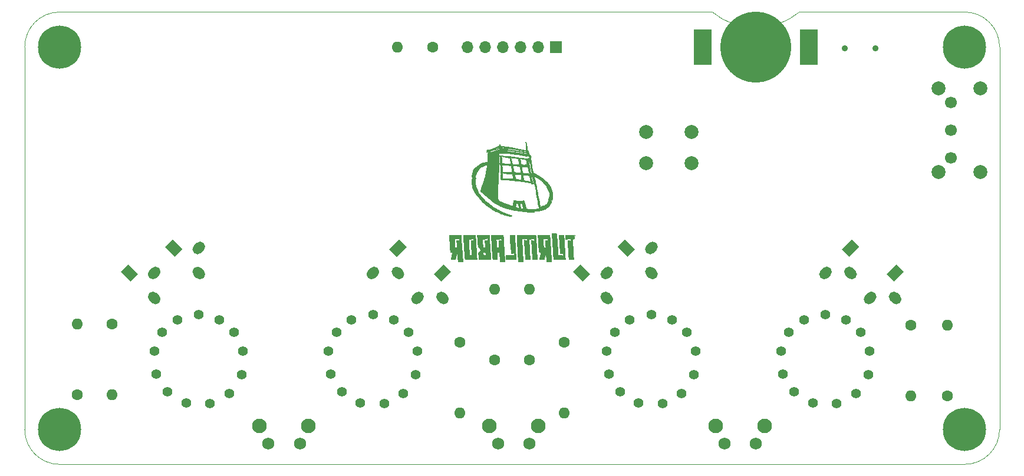
<source format=gbs>
G04 #@! TF.GenerationSoftware,KiCad,Pcbnew,5.1.7+dfsg1-1*
G04 #@! TF.CreationDate,2021-01-19T22:48:49+01:00*
G04 #@! TF.ProjectId,Nixie_proj,4e697869-655f-4707-926f-6a2e6b696361,rev?*
G04 #@! TF.SameCoordinates,Original*
G04 #@! TF.FileFunction,Soldermask,Bot*
G04 #@! TF.FilePolarity,Negative*
%FSLAX46Y46*%
G04 Gerber Fmt 4.6, Leading zero omitted, Abs format (unit mm)*
G04 Created by KiCad (PCBNEW 5.1.7+dfsg1-1) date 2021-01-19 22:48:49*
%MOMM*%
%LPD*%
G01*
G04 APERTURE LIST*
G04 #@! TA.AperFunction,Profile*
%ADD10C,0.100000*%
G04 #@! TD*
%ADD11C,0.010000*%
%ADD12O,1.700000X1.700000*%
%ADD13R,1.700000X1.700000*%
%ADD14C,10.200000*%
%ADD15R,2.500000X5.100000*%
%ADD16C,1.600000*%
%ADD17O,1.600000X1.600000*%
%ADD18C,1.408000*%
%ADD19C,0.100000*%
%ADD20C,0.900000*%
%ADD21C,2.000000*%
%ADD22C,2.100000*%
%ADD23C,1.750000*%
%ADD24C,1.700000*%
%ADD25C,6.200000*%
G04 APERTURE END LIST*
D10*
X146250000Y-50000000D02*
X170000000Y-50000000D01*
X146249999Y-49999999D02*
G75*
G02*
X133750001Y-49999999I-6249999J7499999D01*
G01*
X175000000Y-55000000D02*
G75*
G03*
X170000000Y-50000000I-5000000J0D01*
G01*
X170000000Y-115000000D02*
G75*
G03*
X175000000Y-110000000I0J5000000D01*
G01*
X35000000Y-110000000D02*
G75*
G03*
X40000000Y-115000000I5000000J0D01*
G01*
X40000000Y-50000000D02*
G75*
G03*
X35000000Y-55000000I0J-5000000D01*
G01*
X170000000Y-115000000D02*
X40000000Y-115000000D01*
X175000000Y-55000000D02*
X175000000Y-110000000D01*
X40000000Y-50000000D02*
X133750000Y-50000000D01*
X35000000Y-110000000D02*
X35000000Y-55000000D01*
D11*
G36*
X106917544Y-68671680D02*
G01*
X106915799Y-68697725D01*
X106918887Y-68718876D01*
X106930161Y-68795699D01*
X106941103Y-68891707D01*
X106951462Y-69002067D01*
X106960987Y-69121950D01*
X106969427Y-69246524D01*
X106976530Y-69370960D01*
X106982046Y-69490425D01*
X106985723Y-69600091D01*
X106987310Y-69695126D01*
X106986555Y-69770699D01*
X106983209Y-69821981D01*
X106977377Y-69843820D01*
X106954507Y-69847113D01*
X106901523Y-69843590D01*
X106821388Y-69833708D01*
X106717065Y-69817921D01*
X106591518Y-69796684D01*
X106447710Y-69770453D01*
X106288604Y-69739682D01*
X106253067Y-69732594D01*
X106151382Y-69712288D01*
X106023923Y-69686963D01*
X105878156Y-69658094D01*
X105721545Y-69627159D01*
X105561555Y-69595631D01*
X105405651Y-69564988D01*
X105358959Y-69555829D01*
X105219777Y-69528425D01*
X105086507Y-69501970D01*
X104964011Y-69477444D01*
X104857150Y-69455830D01*
X104770788Y-69438107D01*
X104709785Y-69425258D01*
X104697193Y-69422466D01*
X103767201Y-69422466D01*
X103761030Y-69455241D01*
X103749326Y-69494925D01*
X103727363Y-69551100D01*
X103701180Y-69577274D01*
X103663663Y-69577191D01*
X103622591Y-69561596D01*
X103573505Y-69521194D01*
X103545365Y-69454877D01*
X103539963Y-69419533D01*
X103535267Y-69368733D01*
X103624283Y-69372432D01*
X103681522Y-69377659D01*
X103728375Y-69386866D01*
X103744427Y-69392791D01*
X103761822Y-69404893D01*
X103767201Y-69422466D01*
X104697193Y-69422466D01*
X104686788Y-69420159D01*
X104617955Y-69406342D01*
X104531374Y-69391962D01*
X104443017Y-69379615D01*
X104420963Y-69376970D01*
X104351688Y-69368370D01*
X104257995Y-69355815D01*
X104148931Y-69340567D01*
X104033541Y-69323884D01*
X103941667Y-69310188D01*
X103829328Y-69293372D01*
X103717475Y-69276964D01*
X103614701Y-69262199D01*
X103529599Y-69250316D01*
X103478134Y-69243475D01*
X103397179Y-69231478D01*
X103342472Y-69217185D01*
X103306452Y-69196327D01*
X103281556Y-69164638D01*
X103261571Y-69121232D01*
X103238778Y-69078138D01*
X103213904Y-69050371D01*
X103208431Y-69047385D01*
X103177217Y-69050752D01*
X103151210Y-69078898D01*
X103137841Y-69122807D01*
X103137334Y-69133634D01*
X103122634Y-69170265D01*
X103076912Y-69207501D01*
X103071441Y-69210831D01*
X103014582Y-69246415D01*
X102953224Y-69287100D01*
X102936682Y-69298548D01*
X102894139Y-69323375D01*
X102828560Y-69355672D01*
X102748737Y-69391339D01*
X102663462Y-69426276D01*
X102659675Y-69427751D01*
X102560175Y-69466978D01*
X102444126Y-69513626D01*
X102326113Y-69561788D01*
X102222934Y-69604627D01*
X101994423Y-69690888D01*
X101774490Y-69752941D01*
X101551658Y-69793871D01*
X101489735Y-69801675D01*
X101383537Y-69815853D01*
X101311009Y-69830277D01*
X101271955Y-69845143D01*
X101266179Y-69860647D01*
X101293484Y-69876983D01*
X101353673Y-69894347D01*
X101388866Y-69902025D01*
X101449316Y-69916734D01*
X101499210Y-69933029D01*
X101523737Y-69944958D01*
X101538428Y-69959393D01*
X101530335Y-69970202D01*
X101494700Y-69982386D01*
X101485738Y-69984905D01*
X101435143Y-69996948D01*
X101394266Y-70003335D01*
X101387854Y-70003638D01*
X101342975Y-70012852D01*
X101306724Y-70035081D01*
X101291603Y-70062624D01*
X101291600Y-70062943D01*
X101302271Y-70080117D01*
X101336501Y-70096762D01*
X101397622Y-70114046D01*
X101488963Y-70133137D01*
X101494800Y-70134238D01*
X101541777Y-70145038D01*
X101564926Y-70160109D01*
X101573952Y-70188470D01*
X101576150Y-70209835D01*
X101576587Y-70248280D01*
X101564804Y-70273670D01*
X101533427Y-70297046D01*
X101508417Y-70311246D01*
X101455706Y-70348749D01*
X101430128Y-70383995D01*
X101430053Y-70411464D01*
X101453847Y-70425638D01*
X101499878Y-70420998D01*
X101536796Y-70407205D01*
X101576402Y-70396114D01*
X101598918Y-70405877D01*
X101600695Y-70421778D01*
X101575924Y-70443211D01*
X101530726Y-70468356D01*
X101483790Y-70494497D01*
X101452297Y-70516550D01*
X101444000Y-70527016D01*
X101451211Y-70551103D01*
X101468627Y-70588943D01*
X101469296Y-70590231D01*
X101481478Y-70633723D01*
X101489270Y-70704603D01*
X101492951Y-70796717D01*
X101492802Y-70903910D01*
X101489102Y-71020027D01*
X101482131Y-71138913D01*
X101472169Y-71254414D01*
X101459496Y-71360374D01*
X101444392Y-71450639D01*
X101427137Y-71519055D01*
X101427040Y-71519349D01*
X101414239Y-71551181D01*
X101396255Y-71567343D01*
X101362680Y-71573189D01*
X101320719Y-71574024D01*
X101256294Y-71577917D01*
X101167668Y-71588254D01*
X101063570Y-71603574D01*
X100952729Y-71622418D01*
X100843875Y-71643325D01*
X100745738Y-71664835D01*
X100684733Y-71680398D01*
X100539298Y-71730069D01*
X100417448Y-71790926D01*
X100339726Y-71846633D01*
X100307310Y-71873059D01*
X100253703Y-71915045D01*
X100184904Y-71967963D01*
X100106914Y-72027186D01*
X100055467Y-72065871D01*
X99961955Y-72136627D01*
X99861680Y-72213707D01*
X99764807Y-72289225D01*
X99681499Y-72355294D01*
X99657534Y-72374639D01*
X99488200Y-72512201D01*
X99417154Y-72679912D01*
X99355950Y-72828845D01*
X99309487Y-72952884D01*
X99276330Y-73056892D01*
X99255048Y-73145731D01*
X99244206Y-73224261D01*
X99242067Y-73273876D01*
X99237913Y-73353907D01*
X99227177Y-73415404D01*
X99217267Y-73441200D01*
X99203116Y-73479279D01*
X99194668Y-73527804D01*
X99192131Y-73577077D01*
X99195712Y-73617400D01*
X99205616Y-73639077D01*
X99213034Y-73639881D01*
X99219511Y-73643734D01*
X99224041Y-73663156D01*
X99226682Y-73701322D01*
X99227489Y-73761409D01*
X99226522Y-73846590D01*
X99223837Y-73960042D01*
X99220729Y-74065636D01*
X99215250Y-74262611D01*
X99212216Y-74430190D01*
X99211879Y-74572775D01*
X99214489Y-74694764D01*
X99220299Y-74800558D01*
X99229560Y-74894557D01*
X99242524Y-74981161D01*
X99259442Y-75064771D01*
X99280566Y-75149787D01*
X99283298Y-75159933D01*
X99341175Y-75338409D01*
X99421721Y-75533355D01*
X99522178Y-75738868D01*
X99639792Y-75949043D01*
X99690339Y-76031999D01*
X99742042Y-76112259D01*
X99795199Y-76188656D01*
X99853448Y-76265603D01*
X99920430Y-76347512D01*
X99999784Y-76438798D01*
X100095150Y-76543872D01*
X100210167Y-76667148D01*
X100241982Y-76700866D01*
X100314866Y-76778960D01*
X100382005Y-76852727D01*
X100438940Y-76917122D01*
X100481206Y-76967103D01*
X100504075Y-76997199D01*
X100560672Y-77075562D01*
X100638565Y-77169341D01*
X100732381Y-77273084D01*
X100836746Y-77381333D01*
X100946285Y-77488634D01*
X101055626Y-77589532D01*
X101159394Y-77678572D01*
X101229677Y-77733800D01*
X101318752Y-77799297D01*
X101398156Y-77854833D01*
X101477002Y-77906274D01*
X101564398Y-77959486D01*
X101669457Y-78020336D01*
X101713338Y-78045232D01*
X101767421Y-78080292D01*
X101836481Y-78131510D01*
X101911059Y-78191597D01*
X101972378Y-78244792D01*
X102060816Y-78319453D01*
X102152996Y-78385753D01*
X102254571Y-78446747D01*
X102371195Y-78505489D01*
X102508524Y-78565033D01*
X102672211Y-78628432D01*
X102705047Y-78640540D01*
X102806367Y-78677811D01*
X102881808Y-78706377D01*
X102937307Y-78729135D01*
X102978806Y-78748977D01*
X103012242Y-78768799D01*
X103043554Y-78791495D01*
X103078682Y-78819960D01*
X103086534Y-78826472D01*
X103158754Y-78875355D01*
X103261242Y-78928187D01*
X103390796Y-78983747D01*
X103544213Y-79040812D01*
X103718291Y-79098161D01*
X103909829Y-79154572D01*
X104034801Y-79188243D01*
X104131984Y-79214338D01*
X104230322Y-79242110D01*
X104318699Y-79268339D01*
X104385998Y-79289806D01*
X104389133Y-79290875D01*
X104527131Y-79324846D01*
X104667451Y-79331062D01*
X104813604Y-79311200D01*
X104874446Y-79294389D01*
X104905858Y-79274832D01*
X104912284Y-79261662D01*
X104904232Y-79237741D01*
X104870009Y-79212384D01*
X104807828Y-79184818D01*
X104715901Y-79154268D01*
X104592442Y-79119961D01*
X104574205Y-79115242D01*
X104443595Y-79078183D01*
X104295390Y-79030416D01*
X104142269Y-78976409D01*
X103996911Y-78920630D01*
X103873934Y-78868431D01*
X103781915Y-78825648D01*
X103671029Y-78772401D01*
X103546210Y-78711208D01*
X103412389Y-78644587D01*
X103274502Y-78575056D01*
X103137482Y-78505132D01*
X103006262Y-78437333D01*
X102885776Y-78374177D01*
X102780957Y-78318181D01*
X102696739Y-78271864D01*
X102638055Y-78237743D01*
X102637801Y-78237587D01*
X102499618Y-78149725D01*
X102345415Y-78046647D01*
X102182859Y-77933842D01*
X102019615Y-77816798D01*
X101863352Y-77701003D01*
X101721735Y-77591945D01*
X101613334Y-77504251D01*
X101528977Y-77432944D01*
X101437956Y-77354477D01*
X101343741Y-77271998D01*
X101249804Y-77188653D01*
X101159616Y-77107591D01*
X101076647Y-77031959D01*
X101004368Y-76964906D01*
X100946250Y-76909578D01*
X100905764Y-76869124D01*
X100886382Y-76846692D01*
X100885200Y-76843914D01*
X100872056Y-76826614D01*
X100839946Y-76803109D01*
X100835321Y-76800317D01*
X100804448Y-76776832D01*
X100793977Y-76757780D01*
X100794715Y-76755848D01*
X100786444Y-76739529D01*
X100757780Y-76703454D01*
X100712341Y-76651753D01*
X100653743Y-76588557D01*
X100593581Y-76526122D01*
X100510157Y-76438704D01*
X100421592Y-76342038D01*
X100336401Y-76245661D01*
X100263097Y-76159110D01*
X100236254Y-76125903D01*
X100176561Y-76049462D01*
X100135382Y-75993240D01*
X100109412Y-75951555D01*
X100095345Y-75918724D01*
X100089877Y-75889065D01*
X100089334Y-75873318D01*
X100081380Y-75821964D01*
X100056981Y-75747652D01*
X100015333Y-75648086D01*
X99994101Y-75601614D01*
X99915666Y-75427717D01*
X99853844Y-75278215D01*
X99807066Y-75148926D01*
X99773767Y-75035671D01*
X99760582Y-74978466D01*
X99742264Y-74873459D01*
X99727223Y-74755325D01*
X99715566Y-74629205D01*
X99707399Y-74500236D01*
X99702829Y-74373557D01*
X99701962Y-74254308D01*
X99704905Y-74147626D01*
X99711766Y-74058650D01*
X99722651Y-73992520D01*
X99737666Y-73954374D01*
X99739271Y-73952437D01*
X99755317Y-73930548D01*
X99754511Y-73909631D01*
X99734944Y-73877800D01*
X99725109Y-73864318D01*
X99698534Y-73817317D01*
X99685564Y-73762784D01*
X99686199Y-73694706D01*
X99700436Y-73607068D01*
X99725032Y-73505921D01*
X99768403Y-73371501D01*
X99827493Y-73228371D01*
X99896697Y-73088266D01*
X99970413Y-72962917D01*
X100014732Y-72899333D01*
X100059414Y-72835613D01*
X100099557Y-72770495D01*
X100127100Y-72717142D01*
X100128808Y-72713066D01*
X100211014Y-72545884D01*
X100311223Y-72406250D01*
X100431509Y-72291822D01*
X100573946Y-72200263D01*
X100591133Y-72191448D01*
X100775958Y-72108394D01*
X100959125Y-72044430D01*
X101133561Y-72001688D01*
X101283134Y-71982774D01*
X101367800Y-71977944D01*
X101365410Y-72146538D01*
X101360318Y-72251004D01*
X101348981Y-72344337D01*
X101334800Y-72408266D01*
X101318049Y-72466183D01*
X101303780Y-72522874D01*
X101290795Y-72584819D01*
X101277900Y-72658498D01*
X101263898Y-72750392D01*
X101247594Y-72866981D01*
X101240556Y-72919034D01*
X101224848Y-73027281D01*
X101206539Y-73139827D01*
X101187631Y-73245106D01*
X101170127Y-73331557D01*
X101165745Y-73350834D01*
X101127267Y-73509599D01*
X101085210Y-73674632D01*
X101041252Y-73839946D01*
X100997069Y-73999553D01*
X100954337Y-74147468D01*
X100914735Y-74277701D01*
X100879938Y-74384267D01*
X100863017Y-74431800D01*
X100827426Y-74527879D01*
X100789692Y-74630402D01*
X100754826Y-74725722D01*
X100732447Y-74787400D01*
X100699352Y-74875096D01*
X100659118Y-74975873D01*
X100618846Y-75072083D01*
X100606386Y-75100666D01*
X100565696Y-75201582D01*
X100527985Y-75311366D01*
X100495292Y-75422347D01*
X100469654Y-75526858D01*
X100453109Y-75617228D01*
X100447693Y-75685788D01*
X100448131Y-75696286D01*
X100452560Y-75734551D01*
X100463446Y-75762353D01*
X100487146Y-75787601D01*
X100530015Y-75818205D01*
X100563467Y-75839803D01*
X100656441Y-75900444D01*
X100726272Y-75949788D01*
X100779279Y-75993239D01*
X100821780Y-76036201D01*
X100860097Y-76084078D01*
X100877333Y-76108199D01*
X100919667Y-76162799D01*
X100962658Y-76208398D01*
X100997022Y-76235152D01*
X100997113Y-76235199D01*
X101033457Y-76255426D01*
X101054182Y-76269491D01*
X101054534Y-76269856D01*
X101071128Y-76283791D01*
X101107741Y-76312642D01*
X101157368Y-76350909D01*
X101173067Y-76362886D01*
X101245386Y-76419291D01*
X101321156Y-76481394D01*
X101406551Y-76554413D01*
X101507743Y-76643566D01*
X101554067Y-76684951D01*
X101589182Y-76716130D01*
X101623558Y-76745815D01*
X101662281Y-76778174D01*
X101710439Y-76817378D01*
X101773117Y-76867597D01*
X101855403Y-76933002D01*
X101892734Y-76962597D01*
X101943816Y-77003506D01*
X101980469Y-77034831D01*
X102013585Y-77066687D01*
X102054060Y-77109190D01*
X102075890Y-77132666D01*
X102113454Y-77166522D01*
X102174124Y-77213642D01*
X102251889Y-77269996D01*
X102340738Y-77331555D01*
X102434659Y-77394286D01*
X102527642Y-77454160D01*
X102613674Y-77507146D01*
X102686746Y-77549214D01*
X102730934Y-77571880D01*
X102777678Y-77596382D01*
X102837478Y-77631261D01*
X102883334Y-77659959D01*
X102959010Y-77704935D01*
X103058611Y-77758027D01*
X103175775Y-77816381D01*
X103304137Y-77877144D01*
X103437335Y-77937462D01*
X103569005Y-77994482D01*
X103692785Y-78045350D01*
X103802311Y-78087214D01*
X103891220Y-78117219D01*
X103922870Y-78126109D01*
X103981689Y-78142156D01*
X104029501Y-78157128D01*
X104052235Y-78166083D01*
X104079183Y-78175889D01*
X104133830Y-78192422D01*
X104210989Y-78214327D01*
X104305473Y-78240247D01*
X104412092Y-78268827D01*
X104525660Y-78298709D01*
X104640988Y-78328539D01*
X104752889Y-78356959D01*
X104856174Y-78382614D01*
X104945656Y-78404148D01*
X105016146Y-78420204D01*
X105053838Y-78427910D01*
X105116995Y-78438603D01*
X105207638Y-78452611D01*
X105319645Y-78469088D01*
X105446892Y-78487186D01*
X105583257Y-78506061D01*
X105722616Y-78524866D01*
X105858845Y-78542754D01*
X105985822Y-78558880D01*
X106097424Y-78572396D01*
X106109134Y-78573761D01*
X106186021Y-78583044D01*
X106284088Y-78595413D01*
X106390969Y-78609284D01*
X106494302Y-78623072D01*
X106498600Y-78623656D01*
X106711468Y-78652246D01*
X106894882Y-78676026D01*
X107052861Y-78695338D01*
X107189423Y-78710525D01*
X107308586Y-78721933D01*
X107414370Y-78729903D01*
X107510792Y-78734781D01*
X107601871Y-78736909D01*
X107691625Y-78736632D01*
X107784073Y-78734293D01*
X107789887Y-78734091D01*
X107891287Y-78729782D01*
X107983022Y-78724494D01*
X108058883Y-78718693D01*
X108112664Y-78712848D01*
X108137020Y-78707950D01*
X108150281Y-78699534D01*
X108136742Y-78694454D01*
X108093442Y-78691995D01*
X108069167Y-78691606D01*
X108014330Y-78688788D01*
X107976082Y-78682499D01*
X107963334Y-78675003D01*
X107979424Y-78662859D01*
X108024585Y-78648449D01*
X108094152Y-78632490D01*
X108183463Y-78615702D01*
X108287852Y-78598803D01*
X108402656Y-78582514D01*
X108523211Y-78567552D01*
X108644852Y-78554637D01*
X108762917Y-78544488D01*
X108843867Y-78539255D01*
X109027424Y-78523371D01*
X109190753Y-78494993D01*
X109346169Y-78451004D01*
X109505987Y-78388291D01*
X109585951Y-78351544D01*
X109698079Y-78293070D01*
X109821048Y-78220694D01*
X109927251Y-78152238D01*
X108842019Y-78152238D01*
X108836157Y-78178437D01*
X108826162Y-78190359D01*
X108790832Y-78210267D01*
X108724573Y-78232055D01*
X108630227Y-78255105D01*
X108510641Y-78278797D01*
X108368659Y-78302512D01*
X108207125Y-78325631D01*
X108200400Y-78326521D01*
X108008556Y-78348857D01*
X107841669Y-78361121D01*
X107692288Y-78363067D01*
X107552962Y-78354448D01*
X107416239Y-78335017D01*
X107274666Y-78304530D01*
X107235648Y-78294633D01*
X107146582Y-78269891D01*
X107071929Y-78246188D01*
X107017595Y-78225579D01*
X106989485Y-78210121D01*
X106987886Y-78208360D01*
X106978821Y-78186702D01*
X106553774Y-78186702D01*
X106552664Y-78205536D01*
X106538152Y-78221795D01*
X106507356Y-78230691D01*
X106456419Y-78232241D01*
X106381487Y-78226462D01*
X106278702Y-78213373D01*
X106234883Y-78206986D01*
X106142009Y-78191713D01*
X106079745Y-78177643D01*
X106044925Y-78163499D01*
X106034384Y-78148002D01*
X106044670Y-78130156D01*
X106052963Y-78127500D01*
X105965446Y-78127500D01*
X105964787Y-78139185D01*
X105959148Y-78145461D01*
X105942542Y-78145854D01*
X105908980Y-78139892D01*
X105852475Y-78127102D01*
X105797963Y-78114281D01*
X105716945Y-78092147D01*
X105635301Y-78064832D01*
X105568509Y-78037605D01*
X105558800Y-78032889D01*
X105514106Y-78009739D01*
X105486350Y-77989595D01*
X105473481Y-77964881D01*
X105473448Y-77928023D01*
X105484202Y-77871447D01*
X105498468Y-77810000D01*
X105512833Y-77730901D01*
X105515315Y-77708400D01*
X105336895Y-77708400D01*
X105336786Y-77803617D01*
X105333658Y-77869664D01*
X105326027Y-77911203D01*
X105312413Y-77932895D01*
X105291333Y-77939403D01*
X105264500Y-77936078D01*
X105222389Y-77923772D01*
X105195692Y-77909927D01*
X105195223Y-77888186D01*
X105219597Y-77853149D01*
X105224184Y-77848211D01*
X105258782Y-77795430D01*
X105290386Y-77715094D01*
X105302118Y-77674533D01*
X105335585Y-77547533D01*
X105336895Y-77708400D01*
X105515315Y-77708400D01*
X105522341Y-77644706D01*
X105524581Y-77593899D01*
X105524934Y-77487866D01*
X105596900Y-77498007D01*
X105671726Y-77511307D01*
X105742693Y-77528685D01*
X105801948Y-77547701D01*
X105841636Y-77565914D01*
X105853925Y-77577872D01*
X105861571Y-77609815D01*
X105873712Y-77665326D01*
X105888930Y-77737415D01*
X105905805Y-77819091D01*
X105922921Y-77903365D01*
X105938857Y-77983244D01*
X105952196Y-78051740D01*
X105961520Y-78101861D01*
X105965410Y-78126617D01*
X105965446Y-78127500D01*
X106052963Y-78127500D01*
X106068542Y-78122511D01*
X106105957Y-78139689D01*
X106108193Y-78141140D01*
X106145309Y-78159875D01*
X106168668Y-78156142D01*
X106179461Y-78127292D01*
X106178878Y-78070672D01*
X106170757Y-78001755D01*
X106155871Y-77885611D01*
X106144935Y-77776587D01*
X106138359Y-77680946D01*
X106136550Y-77604947D01*
X106139916Y-77554852D01*
X106141214Y-77548621D01*
X106148305Y-77526090D01*
X106160624Y-77513085D01*
X106185835Y-77507443D01*
X106231602Y-77507001D01*
X106282616Y-77508730D01*
X106338556Y-77510384D01*
X106376872Y-77513953D01*
X106402125Y-77524887D01*
X106418879Y-77548635D01*
X106431696Y-77590649D01*
X106445139Y-77656378D01*
X106456860Y-77716866D01*
X106469658Y-77777862D01*
X106487698Y-77858988D01*
X106508111Y-77947490D01*
X106520129Y-77998102D01*
X106536856Y-78074001D01*
X106548492Y-78139553D01*
X106553774Y-78186702D01*
X106978821Y-78186702D01*
X106976213Y-78180473D01*
X106961392Y-78128266D01*
X106945861Y-78060825D01*
X106938811Y-78025404D01*
X106920978Y-77943439D01*
X106895731Y-77843553D01*
X106866774Y-77739817D01*
X106844245Y-77666066D01*
X106815714Y-77573267D01*
X106788367Y-77477759D01*
X106765610Y-77391802D01*
X106752556Y-77336060D01*
X106744490Y-77303115D01*
X106499716Y-77303115D01*
X106486545Y-77307354D01*
X106443241Y-77309935D01*
X106370549Y-77310590D01*
X106269215Y-77309050D01*
X106151467Y-77305468D01*
X106037797Y-77302060D01*
X105917293Y-77299654D01*
X105802127Y-77298419D01*
X105704468Y-77298523D01*
X105677334Y-77298895D01*
X105573514Y-77299864D01*
X105499083Y-77297923D01*
X105449638Y-77292387D01*
X105420773Y-77282568D01*
X105408084Y-77267782D01*
X105406400Y-77256700D01*
X105409475Y-77248959D01*
X105420493Y-77243020D01*
X105442145Y-77238941D01*
X105477122Y-77236781D01*
X105528115Y-77236601D01*
X105597816Y-77238458D01*
X105688915Y-77242413D01*
X105804104Y-77248524D01*
X105946074Y-77256851D01*
X106117515Y-77267453D01*
X106236134Y-77274962D01*
X106350962Y-77283142D01*
X106432670Y-77290740D01*
X106482006Y-77297487D01*
X106499716Y-77303115D01*
X106744490Y-77303115D01*
X106736325Y-77269768D01*
X106718300Y-77213097D01*
X106702114Y-77177312D01*
X106700646Y-77175193D01*
X106674179Y-77137475D01*
X106643383Y-77090889D01*
X106640324Y-77086100D01*
X106604374Y-77045180D01*
X106569827Y-77032153D01*
X106542353Y-77047654D01*
X106530842Y-77073846D01*
X106511213Y-77112987D01*
X106489299Y-77133113D01*
X106454429Y-77141489D01*
X106391320Y-77146505D01*
X106305408Y-77148402D01*
X106202128Y-77147419D01*
X106086915Y-77143797D01*
X105965206Y-77137777D01*
X105842437Y-77129597D01*
X105724042Y-77119498D01*
X105615458Y-77107720D01*
X105522119Y-77094504D01*
X105491067Y-77089020D01*
X105401878Y-77075011D01*
X105319093Y-77067262D01*
X105249509Y-77065922D01*
X105199922Y-77071141D01*
X105177640Y-77082126D01*
X105172880Y-77103837D01*
X105166175Y-77153590D01*
X105158164Y-77225658D01*
X105149489Y-77314315D01*
X105141587Y-77404247D01*
X105128908Y-77544544D01*
X105116524Y-77654243D01*
X105103714Y-77736598D01*
X105089758Y-77794864D01*
X105073937Y-77832294D01*
X105055530Y-77852142D01*
X105041375Y-77857227D01*
X105015307Y-77853122D01*
X104962086Y-77838652D01*
X104886250Y-77815397D01*
X104792337Y-77784937D01*
X104684883Y-77748854D01*
X104568425Y-77708728D01*
X104447502Y-77666139D01*
X104326650Y-77622668D01*
X104210407Y-77579896D01*
X104103310Y-77539403D01*
X104009896Y-77502770D01*
X103936314Y-77472274D01*
X103858685Y-77440263D01*
X103766795Y-77404566D01*
X103678548Y-77372109D01*
X103665381Y-77367476D01*
X103590573Y-77339122D01*
X103497773Y-77300629D01*
X103399175Y-77257204D01*
X103313015Y-77216982D01*
X103107696Y-77117804D01*
X102994746Y-76963916D01*
X102881796Y-76810029D01*
X102888445Y-76179714D01*
X102890504Y-76029380D01*
X102893393Y-75883358D01*
X102896947Y-75746662D01*
X102901002Y-75624304D01*
X102905393Y-75521296D01*
X102909957Y-75442652D01*
X102914058Y-75396999D01*
X102918556Y-75347021D01*
X102923514Y-75267671D01*
X102928747Y-75163439D01*
X102934069Y-75038815D01*
X102939294Y-74898286D01*
X102944236Y-74746344D01*
X102948711Y-74587476D01*
X102950485Y-74516466D01*
X102956271Y-74288368D01*
X102962091Y-74089206D01*
X102968213Y-73914052D01*
X102974901Y-73757977D01*
X102982420Y-73616050D01*
X102991038Y-73483344D01*
X103001019Y-73354928D01*
X103012628Y-73225875D01*
X103026132Y-73091253D01*
X103028508Y-73068666D01*
X103039073Y-72963178D01*
X103049883Y-72845409D01*
X103060423Y-72722002D01*
X103070183Y-72599602D01*
X103078650Y-72484853D01*
X103085311Y-72384397D01*
X103089655Y-72304881D01*
X103091166Y-72255866D01*
X103090033Y-72213943D01*
X103086746Y-72148565D01*
X103081868Y-72070036D01*
X103078086Y-72016483D01*
X103072486Y-71936634D01*
X103070380Y-71884191D01*
X103072506Y-71852804D01*
X103079598Y-71836126D01*
X103092394Y-71827808D01*
X103100284Y-71825076D01*
X103141358Y-71820376D01*
X103192328Y-71824401D01*
X103195123Y-71824906D01*
X103227612Y-71834870D01*
X103252091Y-71854116D01*
X103270410Y-71887557D01*
X103284418Y-71940109D01*
X103295965Y-72016688D01*
X103306872Y-72121919D01*
X103316104Y-72218495D01*
X103326660Y-72323954D01*
X103336730Y-72420361D01*
X103340020Y-72450599D01*
X103347304Y-72531695D01*
X103352528Y-72620545D01*
X103355665Y-72710864D01*
X103356686Y-72796363D01*
X103355563Y-72870753D01*
X103352268Y-72927749D01*
X103346772Y-72961061D01*
X103342346Y-72967066D01*
X103321414Y-72980186D01*
X103317628Y-73013660D01*
X103330945Y-73058662D01*
X103342883Y-73080934D01*
X103356882Y-73105570D01*
X103366450Y-73130611D01*
X103372112Y-73162308D01*
X103374392Y-73206912D01*
X103373813Y-73270673D01*
X103370900Y-73359843D01*
X103369439Y-73397861D01*
X103364344Y-73499182D01*
X103357324Y-73599028D01*
X103349197Y-73687597D01*
X103340786Y-73755087D01*
X103338300Y-73769919D01*
X103327708Y-73838143D01*
X103326495Y-73882519D01*
X103334605Y-73911728D01*
X103337346Y-73916520D01*
X103351351Y-73955703D01*
X103357458Y-74005979D01*
X103357467Y-74007802D01*
X103371837Y-74061795D01*
X103412096Y-74097898D01*
X103473969Y-74113618D01*
X103533228Y-74110331D01*
X103648659Y-74098046D01*
X103795558Y-74093391D01*
X103972412Y-74096299D01*
X104177710Y-74106700D01*
X104409939Y-74124526D01*
X104667587Y-74149708D01*
X104847600Y-74169944D01*
X104906924Y-74176309D01*
X104992893Y-74184698D01*
X105098395Y-74194460D01*
X105216315Y-74204943D01*
X105339540Y-74215494D01*
X105394030Y-74220025D01*
X105530262Y-74232116D01*
X105676336Y-74246585D01*
X105821853Y-74262299D01*
X105956414Y-74278126D01*
X106069616Y-74292934D01*
X106088297Y-74295603D01*
X106205730Y-74312279D01*
X106332170Y-74329556D01*
X106455210Y-74345781D01*
X106562444Y-74359300D01*
X106600201Y-74363822D01*
X106710617Y-74377590D01*
X106835158Y-74394438D01*
X106956281Y-74411935D01*
X107032001Y-74423647D01*
X107139593Y-74440933D01*
X107260504Y-74460327D01*
X107377238Y-74479025D01*
X107444620Y-74489800D01*
X107645572Y-74521907D01*
X107715553Y-74597307D01*
X107772220Y-74648702D01*
X107834494Y-74689968D01*
X107893927Y-74716722D01*
X107942069Y-74724587D01*
X107955564Y-74721742D01*
X107982998Y-74697559D01*
X107992115Y-74678019D01*
X108010491Y-74653080D01*
X108053831Y-74637564D01*
X108073971Y-74634029D01*
X108132940Y-74628951D01*
X108166382Y-74638761D01*
X108180943Y-74667753D01*
X108183467Y-74704845D01*
X108188814Y-74756268D01*
X108201725Y-74798321D01*
X108202203Y-74799235D01*
X108216436Y-74836230D01*
X108235589Y-74901068D01*
X108258461Y-74988284D01*
X108283853Y-75092411D01*
X108310567Y-75207982D01*
X108337401Y-75329533D01*
X108363158Y-75451597D01*
X108386637Y-75568707D01*
X108406639Y-75675399D01*
X108421965Y-75766205D01*
X108431415Y-75835660D01*
X108432808Y-75850105D01*
X108436510Y-75916444D01*
X108433158Y-75958795D01*
X108421554Y-75986529D01*
X108414184Y-75995794D01*
X108402774Y-76011164D01*
X108397814Y-76029833D01*
X108400205Y-76058159D01*
X108410849Y-76102497D01*
X108430648Y-76169204D01*
X108445580Y-76217138D01*
X108469277Y-76296057D01*
X108488512Y-76366465D01*
X108501172Y-76420204D01*
X108505200Y-76447569D01*
X108509118Y-76480907D01*
X108519651Y-76537714D01*
X108534972Y-76608664D01*
X108545576Y-76653621D01*
X108565649Y-76736542D01*
X108585279Y-76818494D01*
X108601365Y-76886498D01*
X108606711Y-76909481D01*
X108614316Y-76956601D01*
X108622182Y-77029799D01*
X108629649Y-77121297D01*
X108636061Y-77223319D01*
X108639655Y-77298948D01*
X108644211Y-77406657D01*
X108648597Y-77487343D01*
X108653975Y-77547821D01*
X108661504Y-77594908D01*
X108672345Y-77635421D01*
X108687657Y-77676177D01*
X108708602Y-77723993D01*
X108714056Y-77736082D01*
X108745388Y-77811675D01*
X108772658Y-77888554D01*
X108790950Y-77952576D01*
X108793423Y-77964274D01*
X108807357Y-78028070D01*
X108823327Y-78087703D01*
X108830683Y-78110324D01*
X108842019Y-78152238D01*
X109927251Y-78152238D01*
X109944568Y-78141076D01*
X110058348Y-78060869D01*
X110152099Y-77986732D01*
X110158545Y-77981159D01*
X110210737Y-77938618D01*
X110263621Y-77900023D01*
X110285139Y-77886115D01*
X110309225Y-77867828D01*
X110334006Y-77839582D01*
X110362333Y-77796812D01*
X110397056Y-77734950D01*
X110441023Y-77649430D01*
X110472641Y-77585647D01*
X110569597Y-77377119D01*
X110646548Y-77185338D01*
X110706430Y-77002139D01*
X110752182Y-76819357D01*
X110757520Y-76793864D01*
X110770748Y-76724794D01*
X110780070Y-76662255D01*
X110785937Y-76598503D01*
X110788802Y-76525795D01*
X110789119Y-76436387D01*
X110787341Y-76322537D01*
X110786737Y-76294466D01*
X110784453Y-76201181D01*
X110366892Y-76201181D01*
X110365388Y-76266531D01*
X110358325Y-76326468D01*
X110344204Y-76393103D01*
X110321527Y-76478545D01*
X110318354Y-76489942D01*
X110292862Y-76575567D01*
X110265589Y-76657857D01*
X110240191Y-76726234D01*
X110223931Y-76763304D01*
X110197844Y-76825828D01*
X110189705Y-76881674D01*
X110192432Y-76925073D01*
X110190310Y-77005211D01*
X110170104Y-77103975D01*
X110134577Y-77213304D01*
X110086493Y-77325132D01*
X110028615Y-77431398D01*
X110007755Y-77463993D01*
X109944366Y-77548023D01*
X109872314Y-77620660D01*
X109787236Y-77684442D01*
X109684771Y-77741904D01*
X109560555Y-77795583D01*
X109410226Y-77848015D01*
X109278993Y-77887679D01*
X109200633Y-77910674D01*
X109134750Y-77930840D01*
X109087835Y-77946130D01*
X109066376Y-77954498D01*
X109065877Y-77954879D01*
X109042738Y-77957773D01*
X109012882Y-77931099D01*
X108992337Y-77900462D01*
X108977954Y-77865956D01*
X108967294Y-77815169D01*
X108959493Y-77742281D01*
X108953687Y-77641470D01*
X108953595Y-77639355D01*
X108946241Y-77522565D01*
X108934051Y-77425123D01*
X108914797Y-77332609D01*
X108894933Y-77259666D01*
X108876274Y-77189612D01*
X108853595Y-77094564D01*
X108828749Y-76982882D01*
X108803590Y-76862923D01*
X108779972Y-76743048D01*
X108777738Y-76731238D01*
X108756733Y-76620933D01*
X108736733Y-76518145D01*
X108718940Y-76428888D01*
X108704560Y-76359175D01*
X108694794Y-76315020D01*
X108693011Y-76307904D01*
X108684729Y-76269772D01*
X108672729Y-76205280D01*
X108658255Y-76121571D01*
X108642555Y-76025784D01*
X108631568Y-75955799D01*
X108604204Y-75789028D01*
X108571155Y-75605158D01*
X108534258Y-75413320D01*
X108495352Y-75222640D01*
X108456276Y-75042249D01*
X108418868Y-74881273D01*
X108399673Y-74804333D01*
X108379296Y-74717809D01*
X108363237Y-74635431D01*
X108353191Y-74566907D01*
X108350729Y-74524192D01*
X108347635Y-74484099D01*
X108059097Y-74484099D01*
X108056105Y-74524347D01*
X108041443Y-74541711D01*
X108039391Y-74541866D01*
X108019678Y-74534821D01*
X107981520Y-74517101D01*
X107963727Y-74508200D01*
X107922523Y-74483695D01*
X107901055Y-74456362D01*
X107890413Y-74412764D01*
X107887925Y-74393900D01*
X107872894Y-74291907D01*
X107636502Y-74291907D01*
X107633592Y-74304058D01*
X107609027Y-74315178D01*
X107555940Y-74320453D01*
X107479152Y-74319982D01*
X107383484Y-74313861D01*
X107273756Y-74302187D01*
X107226009Y-74295845D01*
X107138716Y-74282624D01*
X107052849Y-74267967D01*
X106980660Y-74254040D01*
X106947895Y-74246661D01*
X106877413Y-74230833D01*
X106804750Y-74217074D01*
X106774497Y-74212354D01*
X106718179Y-74202568D01*
X106677304Y-74187712D01*
X106648927Y-74162593D01*
X106630104Y-74122020D01*
X106617893Y-74060799D01*
X106609348Y-73973738D01*
X106605194Y-73913717D01*
X106602620Y-73879807D01*
X106320231Y-73879807D01*
X106318770Y-73961318D01*
X106314394Y-74024387D01*
X106306846Y-74061846D01*
X106305647Y-74064407D01*
X106285134Y-74092803D01*
X106270810Y-74101600D01*
X106249912Y-74099296D01*
X106201229Y-74092909D01*
X106130492Y-74083221D01*
X106043430Y-74071014D01*
X105962372Y-74059459D01*
X105860966Y-74044936D01*
X105766219Y-74031435D01*
X105685329Y-74019976D01*
X105625492Y-74011580D01*
X105599187Y-74007964D01*
X105548231Y-73998513D01*
X105512672Y-73982217D01*
X105488250Y-73952972D01*
X105470708Y-73904671D01*
X105459333Y-73848669D01*
X105118534Y-73848669D01*
X105118534Y-73914106D01*
X104953434Y-73919642D01*
X104720413Y-73925717D01*
X104491305Y-73928363D01*
X104272898Y-73927626D01*
X104071978Y-73923548D01*
X103895334Y-73916174D01*
X103834447Y-73912411D01*
X103540960Y-73892257D01*
X103551000Y-73848762D01*
X103554774Y-73818298D01*
X103559122Y-73760269D01*
X103563678Y-73680962D01*
X103568078Y-73586664D01*
X103571677Y-73492000D01*
X103575864Y-73389757D01*
X103580998Y-73297002D01*
X103586632Y-73219942D01*
X103592316Y-73164782D01*
X103597236Y-73138623D01*
X103608576Y-73116111D01*
X103627148Y-73105119D01*
X103662361Y-73102871D01*
X103709446Y-73105549D01*
X103800573Y-73121798D01*
X103857267Y-73149179D01*
X103880406Y-73163304D01*
X103909292Y-73174209D01*
X103949628Y-73182842D01*
X104007114Y-73190150D01*
X104087453Y-73197079D01*
X104187201Y-73203983D01*
X104310309Y-73212544D01*
X104449318Y-73223071D01*
X104588655Y-73234338D01*
X104712747Y-73245118D01*
X104733550Y-73247031D01*
X104824786Y-73255481D01*
X104903494Y-73262697D01*
X104963803Y-73268147D01*
X104999843Y-73271299D01*
X105007403Y-73271866D01*
X105017616Y-73287567D01*
X105031252Y-73330384D01*
X105047073Y-73393889D01*
X105063841Y-73471653D01*
X105080317Y-73557250D01*
X105095263Y-73644250D01*
X105107439Y-73726226D01*
X105115609Y-73796749D01*
X105118534Y-73848669D01*
X105459333Y-73848669D01*
X105455786Y-73831210D01*
X105449616Y-73793527D01*
X105435060Y-73711557D01*
X105418304Y-73632126D01*
X105402136Y-73568002D01*
X105396073Y-73548355D01*
X105376659Y-73479862D01*
X105360517Y-73403895D01*
X105356449Y-73378061D01*
X105344336Y-73288800D01*
X105396535Y-73288953D01*
X105445843Y-73290072D01*
X105520010Y-73292969D01*
X105612151Y-73297258D01*
X105715381Y-73302554D01*
X105822813Y-73308471D01*
X105927563Y-73314622D01*
X106022745Y-73320624D01*
X106101473Y-73326089D01*
X106156862Y-73330632D01*
X106174255Y-73332515D01*
X106225391Y-73341680D01*
X106254782Y-73357345D01*
X106274510Y-73387622D01*
X106282097Y-73404911D01*
X106292756Y-73446530D01*
X106302034Y-73512719D01*
X106309677Y-73596310D01*
X106315428Y-73690134D01*
X106319032Y-73787023D01*
X106320231Y-73879807D01*
X106602620Y-73879807D01*
X106597665Y-73814538D01*
X106588118Y-73713515D01*
X106577794Y-73622644D01*
X106568178Y-73555361D01*
X106558037Y-73496690D01*
X106552335Y-73451581D01*
X106554610Y-73418862D01*
X106568400Y-73397360D01*
X106597245Y-73385904D01*
X106644682Y-73383321D01*
X106714251Y-73388440D01*
X106809489Y-73400088D01*
X106933936Y-73417094D01*
X106970493Y-73422109D01*
X107082599Y-73438002D01*
X107184832Y-73453573D01*
X107271930Y-73467933D01*
X107338631Y-73480195D01*
X107379673Y-73489470D01*
X107389000Y-73492749D01*
X107421481Y-73525251D01*
X107454184Y-73584364D01*
X107484307Y-73662966D01*
X107509048Y-73753938D01*
X107523637Y-73834829D01*
X107533114Y-73899987D01*
X107541640Y-73951458D01*
X107547753Y-73980639D01*
X107548939Y-73983829D01*
X107555221Y-74004274D01*
X107565996Y-74048848D01*
X107579089Y-74108477D01*
X107580963Y-74117412D01*
X107596004Y-74180787D01*
X107611603Y-74232519D01*
X107624603Y-74262269D01*
X107625604Y-74263595D01*
X107636502Y-74291907D01*
X107872894Y-74291907D01*
X107871332Y-74281312D01*
X107850776Y-74179035D01*
X107827916Y-74093709D01*
X107804417Y-74031978D01*
X107792082Y-74010841D01*
X107773846Y-73978586D01*
X107760499Y-73934422D01*
X107750376Y-73870870D01*
X107742356Y-73787297D01*
X107732934Y-73691321D01*
X107721055Y-73621390D01*
X107704502Y-73569683D01*
X107681056Y-73528380D01*
X107662200Y-73504700D01*
X107648680Y-73481969D01*
X107654910Y-73475066D01*
X107680483Y-73487500D01*
X107683934Y-73492000D01*
X107699438Y-73510223D01*
X107706677Y-73500645D01*
X107705589Y-73462103D01*
X107696114Y-73393437D01*
X107678188Y-73293487D01*
X107671535Y-73259166D01*
X107666138Y-73231537D01*
X107457891Y-73231537D01*
X107156046Y-73194649D01*
X107043450Y-73181367D01*
X106928239Y-73168609D01*
X106820432Y-73157426D01*
X106730047Y-73148874D01*
X106687527Y-73145382D01*
X106520853Y-73133003D01*
X106510462Y-73107310D01*
X106241358Y-73107310D01*
X106082113Y-73095479D01*
X106000777Y-73088820D01*
X105899135Y-73079593D01*
X105790528Y-73069050D01*
X105694267Y-73059086D01*
X105599611Y-73048270D01*
X105507588Y-73036620D01*
X105428309Y-73025485D01*
X105371885Y-73016217D01*
X105368927Y-73015649D01*
X105313044Y-73002910D01*
X105281162Y-72988390D01*
X105263686Y-72966020D01*
X105255323Y-72943820D01*
X105241769Y-72896282D01*
X105241492Y-72895207D01*
X104949200Y-72895207D01*
X104949200Y-72965296D01*
X104860300Y-72972844D01*
X104818887Y-72974741D01*
X104751247Y-72975934D01*
X104662131Y-72976482D01*
X104556290Y-72976443D01*
X104438474Y-72975876D01*
X104313434Y-72974839D01*
X104185919Y-72973391D01*
X104060682Y-72971590D01*
X103942472Y-72969496D01*
X103836039Y-72967166D01*
X103746134Y-72964659D01*
X103677509Y-72962034D01*
X103634912Y-72959348D01*
X103623433Y-72957599D01*
X103610823Y-72949420D01*
X103600563Y-72932983D01*
X103592095Y-72904355D01*
X103584863Y-72859604D01*
X103578308Y-72794798D01*
X103571874Y-72706004D01*
X103565004Y-72589290D01*
X103561183Y-72518333D01*
X103555188Y-72408614D01*
X103549029Y-72302490D01*
X103543185Y-72207762D01*
X103538135Y-72132235D01*
X103534747Y-72088067D01*
X103525304Y-71979534D01*
X103863564Y-71990836D01*
X104000750Y-71995928D01*
X104140453Y-72002031D01*
X104277716Y-72008848D01*
X104407583Y-72016081D01*
X104525098Y-72023431D01*
X104625304Y-72030601D01*
X104703247Y-72037293D01*
X104753969Y-72043208D01*
X104764061Y-72044975D01*
X104799957Y-72069046D01*
X104831516Y-72123299D01*
X104857147Y-72204164D01*
X104872892Y-72289733D01*
X104882602Y-72344488D01*
X104894250Y-72389654D01*
X104897993Y-72399799D01*
X104905321Y-72430151D01*
X104914005Y-72486323D01*
X104923222Y-72560342D01*
X104932145Y-72644231D01*
X104939952Y-72730016D01*
X104945818Y-72809722D01*
X104948919Y-72875372D01*
X104949200Y-72895207D01*
X105241492Y-72895207D01*
X105223095Y-72823927D01*
X105200823Y-72733366D01*
X105176477Y-72631208D01*
X105151578Y-72524063D01*
X105127650Y-72418541D01*
X105106215Y-72321253D01*
X105088795Y-72238809D01*
X105076915Y-72177817D01*
X105072624Y-72150723D01*
X105062366Y-72064106D01*
X105264017Y-72075061D01*
X105380465Y-72082249D01*
X105501439Y-72091233D01*
X105621687Y-72101470D01*
X105735959Y-72112419D01*
X105839004Y-72123535D01*
X105925571Y-72134278D01*
X105990409Y-72144103D01*
X106028268Y-72152468D01*
X106033559Y-72154601D01*
X106058792Y-72181382D01*
X106080211Y-72225568D01*
X106083118Y-72234899D01*
X106093696Y-72278591D01*
X106108719Y-72348727D01*
X106126877Y-72438375D01*
X106146861Y-72540606D01*
X106167360Y-72648488D01*
X106187063Y-72755090D01*
X106204661Y-72853483D01*
X106218844Y-72936735D01*
X106228301Y-72997915D01*
X106230386Y-73013958D01*
X106241358Y-73107310D01*
X106510462Y-73107310D01*
X106499282Y-73079668D01*
X106490283Y-73049438D01*
X106476663Y-72993609D01*
X106459492Y-72917504D01*
X106439843Y-72826445D01*
X106418786Y-72725758D01*
X106397391Y-72620764D01*
X106376731Y-72516788D01*
X106357875Y-72419153D01*
X106341895Y-72333183D01*
X106329862Y-72264200D01*
X106322847Y-72217528D01*
X106321921Y-72198492D01*
X106321987Y-72198414D01*
X106341058Y-72196363D01*
X106388269Y-72196115D01*
X106457957Y-72197416D01*
X106544458Y-72200014D01*
X106642107Y-72203657D01*
X106745242Y-72208092D01*
X106848197Y-72213067D01*
X106945311Y-72218328D01*
X107030917Y-72223624D01*
X107099354Y-72228701D01*
X107144956Y-72233308D01*
X107159001Y-72235740D01*
X107183576Y-72244479D01*
X107201283Y-72259588D01*
X107215806Y-72287952D01*
X107230825Y-72336457D01*
X107247257Y-72400789D01*
X107270542Y-72490253D01*
X107299045Y-72593097D01*
X107327512Y-72690491D01*
X107334403Y-72713066D01*
X107379681Y-72870756D01*
X107418461Y-73027628D01*
X107447070Y-73168799D01*
X107447498Y-73171268D01*
X107457891Y-73231537D01*
X107666138Y-73231537D01*
X107634852Y-73071403D01*
X107604197Y-72912283D01*
X107578723Y-72777288D01*
X107557585Y-72661901D01*
X107539937Y-72561601D01*
X107529780Y-72501399D01*
X107513248Y-72407707D01*
X107493102Y-72302209D01*
X107473402Y-72206084D01*
X107471351Y-72196599D01*
X107456514Y-72124056D01*
X107445129Y-72060009D01*
X107438927Y-72014561D01*
X107438283Y-72003354D01*
X107436979Y-71981973D01*
X107432162Y-71953180D01*
X107422645Y-71912443D01*
X107407237Y-71855234D01*
X107389589Y-71793852D01*
X107080012Y-71793852D01*
X107079618Y-71824609D01*
X107074037Y-71875805D01*
X107062412Y-71903174D01*
X107039689Y-71916741D01*
X107032001Y-71919063D01*
X106993916Y-71924806D01*
X106931125Y-71929023D01*
X106849977Y-71931768D01*
X106756818Y-71933095D01*
X106657995Y-71933059D01*
X106559855Y-71931713D01*
X106468744Y-71929112D01*
X106391010Y-71925310D01*
X106333001Y-71920360D01*
X106301062Y-71914318D01*
X106298109Y-71912807D01*
X106285034Y-71895002D01*
X106284759Y-71894234D01*
X105989979Y-71894234D01*
X105988834Y-71903125D01*
X105979284Y-71909806D01*
X105957868Y-71914122D01*
X105920868Y-71916046D01*
X105864567Y-71915556D01*
X105785248Y-71912627D01*
X105679194Y-71907234D01*
X105558800Y-71900313D01*
X105408104Y-71891009D01*
X105287871Y-71882688D01*
X105194726Y-71874987D01*
X105125294Y-71867544D01*
X105076198Y-71859996D01*
X105044062Y-71851982D01*
X105025510Y-71843138D01*
X105025421Y-71843073D01*
X105021262Y-71836583D01*
X104751333Y-71836583D01*
X104558167Y-71825095D01*
X104464574Y-71818844D01*
X104351372Y-71810246D01*
X104232640Y-71800420D01*
X104122458Y-71790487D01*
X104119467Y-71790202D01*
X104016388Y-71780549D01*
X103910762Y-71770950D01*
X103814151Y-71762439D01*
X103738114Y-71756049D01*
X103730001Y-71755400D01*
X103644553Y-71748099D01*
X103587199Y-71738441D01*
X103552330Y-71720721D01*
X103537609Y-71694955D01*
X103252232Y-71694955D01*
X103249962Y-71721881D01*
X103249854Y-71722179D01*
X103224967Y-71742951D01*
X103176824Y-71745993D01*
X103111187Y-71731035D01*
X103104983Y-71728924D01*
X103050646Y-71709982D01*
X103055890Y-71262620D01*
X103058282Y-71109350D01*
X103061522Y-70988612D01*
X103065680Y-70899079D01*
X103070826Y-70839427D01*
X103077031Y-70808329D01*
X103080342Y-70803195D01*
X103099557Y-70777640D01*
X103105742Y-70758669D01*
X103124500Y-70729638D01*
X103159559Y-70709798D01*
X103197444Y-70703842D01*
X103224679Y-70716459D01*
X103225141Y-70717102D01*
X103230681Y-70742769D01*
X103233925Y-70797465D01*
X103234762Y-70876423D01*
X103233081Y-70974876D01*
X103231972Y-71010339D01*
X103229846Y-71124693D01*
X103230577Y-71248128D01*
X103233909Y-71367358D01*
X103239586Y-71469093D01*
X103241179Y-71488419D01*
X103247562Y-71570707D01*
X103251339Y-71642058D01*
X103252232Y-71694955D01*
X103537609Y-71694955D01*
X103534338Y-71689230D01*
X103527615Y-71638261D01*
X103526556Y-71562104D01*
X103526539Y-71548304D01*
X103525122Y-71455696D01*
X103521443Y-71352154D01*
X103515952Y-71243909D01*
X103509102Y-71137192D01*
X103501342Y-71038234D01*
X103493124Y-70953264D01*
X103484899Y-70888515D01*
X103477117Y-70850217D01*
X103475741Y-70846481D01*
X103453671Y-70803272D01*
X103438540Y-70779245D01*
X103426710Y-70751283D01*
X103429583Y-70738773D01*
X103453944Y-70733402D01*
X103504379Y-70734633D01*
X103573967Y-70741425D01*
X103655790Y-70752736D01*
X103742927Y-70767526D01*
X103828459Y-70784754D01*
X103905467Y-70803380D01*
X103953065Y-70817507D01*
X104025432Y-70839384D01*
X104114749Y-70863138D01*
X104213345Y-70887083D01*
X104313550Y-70909532D01*
X104407692Y-70928801D01*
X104488099Y-70943203D01*
X104547101Y-70951053D01*
X104565095Y-70952000D01*
X104603901Y-70944392D01*
X104622650Y-70926317D01*
X104615453Y-70904892D01*
X104608470Y-70899566D01*
X104602422Y-70889114D01*
X104628309Y-70884737D01*
X104639379Y-70884525D01*
X104673410Y-70886515D01*
X104689103Y-70899207D01*
X104693636Y-70932030D01*
X104693947Y-70956233D01*
X104695297Y-71000957D01*
X104698737Y-71070145D01*
X104703755Y-71154498D01*
X104709836Y-71244714D01*
X104710095Y-71248333D01*
X104717675Y-71354420D01*
X104725882Y-71470322D01*
X104733612Y-71580388D01*
X104738626Y-71652524D01*
X104751333Y-71836583D01*
X105021262Y-71836583D01*
X105006956Y-71814265D01*
X104985312Y-71752476D01*
X104960446Y-71657537D01*
X104932317Y-71529280D01*
X104900880Y-71367536D01*
X104892180Y-71320093D01*
X104873941Y-71228370D01*
X104853803Y-71141444D01*
X104834083Y-71068514D01*
X104817093Y-71018780D01*
X104815429Y-71014987D01*
X104792154Y-70962956D01*
X104781154Y-70928578D01*
X104786430Y-70909524D01*
X104811984Y-70903466D01*
X104861820Y-70908074D01*
X104939939Y-70921020D01*
X104968387Y-70925989D01*
X105046265Y-70937985D01*
X105143625Y-70950685D01*
X105246174Y-70962313D01*
X105313505Y-70968874D01*
X105439704Y-70980965D01*
X105561513Y-70994189D01*
X105674154Y-71007884D01*
X105772851Y-71021393D01*
X105852826Y-71034054D01*
X105909303Y-71045208D01*
X105937503Y-71054195D01*
X105938954Y-71055271D01*
X105937874Y-71066542D01*
X105909321Y-71070533D01*
X105877944Y-71074733D01*
X105865516Y-71094193D01*
X105863600Y-71126838D01*
X105867042Y-71171054D01*
X105876821Y-71243505D01*
X105892117Y-71339325D01*
X105912109Y-71453645D01*
X105935978Y-71581601D01*
X105962903Y-71718324D01*
X105965177Y-71729558D01*
X105978259Y-71799630D01*
X105986889Y-71857187D01*
X105989979Y-71894234D01*
X106284759Y-71894234D01*
X106272002Y-71858611D01*
X106258081Y-71799765D01*
X106242343Y-71714595D01*
X106225856Y-71612241D01*
X106204219Y-71474209D01*
X106186247Y-71365588D01*
X106171010Y-71282236D01*
X106157578Y-71220011D01*
X106145020Y-71174771D01*
X106132405Y-71142374D01*
X106118802Y-71118677D01*
X106113268Y-71111205D01*
X106081276Y-71070533D01*
X106148230Y-71070533D01*
X106195970Y-71073147D01*
X106266828Y-71080371D01*
X106354815Y-71091272D01*
X106453944Y-71104919D01*
X106558225Y-71120383D01*
X106661670Y-71136732D01*
X106758292Y-71153034D01*
X106842102Y-71168360D01*
X106907111Y-71181779D01*
X106947331Y-71192359D01*
X106955991Y-71196100D01*
X106986239Y-71233733D01*
X107009626Y-71300505D01*
X107011859Y-71310221D01*
X107032358Y-71412898D01*
X107050528Y-71520990D01*
X107065264Y-71626106D01*
X107075460Y-71719857D01*
X107080012Y-71793852D01*
X107389589Y-71793852D01*
X107384749Y-71777022D01*
X107353992Y-71673276D01*
X107335048Y-71610102D01*
X107307731Y-71514022D01*
X107292211Y-71444295D01*
X107288038Y-71395701D01*
X107294760Y-71363019D01*
X107311810Y-71341127D01*
X107330122Y-71327511D01*
X107343147Y-71329066D01*
X107358282Y-71351082D01*
X107377415Y-71388033D01*
X107399786Y-71424207D01*
X107418884Y-71442515D01*
X107421429Y-71443066D01*
X107434183Y-71457994D01*
X107451036Y-71496750D01*
X107465196Y-71540433D01*
X107489685Y-71610751D01*
X107521294Y-71681838D01*
X107538740Y-71714000D01*
X107572752Y-71772880D01*
X107594881Y-71820394D01*
X107609088Y-71868860D01*
X107619338Y-71930596D01*
X107625897Y-71984933D01*
X107645118Y-72150898D01*
X107661559Y-72285385D01*
X107675543Y-72390641D01*
X107687394Y-72468912D01*
X107697434Y-72522446D01*
X107705987Y-72553488D01*
X107708486Y-72559082D01*
X107719615Y-72596534D01*
X107725811Y-72649727D01*
X107726267Y-72667491D01*
X107731932Y-72732834D01*
X107745902Y-72797723D01*
X107749327Y-72808304D01*
X107764712Y-72865467D01*
X107777471Y-72936893D01*
X107786383Y-73011593D01*
X107790228Y-73078576D01*
X107787787Y-73126851D01*
X107785688Y-73135913D01*
X107766923Y-73163629D01*
X107750526Y-73170266D01*
X107734478Y-73184783D01*
X107726650Y-73220420D01*
X107727617Y-73265305D01*
X107737949Y-73307566D01*
X107743367Y-73318663D01*
X107758589Y-73352381D01*
X107780207Y-73409608D01*
X107805217Y-73481316D01*
X107830617Y-73558477D01*
X107853403Y-73632065D01*
X107870572Y-73693051D01*
X107877084Y-73720600D01*
X107890486Y-73781120D01*
X107908613Y-73855813D01*
X107929376Y-73936884D01*
X107950688Y-74016535D01*
X107970461Y-74086971D01*
X107986605Y-74140393D01*
X107997035Y-74169007D01*
X107997317Y-74169551D01*
X108008071Y-74202315D01*
X108018344Y-74253623D01*
X108022146Y-74280688D01*
X108032163Y-74346714D01*
X108045221Y-74411515D01*
X108049657Y-74429341D01*
X108059097Y-74484099D01*
X108347635Y-74484099D01*
X108347392Y-74480961D01*
X108336053Y-74412325D01*
X108318412Y-74325328D01*
X108296165Y-74227012D01*
X108271012Y-74124421D01*
X108244651Y-74024598D01*
X108218779Y-73934586D01*
X108195096Y-73861428D01*
X108183511Y-73830666D01*
X108156109Y-73756442D01*
X108141523Y-73700846D01*
X108140651Y-73668206D01*
X108148436Y-73661333D01*
X108169340Y-73674337D01*
X108181237Y-73690614D01*
X108195719Y-73710210D01*
X108212566Y-73705516D01*
X108229260Y-73691265D01*
X108249272Y-73676209D01*
X108270370Y-73673035D01*
X108302561Y-73682818D01*
X108350863Y-73704317D01*
X108402815Y-73726948D01*
X108443600Y-73742125D01*
X108460315Y-73746093D01*
X108484622Y-73755431D01*
X108533116Y-73781829D01*
X108602175Y-73823023D01*
X108688174Y-73876751D01*
X108787490Y-73940747D01*
X108896497Y-74012748D01*
X109010985Y-74090088D01*
X109088982Y-74144643D01*
X109158782Y-74196895D01*
X109224788Y-74250959D01*
X109291407Y-74310949D01*
X109363044Y-74380980D01*
X109444103Y-74465166D01*
X109538991Y-74567623D01*
X109632045Y-74670197D01*
X109690398Y-74735783D01*
X109744667Y-74798353D01*
X109788280Y-74850241D01*
X109812299Y-74880533D01*
X109854167Y-74943491D01*
X109907631Y-75034653D01*
X109971102Y-75151028D01*
X110042988Y-75289624D01*
X110121700Y-75447452D01*
X110199536Y-75608666D01*
X110356665Y-75938866D01*
X110364334Y-76118311D01*
X110366892Y-76201181D01*
X110784453Y-76201181D01*
X110783949Y-76180642D01*
X110780786Y-76093969D01*
X110776406Y-76027737D01*
X110769971Y-75975234D01*
X110760638Y-75929750D01*
X110747569Y-75884572D01*
X110729923Y-75832989D01*
X110728436Y-75828799D01*
X110701962Y-75750101D01*
X110677569Y-75670309D01*
X110659674Y-75604046D01*
X110656826Y-75591733D01*
X110642885Y-75533367D01*
X110629255Y-75484408D01*
X110622514Y-75464733D01*
X110610718Y-75434423D01*
X110590641Y-75381391D01*
X110565701Y-75314695D01*
X110552256Y-75278466D01*
X110486919Y-75133697D01*
X110394239Y-74975977D01*
X110276767Y-74808277D01*
X110137051Y-74633565D01*
X109977641Y-74454810D01*
X109801087Y-74274982D01*
X109609938Y-74097051D01*
X109406743Y-73923984D01*
X109350187Y-73878508D01*
X109242771Y-73796104D01*
X109135141Y-73720069D01*
X109020284Y-73645960D01*
X108891187Y-73569334D01*
X108740837Y-73485747D01*
X108670702Y-73448049D01*
X108584377Y-73401338D01*
X108504942Y-73357107D01*
X108438905Y-73319073D01*
X108392776Y-73290954D01*
X108378200Y-73281024D01*
X108297979Y-73228905D01*
X108217870Y-73191049D01*
X108147736Y-73171802D01*
X108126948Y-73170266D01*
X108082591Y-73164482D01*
X108053039Y-73150425D01*
X108051846Y-73149100D01*
X108033879Y-73114175D01*
X108011154Y-73049094D01*
X107984589Y-72957089D01*
X107955101Y-72841392D01*
X107923608Y-72705235D01*
X107916041Y-72670733D01*
X107883849Y-72521196D01*
X107858224Y-72398280D01*
X107838089Y-72295613D01*
X107822372Y-72206822D01*
X107809997Y-72125536D01*
X107799890Y-72045382D01*
X107790977Y-71959987D01*
X107784705Y-71891800D01*
X107772775Y-71779370D01*
X107755756Y-71648281D01*
X107735693Y-71512979D01*
X107714633Y-71387910D01*
X107709161Y-71358400D01*
X107685286Y-71231862D01*
X107667444Y-71133874D01*
X107658386Y-71079000D01*
X107472941Y-71079000D01*
X107429926Y-71008065D01*
X107397636Y-70963807D01*
X107365122Y-70932960D01*
X107352577Y-70926232D01*
X107310022Y-70926999D01*
X107280182Y-70955301D01*
X107269067Y-71004873D01*
X107269067Y-71053600D01*
X107129367Y-71053238D01*
X107062075Y-71050312D01*
X106971513Y-71042510D01*
X106867752Y-71030889D01*
X106760863Y-71016509D01*
X106718734Y-71010102D01*
X106607816Y-70993511D01*
X106490568Y-70977526D01*
X106378991Y-70963688D01*
X106285089Y-70953538D01*
X106261534Y-70951389D01*
X106139370Y-70938907D01*
X105993022Y-70920634D01*
X105831429Y-70897838D01*
X105663530Y-70871784D01*
X105498265Y-70843743D01*
X105482600Y-70840945D01*
X105399666Y-70827725D01*
X105288553Y-70812505D01*
X105154851Y-70795873D01*
X105004150Y-70778422D01*
X104842039Y-70760742D01*
X104674107Y-70743424D01*
X104505944Y-70727059D01*
X104343138Y-70712239D01*
X104191279Y-70699554D01*
X104055957Y-70689595D01*
X104043292Y-70688755D01*
X103917193Y-70679895D01*
X103788968Y-70669832D01*
X103667058Y-70659304D01*
X103559902Y-70649048D01*
X103475939Y-70639803D01*
X103459067Y-70637671D01*
X103374877Y-70628208D01*
X103296924Y-70622269D01*
X103234861Y-70620429D01*
X103202572Y-70622388D01*
X103158391Y-70625017D01*
X103131917Y-70617532D01*
X103130228Y-70615534D01*
X103121454Y-70592353D01*
X103106913Y-70544785D01*
X103089128Y-70481282D01*
X103080602Y-70449239D01*
X103062441Y-70380052D01*
X103047014Y-70321649D01*
X103036707Y-70283044D01*
X103034412Y-70274666D01*
X103035987Y-70264818D01*
X103050082Y-70257544D01*
X103081205Y-70252302D01*
X103133863Y-70248550D01*
X103212564Y-70245746D01*
X103289734Y-70243972D01*
X103470556Y-70244376D01*
X103682208Y-70252059D01*
X103922503Y-70266767D01*
X104189251Y-70288244D01*
X104480267Y-70316234D01*
X104793362Y-70350482D01*
X105126347Y-70390733D01*
X105477037Y-70436731D01*
X105843242Y-70488221D01*
X106222774Y-70544948D01*
X106613447Y-70606655D01*
X107013073Y-70673089D01*
X107114703Y-70690506D01*
X107152339Y-70694804D01*
X107164514Y-70687485D01*
X107160899Y-70671440D01*
X107157996Y-70654584D01*
X107171454Y-70648235D01*
X107208368Y-70650558D01*
X107230596Y-70653411D01*
X107309529Y-70672112D01*
X107364336Y-70707155D01*
X107401928Y-70764769D01*
X107423041Y-70826742D01*
X107440323Y-70896678D01*
X107455285Y-70967337D01*
X107461478Y-71002800D01*
X107472941Y-71079000D01*
X107658386Y-71079000D01*
X107655206Y-71059742D01*
X107648144Y-71004772D01*
X107645829Y-70964270D01*
X107647831Y-70933541D01*
X107653723Y-70907891D01*
X107663074Y-70882626D01*
X107665218Y-70877454D01*
X107682375Y-70831995D01*
X107691786Y-70798516D01*
X107692400Y-70792936D01*
X107682972Y-70771066D01*
X107657874Y-70729866D01*
X107621885Y-70676998D01*
X107608520Y-70658417D01*
X107568250Y-70600970D01*
X107535594Y-70550307D01*
X107517914Y-70518410D01*
X107353734Y-70518410D01*
X107341756Y-70540189D01*
X107315519Y-70544633D01*
X107289563Y-70532224D01*
X107279900Y-70515966D01*
X107270069Y-70469399D01*
X107150534Y-70469399D01*
X107142067Y-70477866D01*
X107133601Y-70469399D01*
X107142067Y-70460933D01*
X107150534Y-70469399D01*
X107270069Y-70469399D01*
X107267840Y-70458844D01*
X107267384Y-70454965D01*
X107038103Y-70454965D01*
X107016959Y-70459732D01*
X106974627Y-70458258D01*
X106917161Y-70450503D01*
X106888067Y-70444971D01*
X106820334Y-70430961D01*
X106913467Y-70429273D01*
X106970262Y-70431184D01*
X107015399Y-70437908D01*
X107032001Y-70443999D01*
X107038103Y-70454965D01*
X107267384Y-70454965D01*
X107260296Y-70394777D01*
X107258268Y-70342399D01*
X107147860Y-70342399D01*
X107145199Y-70366439D01*
X107139319Y-70363566D01*
X107137083Y-70328898D01*
X107139319Y-70321233D01*
X107145500Y-70319106D01*
X107147860Y-70342399D01*
X107258268Y-70342399D01*
X107257998Y-70335446D01*
X107261676Y-70292534D01*
X107265282Y-70282031D01*
X107276272Y-70270908D01*
X107045278Y-70270908D01*
X107044530Y-70314791D01*
X107038655Y-70332548D01*
X107027596Y-70346373D01*
X107004685Y-70354864D01*
X106966407Y-70357840D01*
X106934280Y-70356313D01*
X106367611Y-70356313D01*
X106359400Y-70357597D01*
X106332649Y-70356077D01*
X106277349Y-70350885D01*
X106198556Y-70342570D01*
X106101324Y-70331677D01*
X105990707Y-70318756D01*
X105902200Y-70308086D01*
X105758891Y-70290270D01*
X105605601Y-70270654D01*
X105446094Y-70249767D01*
X105284136Y-70228137D01*
X105123491Y-70206293D01*
X104967926Y-70184764D01*
X104821205Y-70164078D01*
X104687092Y-70144765D01*
X104569355Y-70127352D01*
X104471757Y-70112368D01*
X104398063Y-70100342D01*
X104352040Y-70091803D01*
X104339600Y-70088688D01*
X104318999Y-70080585D01*
X104315025Y-70075780D01*
X104329957Y-70074502D01*
X104366073Y-70076980D01*
X104425653Y-70083441D01*
X104510973Y-70094114D01*
X104624314Y-70109229D01*
X104767953Y-70129012D01*
X104835065Y-70138377D01*
X104987439Y-70159508D01*
X105155114Y-70182437D01*
X105327451Y-70205730D01*
X105493808Y-70227956D01*
X105643545Y-70247679D01*
X105719667Y-70257546D01*
X105883697Y-70279009D01*
X106027236Y-70298542D01*
X106148284Y-70315832D01*
X106244843Y-70330566D01*
X106314917Y-70342433D01*
X106356505Y-70351119D01*
X106367611Y-70356313D01*
X106934280Y-70356313D01*
X106909243Y-70355123D01*
X106829679Y-70346532D01*
X106724197Y-70331889D01*
X106589281Y-70311013D01*
X106576277Y-70308935D01*
X106449944Y-70289348D01*
X106303674Y-70267704D01*
X106151159Y-70245966D01*
X106006090Y-70226097D01*
X105922867Y-70215192D01*
X105795943Y-70198711D01*
X105654625Y-70179953D01*
X105503253Y-70159527D01*
X105346170Y-70138045D01*
X105187717Y-70116120D01*
X105032234Y-70094361D01*
X104884063Y-70073380D01*
X104747545Y-70053788D01*
X104740783Y-70052801D01*
X104161801Y-70052801D01*
X104023447Y-70049369D01*
X103957707Y-70046288D01*
X103905372Y-70041136D01*
X103875390Y-70034880D01*
X103872176Y-70033020D01*
X103870311Y-70011843D01*
X103876846Y-70002514D01*
X103901467Y-69996126D01*
X103952390Y-70001831D01*
X104028117Y-70018864D01*
X104161801Y-70052801D01*
X104740783Y-70052801D01*
X104627022Y-70036197D01*
X104526835Y-70021217D01*
X104451325Y-70009460D01*
X104404833Y-70001537D01*
X104403393Y-70001262D01*
X104377422Y-69995266D01*
X103780801Y-69995266D01*
X103771657Y-70017801D01*
X103763867Y-70020666D01*
X103748844Y-70006951D01*
X103746934Y-69995266D01*
X103756077Y-69972732D01*
X103763867Y-69969866D01*
X103778890Y-69983581D01*
X103780801Y-69995266D01*
X104377422Y-69995266D01*
X104339139Y-69986428D01*
X104300227Y-69967957D01*
X104296065Y-69962399D01*
X103594534Y-69962399D01*
X103586325Y-69979926D01*
X103577601Y-69978333D01*
X103561313Y-69956684D01*
X103560667Y-69951933D01*
X103573583Y-69936456D01*
X103577601Y-69936000D01*
X103592461Y-69949783D01*
X103594534Y-69962399D01*
X104296065Y-69962399D01*
X104278316Y-69938700D01*
X104276488Y-69932187D01*
X104085601Y-69932187D01*
X104070750Y-69937480D01*
X104035056Y-69935219D01*
X103441021Y-69935219D01*
X103421602Y-69957521D01*
X103380707Y-69968529D01*
X103355107Y-69957949D01*
X103339938Y-69943749D01*
X103332312Y-69923622D01*
X103203103Y-69923622D01*
X103199971Y-69952899D01*
X103194501Y-69951696D01*
X103193016Y-69946733D01*
X103183599Y-69928156D01*
X103162080Y-69921273D01*
X103119168Y-69923950D01*
X103102874Y-69926013D01*
X103034384Y-69938932D01*
X102940818Y-69962097D01*
X102828683Y-69993522D01*
X102704484Y-70031223D01*
X102574729Y-70073215D01*
X102445922Y-70117512D01*
X102324569Y-70162129D01*
X102307600Y-70168654D01*
X102192262Y-70213224D01*
X102104038Y-70247032D01*
X102038478Y-70271576D01*
X101991126Y-70288353D01*
X101957531Y-70298864D01*
X101933238Y-70304607D01*
X101913795Y-70307079D01*
X101894748Y-70307780D01*
X101894145Y-70307790D01*
X101861799Y-70306046D01*
X101852486Y-70300809D01*
X101852609Y-70300680D01*
X101871096Y-70291951D01*
X101912801Y-70275702D01*
X101968814Y-70255120D01*
X102030222Y-70233391D01*
X102088115Y-70213701D01*
X102133580Y-70199237D01*
X102146734Y-70195512D01*
X102183453Y-70183092D01*
X102233363Y-70163093D01*
X102248334Y-70156599D01*
X102316400Y-70127811D01*
X102404344Y-70092609D01*
X102505520Y-70053451D01*
X102613280Y-70012795D01*
X102720978Y-69973098D01*
X102821967Y-69936819D01*
X102909600Y-69906415D01*
X102977230Y-69884346D01*
X103009875Y-69874979D01*
X103095467Y-69857688D01*
X103154043Y-69856644D01*
X103188719Y-69872633D01*
X103202609Y-69906438D01*
X103203103Y-69923622D01*
X103332312Y-69923622D01*
X103328681Y-69914039D01*
X103344624Y-69893810D01*
X103381311Y-69888780D01*
X103398561Y-69891842D01*
X103434011Y-69910444D01*
X103441021Y-69935219D01*
X104035056Y-69935219D01*
X104032609Y-69935064D01*
X103999555Y-69929439D01*
X103913509Y-69911813D01*
X103924717Y-69837075D01*
X103933623Y-69785723D01*
X103942522Y-69746535D01*
X103945116Y-69738386D01*
X103958107Y-69726039D01*
X103847856Y-69726039D01*
X103842988Y-69768011D01*
X103829947Y-69813710D01*
X103813142Y-69851098D01*
X103796983Y-69868141D01*
X103795755Y-69868266D01*
X103787975Y-69854232D01*
X103791288Y-69821700D01*
X103808580Y-69768965D01*
X103824799Y-69732800D01*
X103840672Y-69705213D01*
X103846710Y-69706535D01*
X103847856Y-69726039D01*
X103958107Y-69726039D01*
X103963680Y-69720743D01*
X103987626Y-69730649D01*
X104001068Y-69750741D01*
X104015226Y-69779981D01*
X104038077Y-69825272D01*
X104048845Y-69846221D01*
X104070668Y-69891354D01*
X104083839Y-69924238D01*
X104085601Y-69932187D01*
X104276488Y-69932187D01*
X104265064Y-69891508D01*
X104263031Y-69880966D01*
X104258064Y-69837621D01*
X104265696Y-69819373D01*
X104274216Y-69817535D01*
X104307817Y-69820321D01*
X104368715Y-69827938D01*
X104450839Y-69839439D01*
X104548118Y-69853876D01*
X104654478Y-69870301D01*
X104763847Y-69887767D01*
X104870154Y-69905326D01*
X104967327Y-69922030D01*
X105049294Y-69936932D01*
X105089583Y-69944803D01*
X105240753Y-69973039D01*
X105424711Y-70002976D01*
X105640429Y-70034468D01*
X105886878Y-70067367D01*
X106163030Y-70101524D01*
X106270000Y-70114157D01*
X106435944Y-70134630D01*
X106588466Y-70155611D01*
X106723991Y-70176488D01*
X106838946Y-70196647D01*
X106929756Y-70215475D01*
X106992847Y-70232360D01*
X107018180Y-70242466D01*
X107045278Y-70270908D01*
X107276272Y-70270908D01*
X107282009Y-70265103D01*
X107290604Y-70268416D01*
X107300804Y-70294833D01*
X107314950Y-70342934D01*
X107330143Y-70401238D01*
X107343482Y-70458261D01*
X107352069Y-70502520D01*
X107353734Y-70518410D01*
X107517914Y-70518410D01*
X107516184Y-70515290D01*
X107513892Y-70509501D01*
X107499399Y-70479572D01*
X107470996Y-70431643D01*
X107434414Y-70375304D01*
X107428552Y-70366688D01*
X107395715Y-70315869D01*
X107374774Y-70277700D01*
X107369195Y-70258720D01*
X107370780Y-70257733D01*
X107386695Y-70246935D01*
X107380467Y-70219256D01*
X107353892Y-70181771D01*
X107350564Y-70178159D01*
X107325313Y-70138719D01*
X107310794Y-70081250D01*
X107310656Y-70079927D01*
X107024549Y-70079927D01*
X107005467Y-70106231D01*
X106959999Y-70112168D01*
X106888662Y-70097493D01*
X106884466Y-70096226D01*
X106860680Y-70091866D01*
X106808874Y-70084114D01*
X106734645Y-70073702D01*
X106643586Y-70061361D01*
X106541294Y-70047823D01*
X106433364Y-70033822D01*
X106325391Y-70020088D01*
X106222970Y-70007354D01*
X106131697Y-69996353D01*
X106057167Y-69987816D01*
X106049867Y-69987019D01*
X106002027Y-69981661D01*
X105952305Y-69975670D01*
X105897532Y-69968574D01*
X105834536Y-69959902D01*
X105760149Y-69949182D01*
X105671200Y-69935943D01*
X105564518Y-69919713D01*
X105436934Y-69900021D01*
X105285277Y-69876395D01*
X105106378Y-69848364D01*
X104906867Y-69816998D01*
X104738187Y-69790290D01*
X104599983Y-69767959D01*
X104489235Y-69749379D01*
X104402923Y-69733925D01*
X104338028Y-69720971D01*
X104291530Y-69709893D01*
X104260410Y-69700065D01*
X104241648Y-69690862D01*
X104233326Y-69682735D01*
X103687384Y-69682735D01*
X103668844Y-69736664D01*
X103649988Y-69779366D01*
X103622417Y-69817649D01*
X103590037Y-69834580D01*
X103561719Y-69827383D01*
X103550444Y-69810528D01*
X103551919Y-69776253D01*
X103570565Y-69731536D01*
X103599345Y-69689619D01*
X103627463Y-69665568D01*
X103667077Y-69649124D01*
X103686923Y-69654201D01*
X103687384Y-69682735D01*
X104233326Y-69682735D01*
X104232225Y-69681660D01*
X104230076Y-69676879D01*
X104217887Y-69632611D01*
X103425106Y-69632611D01*
X103424227Y-69713309D01*
X103419988Y-69764659D01*
X103410178Y-69791160D01*
X103392585Y-69797310D01*
X103364998Y-69787609D01*
X103352121Y-69781065D01*
X103318265Y-69758606D01*
X103302693Y-69742965D01*
X103298026Y-69720885D01*
X103179667Y-69720885D01*
X103061134Y-69759139D01*
X102995579Y-69780990D01*
X102910408Y-69810355D01*
X102817768Y-69843008D01*
X102747867Y-69868140D01*
X102661257Y-69898840D01*
X102553691Y-69935814D01*
X102436535Y-69975216D01*
X102321154Y-70013203D01*
X102273734Y-70028524D01*
X102176510Y-70059989D01*
X102085609Y-70089906D01*
X102008046Y-70115931D01*
X101950832Y-70135719D01*
X101926600Y-70144620D01*
X101867095Y-70164469D01*
X101830917Y-70164851D01*
X101811844Y-70142847D01*
X101803652Y-70095536D01*
X101803013Y-70086628D01*
X101797958Y-70008961D01*
X101879213Y-69978467D01*
X101932475Y-69957324D01*
X102003877Y-69927454D01*
X102080748Y-69894191D01*
X102106911Y-69882596D01*
X102215960Y-69840577D01*
X102343708Y-69802128D01*
X102454044Y-69776060D01*
X102554345Y-69754850D01*
X102634319Y-69735693D01*
X102703816Y-69715318D01*
X102772688Y-69690451D01*
X102850789Y-69657820D01*
X102947968Y-69614151D01*
X102965320Y-69606208D01*
X103054742Y-69567412D01*
X103117147Y-69545320D01*
X103151667Y-69540217D01*
X103157135Y-69542627D01*
X103167622Y-69568432D01*
X103175058Y-69614663D01*
X103176748Y-69640103D01*
X103179667Y-69720885D01*
X103298026Y-69720885D01*
X103297775Y-69719700D01*
X103293985Y-69671999D01*
X103291413Y-69608508D01*
X103290152Y-69537874D01*
X103290294Y-69468744D01*
X103291930Y-69409764D01*
X103292189Y-69406523D01*
X103145801Y-69406523D01*
X103096588Y-69459049D01*
X103049677Y-69497622D01*
X102979630Y-69541462D01*
X102895723Y-69586023D01*
X102807232Y-69626756D01*
X102723432Y-69659113D01*
X102653601Y-69678545D01*
X102646267Y-69679847D01*
X102565934Y-69691723D01*
X102514016Y-69696187D01*
X102485897Y-69693305D01*
X102476961Y-69683142D01*
X102476934Y-69682285D01*
X102491827Y-69666070D01*
X102532608Y-69640630D01*
X102593427Y-69608557D01*
X102668434Y-69572445D01*
X102751780Y-69534889D01*
X102837616Y-69498482D01*
X102920091Y-69465818D01*
X102993357Y-69439492D01*
X103051563Y-69422097D01*
X103074295Y-69417387D01*
X103145801Y-69406523D01*
X103292189Y-69406523D01*
X103295152Y-69369582D01*
X103298598Y-69357046D01*
X103320122Y-69353113D01*
X103349134Y-69356147D01*
X103380722Y-69373282D01*
X103403198Y-69412825D01*
X103417412Y-69477871D01*
X103424215Y-69571518D01*
X103425106Y-69632611D01*
X104217887Y-69632611D01*
X104213762Y-69617634D01*
X104210867Y-69583418D01*
X104222829Y-69567584D01*
X104251086Y-69563487D01*
X104254604Y-69563466D01*
X104294685Y-69566320D01*
X104356738Y-69573917D01*
X104429436Y-69584814D01*
X104453893Y-69588897D01*
X104539475Y-69602884D01*
X104641424Y-69618507D01*
X104742504Y-69633154D01*
X104779867Y-69638294D01*
X105068757Y-69677876D01*
X105342782Y-69716699D01*
X105599710Y-69754404D01*
X105837308Y-69790634D01*
X106053345Y-69825028D01*
X106245588Y-69857228D01*
X106411807Y-69886875D01*
X106549770Y-69913610D01*
X106657243Y-69937075D01*
X106692658Y-69945844D01*
X106762552Y-69959999D01*
X106834883Y-69968629D01*
X106864840Y-69969866D01*
X106934369Y-69973182D01*
X106978458Y-69985356D01*
X107005084Y-70009729D01*
X107016728Y-70033502D01*
X107024549Y-70079927D01*
X107310656Y-70079927D01*
X107306149Y-70036725D01*
X107300678Y-69979288D01*
X107291594Y-69945851D01*
X107274113Y-69926568D01*
X107245819Y-69912580D01*
X107212204Y-69896847D01*
X107187195Y-69878371D01*
X107169141Y-69851991D01*
X107156391Y-69812549D01*
X107147297Y-69754888D01*
X107140207Y-69673847D01*
X107133472Y-69564270D01*
X107133273Y-69560746D01*
X107126915Y-69462556D01*
X107119558Y-69371967D01*
X107111907Y-69296294D01*
X107104665Y-69242851D01*
X107100896Y-69224800D01*
X107091056Y-69181888D01*
X107078690Y-69116440D01*
X107065815Y-69039480D01*
X107059857Y-69000408D01*
X107041253Y-68902201D01*
X107016735Y-68813857D01*
X106988628Y-68741419D01*
X106959253Y-68690932D01*
X106932395Y-68668836D01*
X106917544Y-68671680D01*
G37*
X106917544Y-68671680D02*
X106915799Y-68697725D01*
X106918887Y-68718876D01*
X106930161Y-68795699D01*
X106941103Y-68891707D01*
X106951462Y-69002067D01*
X106960987Y-69121950D01*
X106969427Y-69246524D01*
X106976530Y-69370960D01*
X106982046Y-69490425D01*
X106985723Y-69600091D01*
X106987310Y-69695126D01*
X106986555Y-69770699D01*
X106983209Y-69821981D01*
X106977377Y-69843820D01*
X106954507Y-69847113D01*
X106901523Y-69843590D01*
X106821388Y-69833708D01*
X106717065Y-69817921D01*
X106591518Y-69796684D01*
X106447710Y-69770453D01*
X106288604Y-69739682D01*
X106253067Y-69732594D01*
X106151382Y-69712288D01*
X106023923Y-69686963D01*
X105878156Y-69658094D01*
X105721545Y-69627159D01*
X105561555Y-69595631D01*
X105405651Y-69564988D01*
X105358959Y-69555829D01*
X105219777Y-69528425D01*
X105086507Y-69501970D01*
X104964011Y-69477444D01*
X104857150Y-69455830D01*
X104770788Y-69438107D01*
X104709785Y-69425258D01*
X104697193Y-69422466D01*
X103767201Y-69422466D01*
X103761030Y-69455241D01*
X103749326Y-69494925D01*
X103727363Y-69551100D01*
X103701180Y-69577274D01*
X103663663Y-69577191D01*
X103622591Y-69561596D01*
X103573505Y-69521194D01*
X103545365Y-69454877D01*
X103539963Y-69419533D01*
X103535267Y-69368733D01*
X103624283Y-69372432D01*
X103681522Y-69377659D01*
X103728375Y-69386866D01*
X103744427Y-69392791D01*
X103761822Y-69404893D01*
X103767201Y-69422466D01*
X104697193Y-69422466D01*
X104686788Y-69420159D01*
X104617955Y-69406342D01*
X104531374Y-69391962D01*
X104443017Y-69379615D01*
X104420963Y-69376970D01*
X104351688Y-69368370D01*
X104257995Y-69355815D01*
X104148931Y-69340567D01*
X104033541Y-69323884D01*
X103941667Y-69310188D01*
X103829328Y-69293372D01*
X103717475Y-69276964D01*
X103614701Y-69262199D01*
X103529599Y-69250316D01*
X103478134Y-69243475D01*
X103397179Y-69231478D01*
X103342472Y-69217185D01*
X103306452Y-69196327D01*
X103281556Y-69164638D01*
X103261571Y-69121232D01*
X103238778Y-69078138D01*
X103213904Y-69050371D01*
X103208431Y-69047385D01*
X103177217Y-69050752D01*
X103151210Y-69078898D01*
X103137841Y-69122807D01*
X103137334Y-69133634D01*
X103122634Y-69170265D01*
X103076912Y-69207501D01*
X103071441Y-69210831D01*
X103014582Y-69246415D01*
X102953224Y-69287100D01*
X102936682Y-69298548D01*
X102894139Y-69323375D01*
X102828560Y-69355672D01*
X102748737Y-69391339D01*
X102663462Y-69426276D01*
X102659675Y-69427751D01*
X102560175Y-69466978D01*
X102444126Y-69513626D01*
X102326113Y-69561788D01*
X102222934Y-69604627D01*
X101994423Y-69690888D01*
X101774490Y-69752941D01*
X101551658Y-69793871D01*
X101489735Y-69801675D01*
X101383537Y-69815853D01*
X101311009Y-69830277D01*
X101271955Y-69845143D01*
X101266179Y-69860647D01*
X101293484Y-69876983D01*
X101353673Y-69894347D01*
X101388866Y-69902025D01*
X101449316Y-69916734D01*
X101499210Y-69933029D01*
X101523737Y-69944958D01*
X101538428Y-69959393D01*
X101530335Y-69970202D01*
X101494700Y-69982386D01*
X101485738Y-69984905D01*
X101435143Y-69996948D01*
X101394266Y-70003335D01*
X101387854Y-70003638D01*
X101342975Y-70012852D01*
X101306724Y-70035081D01*
X101291603Y-70062624D01*
X101291600Y-70062943D01*
X101302271Y-70080117D01*
X101336501Y-70096762D01*
X101397622Y-70114046D01*
X101488963Y-70133137D01*
X101494800Y-70134238D01*
X101541777Y-70145038D01*
X101564926Y-70160109D01*
X101573952Y-70188470D01*
X101576150Y-70209835D01*
X101576587Y-70248280D01*
X101564804Y-70273670D01*
X101533427Y-70297046D01*
X101508417Y-70311246D01*
X101455706Y-70348749D01*
X101430128Y-70383995D01*
X101430053Y-70411464D01*
X101453847Y-70425638D01*
X101499878Y-70420998D01*
X101536796Y-70407205D01*
X101576402Y-70396114D01*
X101598918Y-70405877D01*
X101600695Y-70421778D01*
X101575924Y-70443211D01*
X101530726Y-70468356D01*
X101483790Y-70494497D01*
X101452297Y-70516550D01*
X101444000Y-70527016D01*
X101451211Y-70551103D01*
X101468627Y-70588943D01*
X101469296Y-70590231D01*
X101481478Y-70633723D01*
X101489270Y-70704603D01*
X101492951Y-70796717D01*
X101492802Y-70903910D01*
X101489102Y-71020027D01*
X101482131Y-71138913D01*
X101472169Y-71254414D01*
X101459496Y-71360374D01*
X101444392Y-71450639D01*
X101427137Y-71519055D01*
X101427040Y-71519349D01*
X101414239Y-71551181D01*
X101396255Y-71567343D01*
X101362680Y-71573189D01*
X101320719Y-71574024D01*
X101256294Y-71577917D01*
X101167668Y-71588254D01*
X101063570Y-71603574D01*
X100952729Y-71622418D01*
X100843875Y-71643325D01*
X100745738Y-71664835D01*
X100684733Y-71680398D01*
X100539298Y-71730069D01*
X100417448Y-71790926D01*
X100339726Y-71846633D01*
X100307310Y-71873059D01*
X100253703Y-71915045D01*
X100184904Y-71967963D01*
X100106914Y-72027186D01*
X100055467Y-72065871D01*
X99961955Y-72136627D01*
X99861680Y-72213707D01*
X99764807Y-72289225D01*
X99681499Y-72355294D01*
X99657534Y-72374639D01*
X99488200Y-72512201D01*
X99417154Y-72679912D01*
X99355950Y-72828845D01*
X99309487Y-72952884D01*
X99276330Y-73056892D01*
X99255048Y-73145731D01*
X99244206Y-73224261D01*
X99242067Y-73273876D01*
X99237913Y-73353907D01*
X99227177Y-73415404D01*
X99217267Y-73441200D01*
X99203116Y-73479279D01*
X99194668Y-73527804D01*
X99192131Y-73577077D01*
X99195712Y-73617400D01*
X99205616Y-73639077D01*
X99213034Y-73639881D01*
X99219511Y-73643734D01*
X99224041Y-73663156D01*
X99226682Y-73701322D01*
X99227489Y-73761409D01*
X99226522Y-73846590D01*
X99223837Y-73960042D01*
X99220729Y-74065636D01*
X99215250Y-74262611D01*
X99212216Y-74430190D01*
X99211879Y-74572775D01*
X99214489Y-74694764D01*
X99220299Y-74800558D01*
X99229560Y-74894557D01*
X99242524Y-74981161D01*
X99259442Y-75064771D01*
X99280566Y-75149787D01*
X99283298Y-75159933D01*
X99341175Y-75338409D01*
X99421721Y-75533355D01*
X99522178Y-75738868D01*
X99639792Y-75949043D01*
X99690339Y-76031999D01*
X99742042Y-76112259D01*
X99795199Y-76188656D01*
X99853448Y-76265603D01*
X99920430Y-76347512D01*
X99999784Y-76438798D01*
X100095150Y-76543872D01*
X100210167Y-76667148D01*
X100241982Y-76700866D01*
X100314866Y-76778960D01*
X100382005Y-76852727D01*
X100438940Y-76917122D01*
X100481206Y-76967103D01*
X100504075Y-76997199D01*
X100560672Y-77075562D01*
X100638565Y-77169341D01*
X100732381Y-77273084D01*
X100836746Y-77381333D01*
X100946285Y-77488634D01*
X101055626Y-77589532D01*
X101159394Y-77678572D01*
X101229677Y-77733800D01*
X101318752Y-77799297D01*
X101398156Y-77854833D01*
X101477002Y-77906274D01*
X101564398Y-77959486D01*
X101669457Y-78020336D01*
X101713338Y-78045232D01*
X101767421Y-78080292D01*
X101836481Y-78131510D01*
X101911059Y-78191597D01*
X101972378Y-78244792D01*
X102060816Y-78319453D01*
X102152996Y-78385753D01*
X102254571Y-78446747D01*
X102371195Y-78505489D01*
X102508524Y-78565033D01*
X102672211Y-78628432D01*
X102705047Y-78640540D01*
X102806367Y-78677811D01*
X102881808Y-78706377D01*
X102937307Y-78729135D01*
X102978806Y-78748977D01*
X103012242Y-78768799D01*
X103043554Y-78791495D01*
X103078682Y-78819960D01*
X103086534Y-78826472D01*
X103158754Y-78875355D01*
X103261242Y-78928187D01*
X103390796Y-78983747D01*
X103544213Y-79040812D01*
X103718291Y-79098161D01*
X103909829Y-79154572D01*
X104034801Y-79188243D01*
X104131984Y-79214338D01*
X104230322Y-79242110D01*
X104318699Y-79268339D01*
X104385998Y-79289806D01*
X104389133Y-79290875D01*
X104527131Y-79324846D01*
X104667451Y-79331062D01*
X104813604Y-79311200D01*
X104874446Y-79294389D01*
X104905858Y-79274832D01*
X104912284Y-79261662D01*
X104904232Y-79237741D01*
X104870009Y-79212384D01*
X104807828Y-79184818D01*
X104715901Y-79154268D01*
X104592442Y-79119961D01*
X104574205Y-79115242D01*
X104443595Y-79078183D01*
X104295390Y-79030416D01*
X104142269Y-78976409D01*
X103996911Y-78920630D01*
X103873934Y-78868431D01*
X103781915Y-78825648D01*
X103671029Y-78772401D01*
X103546210Y-78711208D01*
X103412389Y-78644587D01*
X103274502Y-78575056D01*
X103137482Y-78505132D01*
X103006262Y-78437333D01*
X102885776Y-78374177D01*
X102780957Y-78318181D01*
X102696739Y-78271864D01*
X102638055Y-78237743D01*
X102637801Y-78237587D01*
X102499618Y-78149725D01*
X102345415Y-78046647D01*
X102182859Y-77933842D01*
X102019615Y-77816798D01*
X101863352Y-77701003D01*
X101721735Y-77591945D01*
X101613334Y-77504251D01*
X101528977Y-77432944D01*
X101437956Y-77354477D01*
X101343741Y-77271998D01*
X101249804Y-77188653D01*
X101159616Y-77107591D01*
X101076647Y-77031959D01*
X101004368Y-76964906D01*
X100946250Y-76909578D01*
X100905764Y-76869124D01*
X100886382Y-76846692D01*
X100885200Y-76843914D01*
X100872056Y-76826614D01*
X100839946Y-76803109D01*
X100835321Y-76800317D01*
X100804448Y-76776832D01*
X100793977Y-76757780D01*
X100794715Y-76755848D01*
X100786444Y-76739529D01*
X100757780Y-76703454D01*
X100712341Y-76651753D01*
X100653743Y-76588557D01*
X100593581Y-76526122D01*
X100510157Y-76438704D01*
X100421592Y-76342038D01*
X100336401Y-76245661D01*
X100263097Y-76159110D01*
X100236254Y-76125903D01*
X100176561Y-76049462D01*
X100135382Y-75993240D01*
X100109412Y-75951555D01*
X100095345Y-75918724D01*
X100089877Y-75889065D01*
X100089334Y-75873318D01*
X100081380Y-75821964D01*
X100056981Y-75747652D01*
X100015333Y-75648086D01*
X99994101Y-75601614D01*
X99915666Y-75427717D01*
X99853844Y-75278215D01*
X99807066Y-75148926D01*
X99773767Y-75035671D01*
X99760582Y-74978466D01*
X99742264Y-74873459D01*
X99727223Y-74755325D01*
X99715566Y-74629205D01*
X99707399Y-74500236D01*
X99702829Y-74373557D01*
X99701962Y-74254308D01*
X99704905Y-74147626D01*
X99711766Y-74058650D01*
X99722651Y-73992520D01*
X99737666Y-73954374D01*
X99739271Y-73952437D01*
X99755317Y-73930548D01*
X99754511Y-73909631D01*
X99734944Y-73877800D01*
X99725109Y-73864318D01*
X99698534Y-73817317D01*
X99685564Y-73762784D01*
X99686199Y-73694706D01*
X99700436Y-73607068D01*
X99725032Y-73505921D01*
X99768403Y-73371501D01*
X99827493Y-73228371D01*
X99896697Y-73088266D01*
X99970413Y-72962917D01*
X100014732Y-72899333D01*
X100059414Y-72835613D01*
X100099557Y-72770495D01*
X100127100Y-72717142D01*
X100128808Y-72713066D01*
X100211014Y-72545884D01*
X100311223Y-72406250D01*
X100431509Y-72291822D01*
X100573946Y-72200263D01*
X100591133Y-72191448D01*
X100775958Y-72108394D01*
X100959125Y-72044430D01*
X101133561Y-72001688D01*
X101283134Y-71982774D01*
X101367800Y-71977944D01*
X101365410Y-72146538D01*
X101360318Y-72251004D01*
X101348981Y-72344337D01*
X101334800Y-72408266D01*
X101318049Y-72466183D01*
X101303780Y-72522874D01*
X101290795Y-72584819D01*
X101277900Y-72658498D01*
X101263898Y-72750392D01*
X101247594Y-72866981D01*
X101240556Y-72919034D01*
X101224848Y-73027281D01*
X101206539Y-73139827D01*
X101187631Y-73245106D01*
X101170127Y-73331557D01*
X101165745Y-73350834D01*
X101127267Y-73509599D01*
X101085210Y-73674632D01*
X101041252Y-73839946D01*
X100997069Y-73999553D01*
X100954337Y-74147468D01*
X100914735Y-74277701D01*
X100879938Y-74384267D01*
X100863017Y-74431800D01*
X100827426Y-74527879D01*
X100789692Y-74630402D01*
X100754826Y-74725722D01*
X100732447Y-74787400D01*
X100699352Y-74875096D01*
X100659118Y-74975873D01*
X100618846Y-75072083D01*
X100606386Y-75100666D01*
X100565696Y-75201582D01*
X100527985Y-75311366D01*
X100495292Y-75422347D01*
X100469654Y-75526858D01*
X100453109Y-75617228D01*
X100447693Y-75685788D01*
X100448131Y-75696286D01*
X100452560Y-75734551D01*
X100463446Y-75762353D01*
X100487146Y-75787601D01*
X100530015Y-75818205D01*
X100563467Y-75839803D01*
X100656441Y-75900444D01*
X100726272Y-75949788D01*
X100779279Y-75993239D01*
X100821780Y-76036201D01*
X100860097Y-76084078D01*
X100877333Y-76108199D01*
X100919667Y-76162799D01*
X100962658Y-76208398D01*
X100997022Y-76235152D01*
X100997113Y-76235199D01*
X101033457Y-76255426D01*
X101054182Y-76269491D01*
X101054534Y-76269856D01*
X101071128Y-76283791D01*
X101107741Y-76312642D01*
X101157368Y-76350909D01*
X101173067Y-76362886D01*
X101245386Y-76419291D01*
X101321156Y-76481394D01*
X101406551Y-76554413D01*
X101507743Y-76643566D01*
X101554067Y-76684951D01*
X101589182Y-76716130D01*
X101623558Y-76745815D01*
X101662281Y-76778174D01*
X101710439Y-76817378D01*
X101773117Y-76867597D01*
X101855403Y-76933002D01*
X101892734Y-76962597D01*
X101943816Y-77003506D01*
X101980469Y-77034831D01*
X102013585Y-77066687D01*
X102054060Y-77109190D01*
X102075890Y-77132666D01*
X102113454Y-77166522D01*
X102174124Y-77213642D01*
X102251889Y-77269996D01*
X102340738Y-77331555D01*
X102434659Y-77394286D01*
X102527642Y-77454160D01*
X102613674Y-77507146D01*
X102686746Y-77549214D01*
X102730934Y-77571880D01*
X102777678Y-77596382D01*
X102837478Y-77631261D01*
X102883334Y-77659959D01*
X102959010Y-77704935D01*
X103058611Y-77758027D01*
X103175775Y-77816381D01*
X103304137Y-77877144D01*
X103437335Y-77937462D01*
X103569005Y-77994482D01*
X103692785Y-78045350D01*
X103802311Y-78087214D01*
X103891220Y-78117219D01*
X103922870Y-78126109D01*
X103981689Y-78142156D01*
X104029501Y-78157128D01*
X104052235Y-78166083D01*
X104079183Y-78175889D01*
X104133830Y-78192422D01*
X104210989Y-78214327D01*
X104305473Y-78240247D01*
X104412092Y-78268827D01*
X104525660Y-78298709D01*
X104640988Y-78328539D01*
X104752889Y-78356959D01*
X104856174Y-78382614D01*
X104945656Y-78404148D01*
X105016146Y-78420204D01*
X105053838Y-78427910D01*
X105116995Y-78438603D01*
X105207638Y-78452611D01*
X105319645Y-78469088D01*
X105446892Y-78487186D01*
X105583257Y-78506061D01*
X105722616Y-78524866D01*
X105858845Y-78542754D01*
X105985822Y-78558880D01*
X106097424Y-78572396D01*
X106109134Y-78573761D01*
X106186021Y-78583044D01*
X106284088Y-78595413D01*
X106390969Y-78609284D01*
X106494302Y-78623072D01*
X106498600Y-78623656D01*
X106711468Y-78652246D01*
X106894882Y-78676026D01*
X107052861Y-78695338D01*
X107189423Y-78710525D01*
X107308586Y-78721933D01*
X107414370Y-78729903D01*
X107510792Y-78734781D01*
X107601871Y-78736909D01*
X107691625Y-78736632D01*
X107784073Y-78734293D01*
X107789887Y-78734091D01*
X107891287Y-78729782D01*
X107983022Y-78724494D01*
X108058883Y-78718693D01*
X108112664Y-78712848D01*
X108137020Y-78707950D01*
X108150281Y-78699534D01*
X108136742Y-78694454D01*
X108093442Y-78691995D01*
X108069167Y-78691606D01*
X108014330Y-78688788D01*
X107976082Y-78682499D01*
X107963334Y-78675003D01*
X107979424Y-78662859D01*
X108024585Y-78648449D01*
X108094152Y-78632490D01*
X108183463Y-78615702D01*
X108287852Y-78598803D01*
X108402656Y-78582514D01*
X108523211Y-78567552D01*
X108644852Y-78554637D01*
X108762917Y-78544488D01*
X108843867Y-78539255D01*
X109027424Y-78523371D01*
X109190753Y-78494993D01*
X109346169Y-78451004D01*
X109505987Y-78388291D01*
X109585951Y-78351544D01*
X109698079Y-78293070D01*
X109821048Y-78220694D01*
X109927251Y-78152238D01*
X108842019Y-78152238D01*
X108836157Y-78178437D01*
X108826162Y-78190359D01*
X108790832Y-78210267D01*
X108724573Y-78232055D01*
X108630227Y-78255105D01*
X108510641Y-78278797D01*
X108368659Y-78302512D01*
X108207125Y-78325631D01*
X108200400Y-78326521D01*
X108008556Y-78348857D01*
X107841669Y-78361121D01*
X107692288Y-78363067D01*
X107552962Y-78354448D01*
X107416239Y-78335017D01*
X107274666Y-78304530D01*
X107235648Y-78294633D01*
X107146582Y-78269891D01*
X107071929Y-78246188D01*
X107017595Y-78225579D01*
X106989485Y-78210121D01*
X106987886Y-78208360D01*
X106978821Y-78186702D01*
X106553774Y-78186702D01*
X106552664Y-78205536D01*
X106538152Y-78221795D01*
X106507356Y-78230691D01*
X106456419Y-78232241D01*
X106381487Y-78226462D01*
X106278702Y-78213373D01*
X106234883Y-78206986D01*
X106142009Y-78191713D01*
X106079745Y-78177643D01*
X106044925Y-78163499D01*
X106034384Y-78148002D01*
X106044670Y-78130156D01*
X106052963Y-78127500D01*
X105965446Y-78127500D01*
X105964787Y-78139185D01*
X105959148Y-78145461D01*
X105942542Y-78145854D01*
X105908980Y-78139892D01*
X105852475Y-78127102D01*
X105797963Y-78114281D01*
X105716945Y-78092147D01*
X105635301Y-78064832D01*
X105568509Y-78037605D01*
X105558800Y-78032889D01*
X105514106Y-78009739D01*
X105486350Y-77989595D01*
X105473481Y-77964881D01*
X105473448Y-77928023D01*
X105484202Y-77871447D01*
X105498468Y-77810000D01*
X105512833Y-77730901D01*
X105515315Y-77708400D01*
X105336895Y-77708400D01*
X105336786Y-77803617D01*
X105333658Y-77869664D01*
X105326027Y-77911203D01*
X105312413Y-77932895D01*
X105291333Y-77939403D01*
X105264500Y-77936078D01*
X105222389Y-77923772D01*
X105195692Y-77909927D01*
X105195223Y-77888186D01*
X105219597Y-77853149D01*
X105224184Y-77848211D01*
X105258782Y-77795430D01*
X105290386Y-77715094D01*
X105302118Y-77674533D01*
X105335585Y-77547533D01*
X105336895Y-77708400D01*
X105515315Y-77708400D01*
X105522341Y-77644706D01*
X105524581Y-77593899D01*
X105524934Y-77487866D01*
X105596900Y-77498007D01*
X105671726Y-77511307D01*
X105742693Y-77528685D01*
X105801948Y-77547701D01*
X105841636Y-77565914D01*
X105853925Y-77577872D01*
X105861571Y-77609815D01*
X105873712Y-77665326D01*
X105888930Y-77737415D01*
X105905805Y-77819091D01*
X105922921Y-77903365D01*
X105938857Y-77983244D01*
X105952196Y-78051740D01*
X105961520Y-78101861D01*
X105965410Y-78126617D01*
X105965446Y-78127500D01*
X106052963Y-78127500D01*
X106068542Y-78122511D01*
X106105957Y-78139689D01*
X106108193Y-78141140D01*
X106145309Y-78159875D01*
X106168668Y-78156142D01*
X106179461Y-78127292D01*
X106178878Y-78070672D01*
X106170757Y-78001755D01*
X106155871Y-77885611D01*
X106144935Y-77776587D01*
X106138359Y-77680946D01*
X106136550Y-77604947D01*
X106139916Y-77554852D01*
X106141214Y-77548621D01*
X106148305Y-77526090D01*
X106160624Y-77513085D01*
X106185835Y-77507443D01*
X106231602Y-77507001D01*
X106282616Y-77508730D01*
X106338556Y-77510384D01*
X106376872Y-77513953D01*
X106402125Y-77524887D01*
X106418879Y-77548635D01*
X106431696Y-77590649D01*
X106445139Y-77656378D01*
X106456860Y-77716866D01*
X106469658Y-77777862D01*
X106487698Y-77858988D01*
X106508111Y-77947490D01*
X106520129Y-77998102D01*
X106536856Y-78074001D01*
X106548492Y-78139553D01*
X106553774Y-78186702D01*
X106978821Y-78186702D01*
X106976213Y-78180473D01*
X106961392Y-78128266D01*
X106945861Y-78060825D01*
X106938811Y-78025404D01*
X106920978Y-77943439D01*
X106895731Y-77843553D01*
X106866774Y-77739817D01*
X106844245Y-77666066D01*
X106815714Y-77573267D01*
X106788367Y-77477759D01*
X106765610Y-77391802D01*
X106752556Y-77336060D01*
X106744490Y-77303115D01*
X106499716Y-77303115D01*
X106486545Y-77307354D01*
X106443241Y-77309935D01*
X106370549Y-77310590D01*
X106269215Y-77309050D01*
X106151467Y-77305468D01*
X106037797Y-77302060D01*
X105917293Y-77299654D01*
X105802127Y-77298419D01*
X105704468Y-77298523D01*
X105677334Y-77298895D01*
X105573514Y-77299864D01*
X105499083Y-77297923D01*
X105449638Y-77292387D01*
X105420773Y-77282568D01*
X105408084Y-77267782D01*
X105406400Y-77256700D01*
X105409475Y-77248959D01*
X105420493Y-77243020D01*
X105442145Y-77238941D01*
X105477122Y-77236781D01*
X105528115Y-77236601D01*
X105597816Y-77238458D01*
X105688915Y-77242413D01*
X105804104Y-77248524D01*
X105946074Y-77256851D01*
X106117515Y-77267453D01*
X106236134Y-77274962D01*
X106350962Y-77283142D01*
X106432670Y-77290740D01*
X106482006Y-77297487D01*
X106499716Y-77303115D01*
X106744490Y-77303115D01*
X106736325Y-77269768D01*
X106718300Y-77213097D01*
X106702114Y-77177312D01*
X106700646Y-77175193D01*
X106674179Y-77137475D01*
X106643383Y-77090889D01*
X106640324Y-77086100D01*
X106604374Y-77045180D01*
X106569827Y-77032153D01*
X106542353Y-77047654D01*
X106530842Y-77073846D01*
X106511213Y-77112987D01*
X106489299Y-77133113D01*
X106454429Y-77141489D01*
X106391320Y-77146505D01*
X106305408Y-77148402D01*
X106202128Y-77147419D01*
X106086915Y-77143797D01*
X105965206Y-77137777D01*
X105842437Y-77129597D01*
X105724042Y-77119498D01*
X105615458Y-77107720D01*
X105522119Y-77094504D01*
X105491067Y-77089020D01*
X105401878Y-77075011D01*
X105319093Y-77067262D01*
X105249509Y-77065922D01*
X105199922Y-77071141D01*
X105177640Y-77082126D01*
X105172880Y-77103837D01*
X105166175Y-77153590D01*
X105158164Y-77225658D01*
X105149489Y-77314315D01*
X105141587Y-77404247D01*
X105128908Y-77544544D01*
X105116524Y-77654243D01*
X105103714Y-77736598D01*
X105089758Y-77794864D01*
X105073937Y-77832294D01*
X105055530Y-77852142D01*
X105041375Y-77857227D01*
X105015307Y-77853122D01*
X104962086Y-77838652D01*
X104886250Y-77815397D01*
X104792337Y-77784937D01*
X104684883Y-77748854D01*
X104568425Y-77708728D01*
X104447502Y-77666139D01*
X104326650Y-77622668D01*
X104210407Y-77579896D01*
X104103310Y-77539403D01*
X104009896Y-77502770D01*
X103936314Y-77472274D01*
X103858685Y-77440263D01*
X103766795Y-77404566D01*
X103678548Y-77372109D01*
X103665381Y-77367476D01*
X103590573Y-77339122D01*
X103497773Y-77300629D01*
X103399175Y-77257204D01*
X103313015Y-77216982D01*
X103107696Y-77117804D01*
X102994746Y-76963916D01*
X102881796Y-76810029D01*
X102888445Y-76179714D01*
X102890504Y-76029380D01*
X102893393Y-75883358D01*
X102896947Y-75746662D01*
X102901002Y-75624304D01*
X102905393Y-75521296D01*
X102909957Y-75442652D01*
X102914058Y-75396999D01*
X102918556Y-75347021D01*
X102923514Y-75267671D01*
X102928747Y-75163439D01*
X102934069Y-75038815D01*
X102939294Y-74898286D01*
X102944236Y-74746344D01*
X102948711Y-74587476D01*
X102950485Y-74516466D01*
X102956271Y-74288368D01*
X102962091Y-74089206D01*
X102968213Y-73914052D01*
X102974901Y-73757977D01*
X102982420Y-73616050D01*
X102991038Y-73483344D01*
X103001019Y-73354928D01*
X103012628Y-73225875D01*
X103026132Y-73091253D01*
X103028508Y-73068666D01*
X103039073Y-72963178D01*
X103049883Y-72845409D01*
X103060423Y-72722002D01*
X103070183Y-72599602D01*
X103078650Y-72484853D01*
X103085311Y-72384397D01*
X103089655Y-72304881D01*
X103091166Y-72255866D01*
X103090033Y-72213943D01*
X103086746Y-72148565D01*
X103081868Y-72070036D01*
X103078086Y-72016483D01*
X103072486Y-71936634D01*
X103070380Y-71884191D01*
X103072506Y-71852804D01*
X103079598Y-71836126D01*
X103092394Y-71827808D01*
X103100284Y-71825076D01*
X103141358Y-71820376D01*
X103192328Y-71824401D01*
X103195123Y-71824906D01*
X103227612Y-71834870D01*
X103252091Y-71854116D01*
X103270410Y-71887557D01*
X103284418Y-71940109D01*
X103295965Y-72016688D01*
X103306872Y-72121919D01*
X103316104Y-72218495D01*
X103326660Y-72323954D01*
X103336730Y-72420361D01*
X103340020Y-72450599D01*
X103347304Y-72531695D01*
X103352528Y-72620545D01*
X103355665Y-72710864D01*
X103356686Y-72796363D01*
X103355563Y-72870753D01*
X103352268Y-72927749D01*
X103346772Y-72961061D01*
X103342346Y-72967066D01*
X103321414Y-72980186D01*
X103317628Y-73013660D01*
X103330945Y-73058662D01*
X103342883Y-73080934D01*
X103356882Y-73105570D01*
X103366450Y-73130611D01*
X103372112Y-73162308D01*
X103374392Y-73206912D01*
X103373813Y-73270673D01*
X103370900Y-73359843D01*
X103369439Y-73397861D01*
X103364344Y-73499182D01*
X103357324Y-73599028D01*
X103349197Y-73687597D01*
X103340786Y-73755087D01*
X103338300Y-73769919D01*
X103327708Y-73838143D01*
X103326495Y-73882519D01*
X103334605Y-73911728D01*
X103337346Y-73916520D01*
X103351351Y-73955703D01*
X103357458Y-74005979D01*
X103357467Y-74007802D01*
X103371837Y-74061795D01*
X103412096Y-74097898D01*
X103473969Y-74113618D01*
X103533228Y-74110331D01*
X103648659Y-74098046D01*
X103795558Y-74093391D01*
X103972412Y-74096299D01*
X104177710Y-74106700D01*
X104409939Y-74124526D01*
X104667587Y-74149708D01*
X104847600Y-74169944D01*
X104906924Y-74176309D01*
X104992893Y-74184698D01*
X105098395Y-74194460D01*
X105216315Y-74204943D01*
X105339540Y-74215494D01*
X105394030Y-74220025D01*
X105530262Y-74232116D01*
X105676336Y-74246585D01*
X105821853Y-74262299D01*
X105956414Y-74278126D01*
X106069616Y-74292934D01*
X106088297Y-74295603D01*
X106205730Y-74312279D01*
X106332170Y-74329556D01*
X106455210Y-74345781D01*
X106562444Y-74359300D01*
X106600201Y-74363822D01*
X106710617Y-74377590D01*
X106835158Y-74394438D01*
X106956281Y-74411935D01*
X107032001Y-74423647D01*
X107139593Y-74440933D01*
X107260504Y-74460327D01*
X107377238Y-74479025D01*
X107444620Y-74489800D01*
X107645572Y-74521907D01*
X107715553Y-74597307D01*
X107772220Y-74648702D01*
X107834494Y-74689968D01*
X107893927Y-74716722D01*
X107942069Y-74724587D01*
X107955564Y-74721742D01*
X107982998Y-74697559D01*
X107992115Y-74678019D01*
X108010491Y-74653080D01*
X108053831Y-74637564D01*
X108073971Y-74634029D01*
X108132940Y-74628951D01*
X108166382Y-74638761D01*
X108180943Y-74667753D01*
X108183467Y-74704845D01*
X108188814Y-74756268D01*
X108201725Y-74798321D01*
X108202203Y-74799235D01*
X108216436Y-74836230D01*
X108235589Y-74901068D01*
X108258461Y-74988284D01*
X108283853Y-75092411D01*
X108310567Y-75207982D01*
X108337401Y-75329533D01*
X108363158Y-75451597D01*
X108386637Y-75568707D01*
X108406639Y-75675399D01*
X108421965Y-75766205D01*
X108431415Y-75835660D01*
X108432808Y-75850105D01*
X108436510Y-75916444D01*
X108433158Y-75958795D01*
X108421554Y-75986529D01*
X108414184Y-75995794D01*
X108402774Y-76011164D01*
X108397814Y-76029833D01*
X108400205Y-76058159D01*
X108410849Y-76102497D01*
X108430648Y-76169204D01*
X108445580Y-76217138D01*
X108469277Y-76296057D01*
X108488512Y-76366465D01*
X108501172Y-76420204D01*
X108505200Y-76447569D01*
X108509118Y-76480907D01*
X108519651Y-76537714D01*
X108534972Y-76608664D01*
X108545576Y-76653621D01*
X108565649Y-76736542D01*
X108585279Y-76818494D01*
X108601365Y-76886498D01*
X108606711Y-76909481D01*
X108614316Y-76956601D01*
X108622182Y-77029799D01*
X108629649Y-77121297D01*
X108636061Y-77223319D01*
X108639655Y-77298948D01*
X108644211Y-77406657D01*
X108648597Y-77487343D01*
X108653975Y-77547821D01*
X108661504Y-77594908D01*
X108672345Y-77635421D01*
X108687657Y-77676177D01*
X108708602Y-77723993D01*
X108714056Y-77736082D01*
X108745388Y-77811675D01*
X108772658Y-77888554D01*
X108790950Y-77952576D01*
X108793423Y-77964274D01*
X108807357Y-78028070D01*
X108823327Y-78087703D01*
X108830683Y-78110324D01*
X108842019Y-78152238D01*
X109927251Y-78152238D01*
X109944568Y-78141076D01*
X110058348Y-78060869D01*
X110152099Y-77986732D01*
X110158545Y-77981159D01*
X110210737Y-77938618D01*
X110263621Y-77900023D01*
X110285139Y-77886115D01*
X110309225Y-77867828D01*
X110334006Y-77839582D01*
X110362333Y-77796812D01*
X110397056Y-77734950D01*
X110441023Y-77649430D01*
X110472641Y-77585647D01*
X110569597Y-77377119D01*
X110646548Y-77185338D01*
X110706430Y-77002139D01*
X110752182Y-76819357D01*
X110757520Y-76793864D01*
X110770748Y-76724794D01*
X110780070Y-76662255D01*
X110785937Y-76598503D01*
X110788802Y-76525795D01*
X110789119Y-76436387D01*
X110787341Y-76322537D01*
X110786737Y-76294466D01*
X110784453Y-76201181D01*
X110366892Y-76201181D01*
X110365388Y-76266531D01*
X110358325Y-76326468D01*
X110344204Y-76393103D01*
X110321527Y-76478545D01*
X110318354Y-76489942D01*
X110292862Y-76575567D01*
X110265589Y-76657857D01*
X110240191Y-76726234D01*
X110223931Y-76763304D01*
X110197844Y-76825828D01*
X110189705Y-76881674D01*
X110192432Y-76925073D01*
X110190310Y-77005211D01*
X110170104Y-77103975D01*
X110134577Y-77213304D01*
X110086493Y-77325132D01*
X110028615Y-77431398D01*
X110007755Y-77463993D01*
X109944366Y-77548023D01*
X109872314Y-77620660D01*
X109787236Y-77684442D01*
X109684771Y-77741904D01*
X109560555Y-77795583D01*
X109410226Y-77848015D01*
X109278993Y-77887679D01*
X109200633Y-77910674D01*
X109134750Y-77930840D01*
X109087835Y-77946130D01*
X109066376Y-77954498D01*
X109065877Y-77954879D01*
X109042738Y-77957773D01*
X109012882Y-77931099D01*
X108992337Y-77900462D01*
X108977954Y-77865956D01*
X108967294Y-77815169D01*
X108959493Y-77742281D01*
X108953687Y-77641470D01*
X108953595Y-77639355D01*
X108946241Y-77522565D01*
X108934051Y-77425123D01*
X108914797Y-77332609D01*
X108894933Y-77259666D01*
X108876274Y-77189612D01*
X108853595Y-77094564D01*
X108828749Y-76982882D01*
X108803590Y-76862923D01*
X108779972Y-76743048D01*
X108777738Y-76731238D01*
X108756733Y-76620933D01*
X108736733Y-76518145D01*
X108718940Y-76428888D01*
X108704560Y-76359175D01*
X108694794Y-76315020D01*
X108693011Y-76307904D01*
X108684729Y-76269772D01*
X108672729Y-76205280D01*
X108658255Y-76121571D01*
X108642555Y-76025784D01*
X108631568Y-75955799D01*
X108604204Y-75789028D01*
X108571155Y-75605158D01*
X108534258Y-75413320D01*
X108495352Y-75222640D01*
X108456276Y-75042249D01*
X108418868Y-74881273D01*
X108399673Y-74804333D01*
X108379296Y-74717809D01*
X108363237Y-74635431D01*
X108353191Y-74566907D01*
X108350729Y-74524192D01*
X108347635Y-74484099D01*
X108059097Y-74484099D01*
X108056105Y-74524347D01*
X108041443Y-74541711D01*
X108039391Y-74541866D01*
X108019678Y-74534821D01*
X107981520Y-74517101D01*
X107963727Y-74508200D01*
X107922523Y-74483695D01*
X107901055Y-74456362D01*
X107890413Y-74412764D01*
X107887925Y-74393900D01*
X107872894Y-74291907D01*
X107636502Y-74291907D01*
X107633592Y-74304058D01*
X107609027Y-74315178D01*
X107555940Y-74320453D01*
X107479152Y-74319982D01*
X107383484Y-74313861D01*
X107273756Y-74302187D01*
X107226009Y-74295845D01*
X107138716Y-74282624D01*
X107052849Y-74267967D01*
X106980660Y-74254040D01*
X106947895Y-74246661D01*
X106877413Y-74230833D01*
X106804750Y-74217074D01*
X106774497Y-74212354D01*
X106718179Y-74202568D01*
X106677304Y-74187712D01*
X106648927Y-74162593D01*
X106630104Y-74122020D01*
X106617893Y-74060799D01*
X106609348Y-73973738D01*
X106605194Y-73913717D01*
X106602620Y-73879807D01*
X106320231Y-73879807D01*
X106318770Y-73961318D01*
X106314394Y-74024387D01*
X106306846Y-74061846D01*
X106305647Y-74064407D01*
X106285134Y-74092803D01*
X106270810Y-74101600D01*
X106249912Y-74099296D01*
X106201229Y-74092909D01*
X106130492Y-74083221D01*
X106043430Y-74071014D01*
X105962372Y-74059459D01*
X105860966Y-74044936D01*
X105766219Y-74031435D01*
X105685329Y-74019976D01*
X105625492Y-74011580D01*
X105599187Y-74007964D01*
X105548231Y-73998513D01*
X105512672Y-73982217D01*
X105488250Y-73952972D01*
X105470708Y-73904671D01*
X105459333Y-73848669D01*
X105118534Y-73848669D01*
X105118534Y-73914106D01*
X104953434Y-73919642D01*
X104720413Y-73925717D01*
X104491305Y-73928363D01*
X104272898Y-73927626D01*
X104071978Y-73923548D01*
X103895334Y-73916174D01*
X103834447Y-73912411D01*
X103540960Y-73892257D01*
X103551000Y-73848762D01*
X103554774Y-73818298D01*
X103559122Y-73760269D01*
X103563678Y-73680962D01*
X103568078Y-73586664D01*
X103571677Y-73492000D01*
X103575864Y-73389757D01*
X103580998Y-73297002D01*
X103586632Y-73219942D01*
X103592316Y-73164782D01*
X103597236Y-73138623D01*
X103608576Y-73116111D01*
X103627148Y-73105119D01*
X103662361Y-73102871D01*
X103709446Y-73105549D01*
X103800573Y-73121798D01*
X103857267Y-73149179D01*
X103880406Y-73163304D01*
X103909292Y-73174209D01*
X103949628Y-73182842D01*
X104007114Y-73190150D01*
X104087453Y-73197079D01*
X104187201Y-73203983D01*
X104310309Y-73212544D01*
X104449318Y-73223071D01*
X104588655Y-73234338D01*
X104712747Y-73245118D01*
X104733550Y-73247031D01*
X104824786Y-73255481D01*
X104903494Y-73262697D01*
X104963803Y-73268147D01*
X104999843Y-73271299D01*
X105007403Y-73271866D01*
X105017616Y-73287567D01*
X105031252Y-73330384D01*
X105047073Y-73393889D01*
X105063841Y-73471653D01*
X105080317Y-73557250D01*
X105095263Y-73644250D01*
X105107439Y-73726226D01*
X105115609Y-73796749D01*
X105118534Y-73848669D01*
X105459333Y-73848669D01*
X105455786Y-73831210D01*
X105449616Y-73793527D01*
X105435060Y-73711557D01*
X105418304Y-73632126D01*
X105402136Y-73568002D01*
X105396073Y-73548355D01*
X105376659Y-73479862D01*
X105360517Y-73403895D01*
X105356449Y-73378061D01*
X105344336Y-73288800D01*
X105396535Y-73288953D01*
X105445843Y-73290072D01*
X105520010Y-73292969D01*
X105612151Y-73297258D01*
X105715381Y-73302554D01*
X105822813Y-73308471D01*
X105927563Y-73314622D01*
X106022745Y-73320624D01*
X106101473Y-73326089D01*
X106156862Y-73330632D01*
X106174255Y-73332515D01*
X106225391Y-73341680D01*
X106254782Y-73357345D01*
X106274510Y-73387622D01*
X106282097Y-73404911D01*
X106292756Y-73446530D01*
X106302034Y-73512719D01*
X106309677Y-73596310D01*
X106315428Y-73690134D01*
X106319032Y-73787023D01*
X106320231Y-73879807D01*
X106602620Y-73879807D01*
X106597665Y-73814538D01*
X106588118Y-73713515D01*
X106577794Y-73622644D01*
X106568178Y-73555361D01*
X106558037Y-73496690D01*
X106552335Y-73451581D01*
X106554610Y-73418862D01*
X106568400Y-73397360D01*
X106597245Y-73385904D01*
X106644682Y-73383321D01*
X106714251Y-73388440D01*
X106809489Y-73400088D01*
X106933936Y-73417094D01*
X106970493Y-73422109D01*
X107082599Y-73438002D01*
X107184832Y-73453573D01*
X107271930Y-73467933D01*
X107338631Y-73480195D01*
X107379673Y-73489470D01*
X107389000Y-73492749D01*
X107421481Y-73525251D01*
X107454184Y-73584364D01*
X107484307Y-73662966D01*
X107509048Y-73753938D01*
X107523637Y-73834829D01*
X107533114Y-73899987D01*
X107541640Y-73951458D01*
X107547753Y-73980639D01*
X107548939Y-73983829D01*
X107555221Y-74004274D01*
X107565996Y-74048848D01*
X107579089Y-74108477D01*
X107580963Y-74117412D01*
X107596004Y-74180787D01*
X107611603Y-74232519D01*
X107624603Y-74262269D01*
X107625604Y-74263595D01*
X107636502Y-74291907D01*
X107872894Y-74291907D01*
X107871332Y-74281312D01*
X107850776Y-74179035D01*
X107827916Y-74093709D01*
X107804417Y-74031978D01*
X107792082Y-74010841D01*
X107773846Y-73978586D01*
X107760499Y-73934422D01*
X107750376Y-73870870D01*
X107742356Y-73787297D01*
X107732934Y-73691321D01*
X107721055Y-73621390D01*
X107704502Y-73569683D01*
X107681056Y-73528380D01*
X107662200Y-73504700D01*
X107648680Y-73481969D01*
X107654910Y-73475066D01*
X107680483Y-73487500D01*
X107683934Y-73492000D01*
X107699438Y-73510223D01*
X107706677Y-73500645D01*
X107705589Y-73462103D01*
X107696114Y-73393437D01*
X107678188Y-73293487D01*
X107671535Y-73259166D01*
X107666138Y-73231537D01*
X107457891Y-73231537D01*
X107156046Y-73194649D01*
X107043450Y-73181367D01*
X106928239Y-73168609D01*
X106820432Y-73157426D01*
X106730047Y-73148874D01*
X106687527Y-73145382D01*
X106520853Y-73133003D01*
X106510462Y-73107310D01*
X106241358Y-73107310D01*
X106082113Y-73095479D01*
X106000777Y-73088820D01*
X105899135Y-73079593D01*
X105790528Y-73069050D01*
X105694267Y-73059086D01*
X105599611Y-73048270D01*
X105507588Y-73036620D01*
X105428309Y-73025485D01*
X105371885Y-73016217D01*
X105368927Y-73015649D01*
X105313044Y-73002910D01*
X105281162Y-72988390D01*
X105263686Y-72966020D01*
X105255323Y-72943820D01*
X105241769Y-72896282D01*
X105241492Y-72895207D01*
X104949200Y-72895207D01*
X104949200Y-72965296D01*
X104860300Y-72972844D01*
X104818887Y-72974741D01*
X104751247Y-72975934D01*
X104662131Y-72976482D01*
X104556290Y-72976443D01*
X104438474Y-72975876D01*
X104313434Y-72974839D01*
X104185919Y-72973391D01*
X104060682Y-72971590D01*
X103942472Y-72969496D01*
X103836039Y-72967166D01*
X103746134Y-72964659D01*
X103677509Y-72962034D01*
X103634912Y-72959348D01*
X103623433Y-72957599D01*
X103610823Y-72949420D01*
X103600563Y-72932983D01*
X103592095Y-72904355D01*
X103584863Y-72859604D01*
X103578308Y-72794798D01*
X103571874Y-72706004D01*
X103565004Y-72589290D01*
X103561183Y-72518333D01*
X103555188Y-72408614D01*
X103549029Y-72302490D01*
X103543185Y-72207762D01*
X103538135Y-72132235D01*
X103534747Y-72088067D01*
X103525304Y-71979534D01*
X103863564Y-71990836D01*
X104000750Y-71995928D01*
X104140453Y-72002031D01*
X104277716Y-72008848D01*
X104407583Y-72016081D01*
X104525098Y-72023431D01*
X104625304Y-72030601D01*
X104703247Y-72037293D01*
X104753969Y-72043208D01*
X104764061Y-72044975D01*
X104799957Y-72069046D01*
X104831516Y-72123299D01*
X104857147Y-72204164D01*
X104872892Y-72289733D01*
X104882602Y-72344488D01*
X104894250Y-72389654D01*
X104897993Y-72399799D01*
X104905321Y-72430151D01*
X104914005Y-72486323D01*
X104923222Y-72560342D01*
X104932145Y-72644231D01*
X104939952Y-72730016D01*
X104945818Y-72809722D01*
X104948919Y-72875372D01*
X104949200Y-72895207D01*
X105241492Y-72895207D01*
X105223095Y-72823927D01*
X105200823Y-72733366D01*
X105176477Y-72631208D01*
X105151578Y-72524063D01*
X105127650Y-72418541D01*
X105106215Y-72321253D01*
X105088795Y-72238809D01*
X105076915Y-72177817D01*
X105072624Y-72150723D01*
X105062366Y-72064106D01*
X105264017Y-72075061D01*
X105380465Y-72082249D01*
X105501439Y-72091233D01*
X105621687Y-72101470D01*
X105735959Y-72112419D01*
X105839004Y-72123535D01*
X105925571Y-72134278D01*
X105990409Y-72144103D01*
X106028268Y-72152468D01*
X106033559Y-72154601D01*
X106058792Y-72181382D01*
X106080211Y-72225568D01*
X106083118Y-72234899D01*
X106093696Y-72278591D01*
X106108719Y-72348727D01*
X106126877Y-72438375D01*
X106146861Y-72540606D01*
X106167360Y-72648488D01*
X106187063Y-72755090D01*
X106204661Y-72853483D01*
X106218844Y-72936735D01*
X106228301Y-72997915D01*
X106230386Y-73013958D01*
X106241358Y-73107310D01*
X106510462Y-73107310D01*
X106499282Y-73079668D01*
X106490283Y-73049438D01*
X106476663Y-72993609D01*
X106459492Y-72917504D01*
X106439843Y-72826445D01*
X106418786Y-72725758D01*
X106397391Y-72620764D01*
X106376731Y-72516788D01*
X106357875Y-72419153D01*
X106341895Y-72333183D01*
X106329862Y-72264200D01*
X106322847Y-72217528D01*
X106321921Y-72198492D01*
X106321987Y-72198414D01*
X106341058Y-72196363D01*
X106388269Y-72196115D01*
X106457957Y-72197416D01*
X106544458Y-72200014D01*
X106642107Y-72203657D01*
X106745242Y-72208092D01*
X106848197Y-72213067D01*
X106945311Y-72218328D01*
X107030917Y-72223624D01*
X107099354Y-72228701D01*
X107144956Y-72233308D01*
X107159001Y-72235740D01*
X107183576Y-72244479D01*
X107201283Y-72259588D01*
X107215806Y-72287952D01*
X107230825Y-72336457D01*
X107247257Y-72400789D01*
X107270542Y-72490253D01*
X107299045Y-72593097D01*
X107327512Y-72690491D01*
X107334403Y-72713066D01*
X107379681Y-72870756D01*
X107418461Y-73027628D01*
X107447070Y-73168799D01*
X107447498Y-73171268D01*
X107457891Y-73231537D01*
X107666138Y-73231537D01*
X107634852Y-73071403D01*
X107604197Y-72912283D01*
X107578723Y-72777288D01*
X107557585Y-72661901D01*
X107539937Y-72561601D01*
X107529780Y-72501399D01*
X107513248Y-72407707D01*
X107493102Y-72302209D01*
X107473402Y-72206084D01*
X107471351Y-72196599D01*
X107456514Y-72124056D01*
X107445129Y-72060009D01*
X107438927Y-72014561D01*
X107438283Y-72003354D01*
X107436979Y-71981973D01*
X107432162Y-71953180D01*
X107422645Y-71912443D01*
X107407237Y-71855234D01*
X107389589Y-71793852D01*
X107080012Y-71793852D01*
X107079618Y-71824609D01*
X107074037Y-71875805D01*
X107062412Y-71903174D01*
X107039689Y-71916741D01*
X107032001Y-71919063D01*
X106993916Y-71924806D01*
X106931125Y-71929023D01*
X106849977Y-71931768D01*
X106756818Y-71933095D01*
X106657995Y-71933059D01*
X106559855Y-71931713D01*
X106468744Y-71929112D01*
X106391010Y-71925310D01*
X106333001Y-71920360D01*
X106301062Y-71914318D01*
X106298109Y-71912807D01*
X106285034Y-71895002D01*
X106284759Y-71894234D01*
X105989979Y-71894234D01*
X105988834Y-71903125D01*
X105979284Y-71909806D01*
X105957868Y-71914122D01*
X105920868Y-71916046D01*
X105864567Y-71915556D01*
X105785248Y-71912627D01*
X105679194Y-71907234D01*
X105558800Y-71900313D01*
X105408104Y-71891009D01*
X105287871Y-71882688D01*
X105194726Y-71874987D01*
X105125294Y-71867544D01*
X105076198Y-71859996D01*
X105044062Y-71851982D01*
X105025510Y-71843138D01*
X105025421Y-71843073D01*
X105021262Y-71836583D01*
X104751333Y-71836583D01*
X104558167Y-71825095D01*
X104464574Y-71818844D01*
X104351372Y-71810246D01*
X104232640Y-71800420D01*
X104122458Y-71790487D01*
X104119467Y-71790202D01*
X104016388Y-71780549D01*
X103910762Y-71770950D01*
X103814151Y-71762439D01*
X103738114Y-71756049D01*
X103730001Y-71755400D01*
X103644553Y-71748099D01*
X103587199Y-71738441D01*
X103552330Y-71720721D01*
X103537609Y-71694955D01*
X103252232Y-71694955D01*
X103249962Y-71721881D01*
X103249854Y-71722179D01*
X103224967Y-71742951D01*
X103176824Y-71745993D01*
X103111187Y-71731035D01*
X103104983Y-71728924D01*
X103050646Y-71709982D01*
X103055890Y-71262620D01*
X103058282Y-71109350D01*
X103061522Y-70988612D01*
X103065680Y-70899079D01*
X103070826Y-70839427D01*
X103077031Y-70808329D01*
X103080342Y-70803195D01*
X103099557Y-70777640D01*
X103105742Y-70758669D01*
X103124500Y-70729638D01*
X103159559Y-70709798D01*
X103197444Y-70703842D01*
X103224679Y-70716459D01*
X103225141Y-70717102D01*
X103230681Y-70742769D01*
X103233925Y-70797465D01*
X103234762Y-70876423D01*
X103233081Y-70974876D01*
X103231972Y-71010339D01*
X103229846Y-71124693D01*
X103230577Y-71248128D01*
X103233909Y-71367358D01*
X103239586Y-71469093D01*
X103241179Y-71488419D01*
X103247562Y-71570707D01*
X103251339Y-71642058D01*
X103252232Y-71694955D01*
X103537609Y-71694955D01*
X103534338Y-71689230D01*
X103527615Y-71638261D01*
X103526556Y-71562104D01*
X103526539Y-71548304D01*
X103525122Y-71455696D01*
X103521443Y-71352154D01*
X103515952Y-71243909D01*
X103509102Y-71137192D01*
X103501342Y-71038234D01*
X103493124Y-70953264D01*
X103484899Y-70888515D01*
X103477117Y-70850217D01*
X103475741Y-70846481D01*
X103453671Y-70803272D01*
X103438540Y-70779245D01*
X103426710Y-70751283D01*
X103429583Y-70738773D01*
X103453944Y-70733402D01*
X103504379Y-70734633D01*
X103573967Y-70741425D01*
X103655790Y-70752736D01*
X103742927Y-70767526D01*
X103828459Y-70784754D01*
X103905467Y-70803380D01*
X103953065Y-70817507D01*
X104025432Y-70839384D01*
X104114749Y-70863138D01*
X104213345Y-70887083D01*
X104313550Y-70909532D01*
X104407692Y-70928801D01*
X104488099Y-70943203D01*
X104547101Y-70951053D01*
X104565095Y-70952000D01*
X104603901Y-70944392D01*
X104622650Y-70926317D01*
X104615453Y-70904892D01*
X104608470Y-70899566D01*
X104602422Y-70889114D01*
X104628309Y-70884737D01*
X104639379Y-70884525D01*
X104673410Y-70886515D01*
X104689103Y-70899207D01*
X104693636Y-70932030D01*
X104693947Y-70956233D01*
X104695297Y-71000957D01*
X104698737Y-71070145D01*
X104703755Y-71154498D01*
X104709836Y-71244714D01*
X104710095Y-71248333D01*
X104717675Y-71354420D01*
X104725882Y-71470322D01*
X104733612Y-71580388D01*
X104738626Y-71652524D01*
X104751333Y-71836583D01*
X105021262Y-71836583D01*
X105006956Y-71814265D01*
X104985312Y-71752476D01*
X104960446Y-71657537D01*
X104932317Y-71529280D01*
X104900880Y-71367536D01*
X104892180Y-71320093D01*
X104873941Y-71228370D01*
X104853803Y-71141444D01*
X104834083Y-71068514D01*
X104817093Y-71018780D01*
X104815429Y-71014987D01*
X104792154Y-70962956D01*
X104781154Y-70928578D01*
X104786430Y-70909524D01*
X104811984Y-70903466D01*
X104861820Y-70908074D01*
X104939939Y-70921020D01*
X104968387Y-70925989D01*
X105046265Y-70937985D01*
X105143625Y-70950685D01*
X105246174Y-70962313D01*
X105313505Y-70968874D01*
X105439704Y-70980965D01*
X105561513Y-70994189D01*
X105674154Y-71007884D01*
X105772851Y-71021393D01*
X105852826Y-71034054D01*
X105909303Y-71045208D01*
X105937503Y-71054195D01*
X105938954Y-71055271D01*
X105937874Y-71066542D01*
X105909321Y-71070533D01*
X105877944Y-71074733D01*
X105865516Y-71094193D01*
X105863600Y-71126838D01*
X105867042Y-71171054D01*
X105876821Y-71243505D01*
X105892117Y-71339325D01*
X105912109Y-71453645D01*
X105935978Y-71581601D01*
X105962903Y-71718324D01*
X105965177Y-71729558D01*
X105978259Y-71799630D01*
X105986889Y-71857187D01*
X105989979Y-71894234D01*
X106284759Y-71894234D01*
X106272002Y-71858611D01*
X106258081Y-71799765D01*
X106242343Y-71714595D01*
X106225856Y-71612241D01*
X106204219Y-71474209D01*
X106186247Y-71365588D01*
X106171010Y-71282236D01*
X106157578Y-71220011D01*
X106145020Y-71174771D01*
X106132405Y-71142374D01*
X106118802Y-71118677D01*
X106113268Y-71111205D01*
X106081276Y-71070533D01*
X106148230Y-71070533D01*
X106195970Y-71073147D01*
X106266828Y-71080371D01*
X106354815Y-71091272D01*
X106453944Y-71104919D01*
X106558225Y-71120383D01*
X106661670Y-71136732D01*
X106758292Y-71153034D01*
X106842102Y-71168360D01*
X106907111Y-71181779D01*
X106947331Y-71192359D01*
X106955991Y-71196100D01*
X106986239Y-71233733D01*
X107009626Y-71300505D01*
X107011859Y-71310221D01*
X107032358Y-71412898D01*
X107050528Y-71520990D01*
X107065264Y-71626106D01*
X107075460Y-71719857D01*
X107080012Y-71793852D01*
X107389589Y-71793852D01*
X107384749Y-71777022D01*
X107353992Y-71673276D01*
X107335048Y-71610102D01*
X107307731Y-71514022D01*
X107292211Y-71444295D01*
X107288038Y-71395701D01*
X107294760Y-71363019D01*
X107311810Y-71341127D01*
X107330122Y-71327511D01*
X107343147Y-71329066D01*
X107358282Y-71351082D01*
X107377415Y-71388033D01*
X107399786Y-71424207D01*
X107418884Y-71442515D01*
X107421429Y-71443066D01*
X107434183Y-71457994D01*
X107451036Y-71496750D01*
X107465196Y-71540433D01*
X107489685Y-71610751D01*
X107521294Y-71681838D01*
X107538740Y-71714000D01*
X107572752Y-71772880D01*
X107594881Y-71820394D01*
X107609088Y-71868860D01*
X107619338Y-71930596D01*
X107625897Y-71984933D01*
X107645118Y-72150898D01*
X107661559Y-72285385D01*
X107675543Y-72390641D01*
X107687394Y-72468912D01*
X107697434Y-72522446D01*
X107705987Y-72553488D01*
X107708486Y-72559082D01*
X107719615Y-72596534D01*
X107725811Y-72649727D01*
X107726267Y-72667491D01*
X107731932Y-72732834D01*
X107745902Y-72797723D01*
X107749327Y-72808304D01*
X107764712Y-72865467D01*
X107777471Y-72936893D01*
X107786383Y-73011593D01*
X107790228Y-73078576D01*
X107787787Y-73126851D01*
X107785688Y-73135913D01*
X107766923Y-73163629D01*
X107750526Y-73170266D01*
X107734478Y-73184783D01*
X107726650Y-73220420D01*
X107727617Y-73265305D01*
X107737949Y-73307566D01*
X107743367Y-73318663D01*
X107758589Y-73352381D01*
X107780207Y-73409608D01*
X107805217Y-73481316D01*
X107830617Y-73558477D01*
X107853403Y-73632065D01*
X107870572Y-73693051D01*
X107877084Y-73720600D01*
X107890486Y-73781120D01*
X107908613Y-73855813D01*
X107929376Y-73936884D01*
X107950688Y-74016535D01*
X107970461Y-74086971D01*
X107986605Y-74140393D01*
X107997035Y-74169007D01*
X107997317Y-74169551D01*
X108008071Y-74202315D01*
X108018344Y-74253623D01*
X108022146Y-74280688D01*
X108032163Y-74346714D01*
X108045221Y-74411515D01*
X108049657Y-74429341D01*
X108059097Y-74484099D01*
X108347635Y-74484099D01*
X108347392Y-74480961D01*
X108336053Y-74412325D01*
X108318412Y-74325328D01*
X108296165Y-74227012D01*
X108271012Y-74124421D01*
X108244651Y-74024598D01*
X108218779Y-73934586D01*
X108195096Y-73861428D01*
X108183511Y-73830666D01*
X108156109Y-73756442D01*
X108141523Y-73700846D01*
X108140651Y-73668206D01*
X108148436Y-73661333D01*
X108169340Y-73674337D01*
X108181237Y-73690614D01*
X108195719Y-73710210D01*
X108212566Y-73705516D01*
X108229260Y-73691265D01*
X108249272Y-73676209D01*
X108270370Y-73673035D01*
X108302561Y-73682818D01*
X108350863Y-73704317D01*
X108402815Y-73726948D01*
X108443600Y-73742125D01*
X108460315Y-73746093D01*
X108484622Y-73755431D01*
X108533116Y-73781829D01*
X108602175Y-73823023D01*
X108688174Y-73876751D01*
X108787490Y-73940747D01*
X108896497Y-74012748D01*
X109010985Y-74090088D01*
X109088982Y-74144643D01*
X109158782Y-74196895D01*
X109224788Y-74250959D01*
X109291407Y-74310949D01*
X109363044Y-74380980D01*
X109444103Y-74465166D01*
X109538991Y-74567623D01*
X109632045Y-74670197D01*
X109690398Y-74735783D01*
X109744667Y-74798353D01*
X109788280Y-74850241D01*
X109812299Y-74880533D01*
X109854167Y-74943491D01*
X109907631Y-75034653D01*
X109971102Y-75151028D01*
X110042988Y-75289624D01*
X110121700Y-75447452D01*
X110199536Y-75608666D01*
X110356665Y-75938866D01*
X110364334Y-76118311D01*
X110366892Y-76201181D01*
X110784453Y-76201181D01*
X110783949Y-76180642D01*
X110780786Y-76093969D01*
X110776406Y-76027737D01*
X110769971Y-75975234D01*
X110760638Y-75929750D01*
X110747569Y-75884572D01*
X110729923Y-75832989D01*
X110728436Y-75828799D01*
X110701962Y-75750101D01*
X110677569Y-75670309D01*
X110659674Y-75604046D01*
X110656826Y-75591733D01*
X110642885Y-75533367D01*
X110629255Y-75484408D01*
X110622514Y-75464733D01*
X110610718Y-75434423D01*
X110590641Y-75381391D01*
X110565701Y-75314695D01*
X110552256Y-75278466D01*
X110486919Y-75133697D01*
X110394239Y-74975977D01*
X110276767Y-74808277D01*
X110137051Y-74633565D01*
X109977641Y-74454810D01*
X109801087Y-74274982D01*
X109609938Y-74097051D01*
X109406743Y-73923984D01*
X109350187Y-73878508D01*
X109242771Y-73796104D01*
X109135141Y-73720069D01*
X109020284Y-73645960D01*
X108891187Y-73569334D01*
X108740837Y-73485747D01*
X108670702Y-73448049D01*
X108584377Y-73401338D01*
X108504942Y-73357107D01*
X108438905Y-73319073D01*
X108392776Y-73290954D01*
X108378200Y-73281024D01*
X108297979Y-73228905D01*
X108217870Y-73191049D01*
X108147736Y-73171802D01*
X108126948Y-73170266D01*
X108082591Y-73164482D01*
X108053039Y-73150425D01*
X108051846Y-73149100D01*
X108033879Y-73114175D01*
X108011154Y-73049094D01*
X107984589Y-72957089D01*
X107955101Y-72841392D01*
X107923608Y-72705235D01*
X107916041Y-72670733D01*
X107883849Y-72521196D01*
X107858224Y-72398280D01*
X107838089Y-72295613D01*
X107822372Y-72206822D01*
X107809997Y-72125536D01*
X107799890Y-72045382D01*
X107790977Y-71959987D01*
X107784705Y-71891800D01*
X107772775Y-71779370D01*
X107755756Y-71648281D01*
X107735693Y-71512979D01*
X107714633Y-71387910D01*
X107709161Y-71358400D01*
X107685286Y-71231862D01*
X107667444Y-71133874D01*
X107658386Y-71079000D01*
X107472941Y-71079000D01*
X107429926Y-71008065D01*
X107397636Y-70963807D01*
X107365122Y-70932960D01*
X107352577Y-70926232D01*
X107310022Y-70926999D01*
X107280182Y-70955301D01*
X107269067Y-71004873D01*
X107269067Y-71053600D01*
X107129367Y-71053238D01*
X107062075Y-71050312D01*
X106971513Y-71042510D01*
X106867752Y-71030889D01*
X106760863Y-71016509D01*
X106718734Y-71010102D01*
X106607816Y-70993511D01*
X106490568Y-70977526D01*
X106378991Y-70963688D01*
X106285089Y-70953538D01*
X106261534Y-70951389D01*
X106139370Y-70938907D01*
X105993022Y-70920634D01*
X105831429Y-70897838D01*
X105663530Y-70871784D01*
X105498265Y-70843743D01*
X105482600Y-70840945D01*
X105399666Y-70827725D01*
X105288553Y-70812505D01*
X105154851Y-70795873D01*
X105004150Y-70778422D01*
X104842039Y-70760742D01*
X104674107Y-70743424D01*
X104505944Y-70727059D01*
X104343138Y-70712239D01*
X104191279Y-70699554D01*
X104055957Y-70689595D01*
X104043292Y-70688755D01*
X103917193Y-70679895D01*
X103788968Y-70669832D01*
X103667058Y-70659304D01*
X103559902Y-70649048D01*
X103475939Y-70639803D01*
X103459067Y-70637671D01*
X103374877Y-70628208D01*
X103296924Y-70622269D01*
X103234861Y-70620429D01*
X103202572Y-70622388D01*
X103158391Y-70625017D01*
X103131917Y-70617532D01*
X103130228Y-70615534D01*
X103121454Y-70592353D01*
X103106913Y-70544785D01*
X103089128Y-70481282D01*
X103080602Y-70449239D01*
X103062441Y-70380052D01*
X103047014Y-70321649D01*
X103036707Y-70283044D01*
X103034412Y-70274666D01*
X103035987Y-70264818D01*
X103050082Y-70257544D01*
X103081205Y-70252302D01*
X103133863Y-70248550D01*
X103212564Y-70245746D01*
X103289734Y-70243972D01*
X103470556Y-70244376D01*
X103682208Y-70252059D01*
X103922503Y-70266767D01*
X104189251Y-70288244D01*
X104480267Y-70316234D01*
X104793362Y-70350482D01*
X105126347Y-70390733D01*
X105477037Y-70436731D01*
X105843242Y-70488221D01*
X106222774Y-70544948D01*
X106613447Y-70606655D01*
X107013073Y-70673089D01*
X107114703Y-70690506D01*
X107152339Y-70694804D01*
X107164514Y-70687485D01*
X107160899Y-70671440D01*
X107157996Y-70654584D01*
X107171454Y-70648235D01*
X107208368Y-70650558D01*
X107230596Y-70653411D01*
X107309529Y-70672112D01*
X107364336Y-70707155D01*
X107401928Y-70764769D01*
X107423041Y-70826742D01*
X107440323Y-70896678D01*
X107455285Y-70967337D01*
X107461478Y-71002800D01*
X107472941Y-71079000D01*
X107658386Y-71079000D01*
X107655206Y-71059742D01*
X107648144Y-71004772D01*
X107645829Y-70964270D01*
X107647831Y-70933541D01*
X107653723Y-70907891D01*
X107663074Y-70882626D01*
X107665218Y-70877454D01*
X107682375Y-70831995D01*
X107691786Y-70798516D01*
X107692400Y-70792936D01*
X107682972Y-70771066D01*
X107657874Y-70729866D01*
X107621885Y-70676998D01*
X107608520Y-70658417D01*
X107568250Y-70600970D01*
X107535594Y-70550307D01*
X107517914Y-70518410D01*
X107353734Y-70518410D01*
X107341756Y-70540189D01*
X107315519Y-70544633D01*
X107289563Y-70532224D01*
X107279900Y-70515966D01*
X107270069Y-70469399D01*
X107150534Y-70469399D01*
X107142067Y-70477866D01*
X107133601Y-70469399D01*
X107142067Y-70460933D01*
X107150534Y-70469399D01*
X107270069Y-70469399D01*
X107267840Y-70458844D01*
X107267384Y-70454965D01*
X107038103Y-70454965D01*
X107016959Y-70459732D01*
X106974627Y-70458258D01*
X106917161Y-70450503D01*
X106888067Y-70444971D01*
X106820334Y-70430961D01*
X106913467Y-70429273D01*
X106970262Y-70431184D01*
X107015399Y-70437908D01*
X107032001Y-70443999D01*
X107038103Y-70454965D01*
X107267384Y-70454965D01*
X107260296Y-70394777D01*
X107258268Y-70342399D01*
X107147860Y-70342399D01*
X107145199Y-70366439D01*
X107139319Y-70363566D01*
X107137083Y-70328898D01*
X107139319Y-70321233D01*
X107145500Y-70319106D01*
X107147860Y-70342399D01*
X107258268Y-70342399D01*
X107257998Y-70335446D01*
X107261676Y-70292534D01*
X107265282Y-70282031D01*
X107276272Y-70270908D01*
X107045278Y-70270908D01*
X107044530Y-70314791D01*
X107038655Y-70332548D01*
X107027596Y-70346373D01*
X107004685Y-70354864D01*
X106966407Y-70357840D01*
X106934280Y-70356313D01*
X106367611Y-70356313D01*
X106359400Y-70357597D01*
X106332649Y-70356077D01*
X106277349Y-70350885D01*
X106198556Y-70342570D01*
X106101324Y-70331677D01*
X105990707Y-70318756D01*
X105902200Y-70308086D01*
X105758891Y-70290270D01*
X105605601Y-70270654D01*
X105446094Y-70249767D01*
X105284136Y-70228137D01*
X105123491Y-70206293D01*
X104967926Y-70184764D01*
X104821205Y-70164078D01*
X104687092Y-70144765D01*
X104569355Y-70127352D01*
X104471757Y-70112368D01*
X104398063Y-70100342D01*
X104352040Y-70091803D01*
X104339600Y-70088688D01*
X104318999Y-70080585D01*
X104315025Y-70075780D01*
X104329957Y-70074502D01*
X104366073Y-70076980D01*
X104425653Y-70083441D01*
X104510973Y-70094114D01*
X104624314Y-70109229D01*
X104767953Y-70129012D01*
X104835065Y-70138377D01*
X104987439Y-70159508D01*
X105155114Y-70182437D01*
X105327451Y-70205730D01*
X105493808Y-70227956D01*
X105643545Y-70247679D01*
X105719667Y-70257546D01*
X105883697Y-70279009D01*
X106027236Y-70298542D01*
X106148284Y-70315832D01*
X106244843Y-70330566D01*
X106314917Y-70342433D01*
X106356505Y-70351119D01*
X106367611Y-70356313D01*
X106934280Y-70356313D01*
X106909243Y-70355123D01*
X106829679Y-70346532D01*
X106724197Y-70331889D01*
X106589281Y-70311013D01*
X106576277Y-70308935D01*
X106449944Y-70289348D01*
X106303674Y-70267704D01*
X106151159Y-70245966D01*
X106006090Y-70226097D01*
X105922867Y-70215192D01*
X105795943Y-70198711D01*
X105654625Y-70179953D01*
X105503253Y-70159527D01*
X105346170Y-70138045D01*
X105187717Y-70116120D01*
X105032234Y-70094361D01*
X104884063Y-70073380D01*
X104747545Y-70053788D01*
X104740783Y-70052801D01*
X104161801Y-70052801D01*
X104023447Y-70049369D01*
X103957707Y-70046288D01*
X103905372Y-70041136D01*
X103875390Y-70034880D01*
X103872176Y-70033020D01*
X103870311Y-70011843D01*
X103876846Y-70002514D01*
X103901467Y-69996126D01*
X103952390Y-70001831D01*
X104028117Y-70018864D01*
X104161801Y-70052801D01*
X104740783Y-70052801D01*
X104627022Y-70036197D01*
X104526835Y-70021217D01*
X104451325Y-70009460D01*
X104404833Y-70001537D01*
X104403393Y-70001262D01*
X104377422Y-69995266D01*
X103780801Y-69995266D01*
X103771657Y-70017801D01*
X103763867Y-70020666D01*
X103748844Y-70006951D01*
X103746934Y-69995266D01*
X103756077Y-69972732D01*
X103763867Y-69969866D01*
X103778890Y-69983581D01*
X103780801Y-69995266D01*
X104377422Y-69995266D01*
X104339139Y-69986428D01*
X104300227Y-69967957D01*
X104296065Y-69962399D01*
X103594534Y-69962399D01*
X103586325Y-69979926D01*
X103577601Y-69978333D01*
X103561313Y-69956684D01*
X103560667Y-69951933D01*
X103573583Y-69936456D01*
X103577601Y-69936000D01*
X103592461Y-69949783D01*
X103594534Y-69962399D01*
X104296065Y-69962399D01*
X104278316Y-69938700D01*
X104276488Y-69932187D01*
X104085601Y-69932187D01*
X104070750Y-69937480D01*
X104035056Y-69935219D01*
X103441021Y-69935219D01*
X103421602Y-69957521D01*
X103380707Y-69968529D01*
X103355107Y-69957949D01*
X103339938Y-69943749D01*
X103332312Y-69923622D01*
X103203103Y-69923622D01*
X103199971Y-69952899D01*
X103194501Y-69951696D01*
X103193016Y-69946733D01*
X103183599Y-69928156D01*
X103162080Y-69921273D01*
X103119168Y-69923950D01*
X103102874Y-69926013D01*
X103034384Y-69938932D01*
X102940818Y-69962097D01*
X102828683Y-69993522D01*
X102704484Y-70031223D01*
X102574729Y-70073215D01*
X102445922Y-70117512D01*
X102324569Y-70162129D01*
X102307600Y-70168654D01*
X102192262Y-70213224D01*
X102104038Y-70247032D01*
X102038478Y-70271576D01*
X101991126Y-70288353D01*
X101957531Y-70298864D01*
X101933238Y-70304607D01*
X101913795Y-70307079D01*
X101894748Y-70307780D01*
X101894145Y-70307790D01*
X101861799Y-70306046D01*
X101852486Y-70300809D01*
X101852609Y-70300680D01*
X101871096Y-70291951D01*
X101912801Y-70275702D01*
X101968814Y-70255120D01*
X102030222Y-70233391D01*
X102088115Y-70213701D01*
X102133580Y-70199237D01*
X102146734Y-70195512D01*
X102183453Y-70183092D01*
X102233363Y-70163093D01*
X102248334Y-70156599D01*
X102316400Y-70127811D01*
X102404344Y-70092609D01*
X102505520Y-70053451D01*
X102613280Y-70012795D01*
X102720978Y-69973098D01*
X102821967Y-69936819D01*
X102909600Y-69906415D01*
X102977230Y-69884346D01*
X103009875Y-69874979D01*
X103095467Y-69857688D01*
X103154043Y-69856644D01*
X103188719Y-69872633D01*
X103202609Y-69906438D01*
X103203103Y-69923622D01*
X103332312Y-69923622D01*
X103328681Y-69914039D01*
X103344624Y-69893810D01*
X103381311Y-69888780D01*
X103398561Y-69891842D01*
X103434011Y-69910444D01*
X103441021Y-69935219D01*
X104035056Y-69935219D01*
X104032609Y-69935064D01*
X103999555Y-69929439D01*
X103913509Y-69911813D01*
X103924717Y-69837075D01*
X103933623Y-69785723D01*
X103942522Y-69746535D01*
X103945116Y-69738386D01*
X103958107Y-69726039D01*
X103847856Y-69726039D01*
X103842988Y-69768011D01*
X103829947Y-69813710D01*
X103813142Y-69851098D01*
X103796983Y-69868141D01*
X103795755Y-69868266D01*
X103787975Y-69854232D01*
X103791288Y-69821700D01*
X103808580Y-69768965D01*
X103824799Y-69732800D01*
X103840672Y-69705213D01*
X103846710Y-69706535D01*
X103847856Y-69726039D01*
X103958107Y-69726039D01*
X103963680Y-69720743D01*
X103987626Y-69730649D01*
X104001068Y-69750741D01*
X104015226Y-69779981D01*
X104038077Y-69825272D01*
X104048845Y-69846221D01*
X104070668Y-69891354D01*
X104083839Y-69924238D01*
X104085601Y-69932187D01*
X104276488Y-69932187D01*
X104265064Y-69891508D01*
X104263031Y-69880966D01*
X104258064Y-69837621D01*
X104265696Y-69819373D01*
X104274216Y-69817535D01*
X104307817Y-69820321D01*
X104368715Y-69827938D01*
X104450839Y-69839439D01*
X104548118Y-69853876D01*
X104654478Y-69870301D01*
X104763847Y-69887767D01*
X104870154Y-69905326D01*
X104967327Y-69922030D01*
X105049294Y-69936932D01*
X105089583Y-69944803D01*
X105240753Y-69973039D01*
X105424711Y-70002976D01*
X105640429Y-70034468D01*
X105886878Y-70067367D01*
X106163030Y-70101524D01*
X106270000Y-70114157D01*
X106435944Y-70134630D01*
X106588466Y-70155611D01*
X106723991Y-70176488D01*
X106838946Y-70196647D01*
X106929756Y-70215475D01*
X106992847Y-70232360D01*
X107018180Y-70242466D01*
X107045278Y-70270908D01*
X107276272Y-70270908D01*
X107282009Y-70265103D01*
X107290604Y-70268416D01*
X107300804Y-70294833D01*
X107314950Y-70342934D01*
X107330143Y-70401238D01*
X107343482Y-70458261D01*
X107352069Y-70502520D01*
X107353734Y-70518410D01*
X107517914Y-70518410D01*
X107516184Y-70515290D01*
X107513892Y-70509501D01*
X107499399Y-70479572D01*
X107470996Y-70431643D01*
X107434414Y-70375304D01*
X107428552Y-70366688D01*
X107395715Y-70315869D01*
X107374774Y-70277700D01*
X107369195Y-70258720D01*
X107370780Y-70257733D01*
X107386695Y-70246935D01*
X107380467Y-70219256D01*
X107353892Y-70181771D01*
X107350564Y-70178159D01*
X107325313Y-70138719D01*
X107310794Y-70081250D01*
X107310656Y-70079927D01*
X107024549Y-70079927D01*
X107005467Y-70106231D01*
X106959999Y-70112168D01*
X106888662Y-70097493D01*
X106884466Y-70096226D01*
X106860680Y-70091866D01*
X106808874Y-70084114D01*
X106734645Y-70073702D01*
X106643586Y-70061361D01*
X106541294Y-70047823D01*
X106433364Y-70033822D01*
X106325391Y-70020088D01*
X106222970Y-70007354D01*
X106131697Y-69996353D01*
X106057167Y-69987816D01*
X106049867Y-69987019D01*
X106002027Y-69981661D01*
X105952305Y-69975670D01*
X105897532Y-69968574D01*
X105834536Y-69959902D01*
X105760149Y-69949182D01*
X105671200Y-69935943D01*
X105564518Y-69919713D01*
X105436934Y-69900021D01*
X105285277Y-69876395D01*
X105106378Y-69848364D01*
X104906867Y-69816998D01*
X104738187Y-69790290D01*
X104599983Y-69767959D01*
X104489235Y-69749379D01*
X104402923Y-69733925D01*
X104338028Y-69720971D01*
X104291530Y-69709893D01*
X104260410Y-69700065D01*
X104241648Y-69690862D01*
X104233326Y-69682735D01*
X103687384Y-69682735D01*
X103668844Y-69736664D01*
X103649988Y-69779366D01*
X103622417Y-69817649D01*
X103590037Y-69834580D01*
X103561719Y-69827383D01*
X103550444Y-69810528D01*
X103551919Y-69776253D01*
X103570565Y-69731536D01*
X103599345Y-69689619D01*
X103627463Y-69665568D01*
X103667077Y-69649124D01*
X103686923Y-69654201D01*
X103687384Y-69682735D01*
X104233326Y-69682735D01*
X104232225Y-69681660D01*
X104230076Y-69676879D01*
X104217887Y-69632611D01*
X103425106Y-69632611D01*
X103424227Y-69713309D01*
X103419988Y-69764659D01*
X103410178Y-69791160D01*
X103392585Y-69797310D01*
X103364998Y-69787609D01*
X103352121Y-69781065D01*
X103318265Y-69758606D01*
X103302693Y-69742965D01*
X103298026Y-69720885D01*
X103179667Y-69720885D01*
X103061134Y-69759139D01*
X102995579Y-69780990D01*
X102910408Y-69810355D01*
X102817768Y-69843008D01*
X102747867Y-69868140D01*
X102661257Y-69898840D01*
X102553691Y-69935814D01*
X102436535Y-69975216D01*
X102321154Y-70013203D01*
X102273734Y-70028524D01*
X102176510Y-70059989D01*
X102085609Y-70089906D01*
X102008046Y-70115931D01*
X101950832Y-70135719D01*
X101926600Y-70144620D01*
X101867095Y-70164469D01*
X101830917Y-70164851D01*
X101811844Y-70142847D01*
X101803652Y-70095536D01*
X101803013Y-70086628D01*
X101797958Y-70008961D01*
X101879213Y-69978467D01*
X101932475Y-69957324D01*
X102003877Y-69927454D01*
X102080748Y-69894191D01*
X102106911Y-69882596D01*
X102215960Y-69840577D01*
X102343708Y-69802128D01*
X102454044Y-69776060D01*
X102554345Y-69754850D01*
X102634319Y-69735693D01*
X102703816Y-69715318D01*
X102772688Y-69690451D01*
X102850789Y-69657820D01*
X102947968Y-69614151D01*
X102965320Y-69606208D01*
X103054742Y-69567412D01*
X103117147Y-69545320D01*
X103151667Y-69540217D01*
X103157135Y-69542627D01*
X103167622Y-69568432D01*
X103175058Y-69614663D01*
X103176748Y-69640103D01*
X103179667Y-69720885D01*
X103298026Y-69720885D01*
X103297775Y-69719700D01*
X103293985Y-69671999D01*
X103291413Y-69608508D01*
X103290152Y-69537874D01*
X103290294Y-69468744D01*
X103291930Y-69409764D01*
X103292189Y-69406523D01*
X103145801Y-69406523D01*
X103096588Y-69459049D01*
X103049677Y-69497622D01*
X102979630Y-69541462D01*
X102895723Y-69586023D01*
X102807232Y-69626756D01*
X102723432Y-69659113D01*
X102653601Y-69678545D01*
X102646267Y-69679847D01*
X102565934Y-69691723D01*
X102514016Y-69696187D01*
X102485897Y-69693305D01*
X102476961Y-69683142D01*
X102476934Y-69682285D01*
X102491827Y-69666070D01*
X102532608Y-69640630D01*
X102593427Y-69608557D01*
X102668434Y-69572445D01*
X102751780Y-69534889D01*
X102837616Y-69498482D01*
X102920091Y-69465818D01*
X102993357Y-69439492D01*
X103051563Y-69422097D01*
X103074295Y-69417387D01*
X103145801Y-69406523D01*
X103292189Y-69406523D01*
X103295152Y-69369582D01*
X103298598Y-69357046D01*
X103320122Y-69353113D01*
X103349134Y-69356147D01*
X103380722Y-69373282D01*
X103403198Y-69412825D01*
X103417412Y-69477871D01*
X103424215Y-69571518D01*
X103425106Y-69632611D01*
X104217887Y-69632611D01*
X104213762Y-69617634D01*
X104210867Y-69583418D01*
X104222829Y-69567584D01*
X104251086Y-69563487D01*
X104254604Y-69563466D01*
X104294685Y-69566320D01*
X104356738Y-69573917D01*
X104429436Y-69584814D01*
X104453893Y-69588897D01*
X104539475Y-69602884D01*
X104641424Y-69618507D01*
X104742504Y-69633154D01*
X104779867Y-69638294D01*
X105068757Y-69677876D01*
X105342782Y-69716699D01*
X105599710Y-69754404D01*
X105837308Y-69790634D01*
X106053345Y-69825028D01*
X106245588Y-69857228D01*
X106411807Y-69886875D01*
X106549770Y-69913610D01*
X106657243Y-69937075D01*
X106692658Y-69945844D01*
X106762552Y-69959999D01*
X106834883Y-69968629D01*
X106864840Y-69969866D01*
X106934369Y-69973182D01*
X106978458Y-69985356D01*
X107005084Y-70009729D01*
X107016728Y-70033502D01*
X107024549Y-70079927D01*
X107310656Y-70079927D01*
X107306149Y-70036725D01*
X107300678Y-69979288D01*
X107291594Y-69945851D01*
X107274113Y-69926568D01*
X107245819Y-69912580D01*
X107212204Y-69896847D01*
X107187195Y-69878371D01*
X107169141Y-69851991D01*
X107156391Y-69812549D01*
X107147297Y-69754888D01*
X107140207Y-69673847D01*
X107133472Y-69564270D01*
X107133273Y-69560746D01*
X107126915Y-69462556D01*
X107119558Y-69371967D01*
X107111907Y-69296294D01*
X107104665Y-69242851D01*
X107100896Y-69224800D01*
X107091056Y-69181888D01*
X107078690Y-69116440D01*
X107065815Y-69039480D01*
X107059857Y-69000408D01*
X107041253Y-68902201D01*
X107016735Y-68813857D01*
X106988628Y-68741419D01*
X106959253Y-68690932D01*
X106932395Y-68668836D01*
X106917544Y-68671680D01*
G36*
X104663376Y-82186722D02*
G01*
X104665629Y-82250017D01*
X104671202Y-82362657D01*
X104679691Y-82517667D01*
X104690688Y-82708072D01*
X104703788Y-82926894D01*
X104718585Y-83167160D01*
X104734672Y-83421892D01*
X104740987Y-83520222D01*
X104816556Y-84691444D01*
X104940866Y-84685667D01*
X105023711Y-84675812D01*
X105083295Y-84657973D01*
X105094677Y-84650390D01*
X105151213Y-84622775D01*
X105208477Y-84632980D01*
X105236869Y-84665530D01*
X105252804Y-84753963D01*
X105247652Y-84855699D01*
X105224696Y-84933354D01*
X105199845Y-84968486D01*
X105167204Y-84970422D01*
X105113209Y-84945610D01*
X105066442Y-84928609D01*
X104996641Y-84916502D01*
X104895483Y-84908646D01*
X104754645Y-84904397D01*
X104565804Y-84903111D01*
X104096889Y-84903111D01*
X104096889Y-85495777D01*
X105538004Y-85495777D01*
X105521652Y-85206500D01*
X105516677Y-85119907D01*
X105508758Y-84983883D01*
X105498301Y-84805340D01*
X105485713Y-84591192D01*
X105471402Y-84348351D01*
X105455774Y-84083730D01*
X105439236Y-83804243D01*
X105422195Y-83516803D01*
X105421984Y-83513251D01*
X105405595Y-83236245D01*
X105390273Y-82975690D01*
X105376341Y-82737147D01*
X105364117Y-82526176D01*
X105353923Y-82348338D01*
X105346078Y-82209191D01*
X105340903Y-82114296D01*
X105338718Y-82069214D01*
X105338667Y-82066862D01*
X105330230Y-82048580D01*
X105299155Y-82036280D01*
X105236796Y-82028881D01*
X105134506Y-82025299D01*
X105000000Y-82024444D01*
X104661333Y-82024444D01*
X104663376Y-82186722D01*
G37*
X104663376Y-82186722D02*
X104665629Y-82250017D01*
X104671202Y-82362657D01*
X104679691Y-82517667D01*
X104690688Y-82708072D01*
X104703788Y-82926894D01*
X104718585Y-83167160D01*
X104734672Y-83421892D01*
X104740987Y-83520222D01*
X104816556Y-84691444D01*
X104940866Y-84685667D01*
X105023711Y-84675812D01*
X105083295Y-84657973D01*
X105094677Y-84650390D01*
X105151213Y-84622775D01*
X105208477Y-84632980D01*
X105236869Y-84665530D01*
X105252804Y-84753963D01*
X105247652Y-84855699D01*
X105224696Y-84933354D01*
X105199845Y-84968486D01*
X105167204Y-84970422D01*
X105113209Y-84945610D01*
X105066442Y-84928609D01*
X104996641Y-84916502D01*
X104895483Y-84908646D01*
X104754645Y-84904397D01*
X104565804Y-84903111D01*
X104096889Y-84903111D01*
X104096889Y-85495777D01*
X105538004Y-85495777D01*
X105521652Y-85206500D01*
X105516677Y-85119907D01*
X105508758Y-84983883D01*
X105498301Y-84805340D01*
X105485713Y-84591192D01*
X105471402Y-84348351D01*
X105455774Y-84083730D01*
X105439236Y-83804243D01*
X105422195Y-83516803D01*
X105421984Y-83513251D01*
X105405595Y-83236245D01*
X105390273Y-82975690D01*
X105376341Y-82737147D01*
X105364117Y-82526176D01*
X105353923Y-82348338D01*
X105346078Y-82209191D01*
X105340903Y-82114296D01*
X105338718Y-82069214D01*
X105338667Y-82066862D01*
X105330230Y-82048580D01*
X105299155Y-82036280D01*
X105236796Y-82028881D01*
X105134506Y-82025299D01*
X105000000Y-82024444D01*
X104661333Y-82024444D01*
X104663376Y-82186722D01*
G36*
X97985050Y-82243166D02*
G01*
X97992320Y-82346943D01*
X98001866Y-82491885D01*
X98012717Y-82662807D01*
X98023904Y-82844525D01*
X98030573Y-82955777D01*
X98044637Y-83187382D01*
X98060304Y-83435301D01*
X98077134Y-83693421D01*
X98094688Y-83955631D01*
X98112528Y-84215818D01*
X98130214Y-84467870D01*
X98147309Y-84705676D01*
X98163373Y-84923122D01*
X98177968Y-85114098D01*
X98190655Y-85272490D01*
X98200995Y-85392187D01*
X98208549Y-85467077D01*
X98212560Y-85491078D01*
X98243674Y-85495326D01*
X98322417Y-85499298D01*
X98439977Y-85502915D01*
X98587539Y-85506099D01*
X98756288Y-85508771D01*
X98937411Y-85510854D01*
X99122093Y-85512269D01*
X99301521Y-85512939D01*
X99466880Y-85512784D01*
X99609357Y-85511727D01*
X99720137Y-85509690D01*
X99790406Y-85506594D01*
X99804144Y-85505197D01*
X99899954Y-85491591D01*
X99880364Y-85063295D01*
X99874177Y-84941045D01*
X99864710Y-84770991D01*
X99852499Y-84561649D01*
X99838082Y-84321531D01*
X99821993Y-84059150D01*
X99804770Y-83783020D01*
X99786949Y-83501653D01*
X99769066Y-83223562D01*
X99751657Y-82957261D01*
X99735259Y-82711263D01*
X99732505Y-82670988D01*
X99467233Y-82670988D01*
X99459081Y-82758381D01*
X99432612Y-82824659D01*
X99404608Y-82854200D01*
X99369636Y-82857816D01*
X99307445Y-82836285D01*
X99292408Y-82830054D01*
X99208609Y-82801417D01*
X99136242Y-82786893D01*
X99126338Y-82786444D01*
X99110605Y-82787024D01*
X99097706Y-82791832D01*
X99087699Y-82805472D01*
X99080643Y-82832545D01*
X99076595Y-82877657D01*
X99075612Y-82945409D01*
X99077754Y-83040404D01*
X99083078Y-83167247D01*
X99091642Y-83330538D01*
X99103504Y-83534883D01*
X99118721Y-83784883D01*
X99137353Y-84085142D01*
X99144053Y-84192710D01*
X99155281Y-84384474D01*
X99164061Y-84557790D01*
X99170097Y-84704623D01*
X99173094Y-84816938D01*
X99172756Y-84886700D01*
X99170316Y-84906015D01*
X99137320Y-84915453D01*
X99069023Y-84917021D01*
X98985803Y-84912117D01*
X98908038Y-84902139D01*
X98856104Y-84888487D01*
X98848671Y-84883940D01*
X98844082Y-84854169D01*
X98836527Y-84774172D01*
X98826458Y-84650065D01*
X98814331Y-84487962D01*
X98800599Y-84293979D01*
X98785716Y-84074231D01*
X98770134Y-83834833D01*
X98766060Y-83770685D01*
X98748135Y-83481444D01*
X98734281Y-83243931D01*
X98724358Y-83053589D01*
X98718228Y-82905860D01*
X98715752Y-82796186D01*
X98716791Y-82720009D01*
X98721208Y-82672769D01*
X98728862Y-82649910D01*
X98731856Y-82647070D01*
X98774934Y-82635159D01*
X98858821Y-82622502D01*
X98967958Y-82611288D01*
X99008168Y-82608185D01*
X99150864Y-82592670D01*
X99260248Y-82569695D01*
X99318313Y-82545815D01*
X99377290Y-82517342D01*
X99420041Y-82527914D01*
X99428000Y-82534012D01*
X99456743Y-82588010D01*
X99467233Y-82670988D01*
X99732505Y-82670988D01*
X99720407Y-82494081D01*
X99707639Y-82314228D01*
X99704486Y-82271389D01*
X99686124Y-82024444D01*
X97968788Y-82024444D01*
X97985050Y-82243166D01*
G37*
X97985050Y-82243166D02*
X97992320Y-82346943D01*
X98001866Y-82491885D01*
X98012717Y-82662807D01*
X98023904Y-82844525D01*
X98030573Y-82955777D01*
X98044637Y-83187382D01*
X98060304Y-83435301D01*
X98077134Y-83693421D01*
X98094688Y-83955631D01*
X98112528Y-84215818D01*
X98130214Y-84467870D01*
X98147309Y-84705676D01*
X98163373Y-84923122D01*
X98177968Y-85114098D01*
X98190655Y-85272490D01*
X98200995Y-85392187D01*
X98208549Y-85467077D01*
X98212560Y-85491078D01*
X98243674Y-85495326D01*
X98322417Y-85499298D01*
X98439977Y-85502915D01*
X98587539Y-85506099D01*
X98756288Y-85508771D01*
X98937411Y-85510854D01*
X99122093Y-85512269D01*
X99301521Y-85512939D01*
X99466880Y-85512784D01*
X99609357Y-85511727D01*
X99720137Y-85509690D01*
X99790406Y-85506594D01*
X99804144Y-85505197D01*
X99899954Y-85491591D01*
X99880364Y-85063295D01*
X99874177Y-84941045D01*
X99864710Y-84770991D01*
X99852499Y-84561649D01*
X99838082Y-84321531D01*
X99821993Y-84059150D01*
X99804770Y-83783020D01*
X99786949Y-83501653D01*
X99769066Y-83223562D01*
X99751657Y-82957261D01*
X99735259Y-82711263D01*
X99732505Y-82670988D01*
X99467233Y-82670988D01*
X99459081Y-82758381D01*
X99432612Y-82824659D01*
X99404608Y-82854200D01*
X99369636Y-82857816D01*
X99307445Y-82836285D01*
X99292408Y-82830054D01*
X99208609Y-82801417D01*
X99136242Y-82786893D01*
X99126338Y-82786444D01*
X99110605Y-82787024D01*
X99097706Y-82791832D01*
X99087699Y-82805472D01*
X99080643Y-82832545D01*
X99076595Y-82877657D01*
X99075612Y-82945409D01*
X99077754Y-83040404D01*
X99083078Y-83167247D01*
X99091642Y-83330538D01*
X99103504Y-83534883D01*
X99118721Y-83784883D01*
X99137353Y-84085142D01*
X99144053Y-84192710D01*
X99155281Y-84384474D01*
X99164061Y-84557790D01*
X99170097Y-84704623D01*
X99173094Y-84816938D01*
X99172756Y-84886700D01*
X99170316Y-84906015D01*
X99137320Y-84915453D01*
X99069023Y-84917021D01*
X98985803Y-84912117D01*
X98908038Y-84902139D01*
X98856104Y-84888487D01*
X98848671Y-84883940D01*
X98844082Y-84854169D01*
X98836527Y-84774172D01*
X98826458Y-84650065D01*
X98814331Y-84487962D01*
X98800599Y-84293979D01*
X98785716Y-84074231D01*
X98770134Y-83834833D01*
X98766060Y-83770685D01*
X98748135Y-83481444D01*
X98734281Y-83243931D01*
X98724358Y-83053589D01*
X98718228Y-82905860D01*
X98715752Y-82796186D01*
X98716791Y-82720009D01*
X98721208Y-82672769D01*
X98728862Y-82649910D01*
X98731856Y-82647070D01*
X98774934Y-82635159D01*
X98858821Y-82622502D01*
X98967958Y-82611288D01*
X99008168Y-82608185D01*
X99150864Y-82592670D01*
X99260248Y-82569695D01*
X99318313Y-82545815D01*
X99377290Y-82517342D01*
X99420041Y-82527914D01*
X99428000Y-82534012D01*
X99456743Y-82588010D01*
X99467233Y-82670988D01*
X99732505Y-82670988D01*
X99720407Y-82494081D01*
X99707639Y-82314228D01*
X99704486Y-82271389D01*
X99686124Y-82024444D01*
X97968788Y-82024444D01*
X97985050Y-82243166D01*
G36*
X99980411Y-82257277D02*
G01*
X99988089Y-82356081D01*
X99998018Y-82498907D01*
X100009397Y-82673416D01*
X100021429Y-82867269D01*
X100033314Y-83068126D01*
X100036574Y-83125111D01*
X100072595Y-83760111D01*
X100250297Y-83949494D01*
X100328742Y-84037617D01*
X100389486Y-84114464D01*
X100423650Y-84168385D01*
X100428000Y-84182636D01*
X100413675Y-84224403D01*
X100375201Y-84300592D01*
X100319330Y-84398391D01*
X100283004Y-84457755D01*
X100138007Y-84689114D01*
X100156867Y-85000724D01*
X100166238Y-85139860D01*
X100176625Y-85269055D01*
X100186563Y-85371207D01*
X100192581Y-85418166D01*
X100209436Y-85524000D01*
X100932552Y-85519069D01*
X101136080Y-85517295D01*
X101327099Y-85514906D01*
X101496402Y-85512073D01*
X101634782Y-85508970D01*
X101733032Y-85505767D01*
X101775611Y-85503335D01*
X101895556Y-85492532D01*
X101895531Y-85360099D01*
X101893749Y-85307264D01*
X101888637Y-85203787D01*
X101880528Y-85055354D01*
X101869757Y-84867649D01*
X101863651Y-84764479D01*
X101182018Y-84764479D01*
X101180486Y-84839904D01*
X101171408Y-84875219D01*
X101102691Y-84908141D01*
X100993445Y-84922159D01*
X100936000Y-84921650D01*
X100837222Y-84917222D01*
X100828980Y-84698500D01*
X100820737Y-84479777D01*
X101155202Y-84479777D01*
X101175176Y-84666291D01*
X101182018Y-84764479D01*
X101863651Y-84764479D01*
X101856658Y-84646354D01*
X101841566Y-84397156D01*
X101824814Y-84125738D01*
X101806738Y-83837785D01*
X101796753Y-83680692D01*
X101778213Y-83389297D01*
X101760808Y-83113844D01*
X101744865Y-82859661D01*
X101733015Y-82669073D01*
X101457111Y-82669073D01*
X101451137Y-82759783D01*
X101431367Y-82833143D01*
X101419714Y-82852257D01*
X101388722Y-82880769D01*
X101355757Y-82875266D01*
X101310075Y-82842483D01*
X101228829Y-82801937D01*
X101142131Y-82786444D01*
X101045430Y-82786444D01*
X101060249Y-82906389D01*
X101068167Y-82986510D01*
X101077379Y-83104176D01*
X101086482Y-83240552D01*
X101091261Y-83322666D01*
X101099774Y-83461242D01*
X101109465Y-83592291D01*
X101118866Y-83696975D01*
X101123709Y-83738944D01*
X101139965Y-83858889D01*
X100766667Y-83858889D01*
X100764753Y-83753055D01*
X100762102Y-83690108D01*
X100755967Y-83582625D01*
X100747085Y-83442357D01*
X100736194Y-83281055D01*
X100727150Y-83153333D01*
X100716029Y-82992175D01*
X100707288Y-82851083D01*
X100701431Y-82739465D01*
X100698959Y-82666730D01*
X100699891Y-82642510D01*
X100729816Y-82633455D01*
X100803534Y-82622792D01*
X100908488Y-82612126D01*
X100983906Y-82606204D01*
X101139096Y-82590659D01*
X101255955Y-82569219D01*
X101325558Y-82543532D01*
X101326540Y-82542900D01*
X101384924Y-82515765D01*
X101424209Y-82529629D01*
X101425850Y-82531228D01*
X101448835Y-82584919D01*
X101457111Y-82669073D01*
X101733015Y-82669073D01*
X101730714Y-82632079D01*
X101718682Y-82436429D01*
X101709099Y-82278040D01*
X101702293Y-82162241D01*
X101698593Y-82094364D01*
X101698000Y-82079081D01*
X101696036Y-82063729D01*
X101686236Y-82051558D01*
X101662736Y-82042198D01*
X101619675Y-82035283D01*
X101551189Y-82030441D01*
X101451416Y-82027306D01*
X101314493Y-82025509D01*
X101134558Y-82024680D01*
X100905747Y-82024451D01*
X100829134Y-82024444D01*
X99960268Y-82024444D01*
X99980411Y-82257277D01*
G37*
X99980411Y-82257277D02*
X99988089Y-82356081D01*
X99998018Y-82498907D01*
X100009397Y-82673416D01*
X100021429Y-82867269D01*
X100033314Y-83068126D01*
X100036574Y-83125111D01*
X100072595Y-83760111D01*
X100250297Y-83949494D01*
X100328742Y-84037617D01*
X100389486Y-84114464D01*
X100423650Y-84168385D01*
X100428000Y-84182636D01*
X100413675Y-84224403D01*
X100375201Y-84300592D01*
X100319330Y-84398391D01*
X100283004Y-84457755D01*
X100138007Y-84689114D01*
X100156867Y-85000724D01*
X100166238Y-85139860D01*
X100176625Y-85269055D01*
X100186563Y-85371207D01*
X100192581Y-85418166D01*
X100209436Y-85524000D01*
X100932552Y-85519069D01*
X101136080Y-85517295D01*
X101327099Y-85514906D01*
X101496402Y-85512073D01*
X101634782Y-85508970D01*
X101733032Y-85505767D01*
X101775611Y-85503335D01*
X101895556Y-85492532D01*
X101895531Y-85360099D01*
X101893749Y-85307264D01*
X101888637Y-85203787D01*
X101880528Y-85055354D01*
X101869757Y-84867649D01*
X101863651Y-84764479D01*
X101182018Y-84764479D01*
X101180486Y-84839904D01*
X101171408Y-84875219D01*
X101102691Y-84908141D01*
X100993445Y-84922159D01*
X100936000Y-84921650D01*
X100837222Y-84917222D01*
X100828980Y-84698500D01*
X100820737Y-84479777D01*
X101155202Y-84479777D01*
X101175176Y-84666291D01*
X101182018Y-84764479D01*
X101863651Y-84764479D01*
X101856658Y-84646354D01*
X101841566Y-84397156D01*
X101824814Y-84125738D01*
X101806738Y-83837785D01*
X101796753Y-83680692D01*
X101778213Y-83389297D01*
X101760808Y-83113844D01*
X101744865Y-82859661D01*
X101733015Y-82669073D01*
X101457111Y-82669073D01*
X101451137Y-82759783D01*
X101431367Y-82833143D01*
X101419714Y-82852257D01*
X101388722Y-82880769D01*
X101355757Y-82875266D01*
X101310075Y-82842483D01*
X101228829Y-82801937D01*
X101142131Y-82786444D01*
X101045430Y-82786444D01*
X101060249Y-82906389D01*
X101068167Y-82986510D01*
X101077379Y-83104176D01*
X101086482Y-83240552D01*
X101091261Y-83322666D01*
X101099774Y-83461242D01*
X101109465Y-83592291D01*
X101118866Y-83696975D01*
X101123709Y-83738944D01*
X101139965Y-83858889D01*
X100766667Y-83858889D01*
X100764753Y-83753055D01*
X100762102Y-83690108D01*
X100755967Y-83582625D01*
X100747085Y-83442357D01*
X100736194Y-83281055D01*
X100727150Y-83153333D01*
X100716029Y-82992175D01*
X100707288Y-82851083D01*
X100701431Y-82739465D01*
X100698959Y-82666730D01*
X100699891Y-82642510D01*
X100729816Y-82633455D01*
X100803534Y-82622792D01*
X100908488Y-82612126D01*
X100983906Y-82606204D01*
X101139096Y-82590659D01*
X101255955Y-82569219D01*
X101325558Y-82543532D01*
X101326540Y-82542900D01*
X101384924Y-82515765D01*
X101424209Y-82529629D01*
X101425850Y-82531228D01*
X101448835Y-82584919D01*
X101457111Y-82669073D01*
X101733015Y-82669073D01*
X101730714Y-82632079D01*
X101718682Y-82436429D01*
X101709099Y-82278040D01*
X101702293Y-82162241D01*
X101698593Y-82094364D01*
X101698000Y-82079081D01*
X101696036Y-82063729D01*
X101686236Y-82051558D01*
X101662736Y-82042198D01*
X101619675Y-82035283D01*
X101551189Y-82030441D01*
X101451416Y-82027306D01*
X101314493Y-82025509D01*
X101134558Y-82024680D01*
X100905747Y-82024451D01*
X100829134Y-82024444D01*
X99960268Y-82024444D01*
X99980411Y-82257277D01*
G36*
X110701126Y-81946833D02*
G01*
X110702987Y-81996979D01*
X110708209Y-82097097D01*
X110716387Y-82240839D01*
X110727113Y-82421856D01*
X110739984Y-82633803D01*
X110754592Y-82870332D01*
X110770533Y-83125095D01*
X110787400Y-83391745D01*
X110804788Y-83663934D01*
X110822291Y-83935316D01*
X110839504Y-84199542D01*
X110856020Y-84450265D01*
X110871433Y-84681138D01*
X110885339Y-84885814D01*
X110897331Y-85057945D01*
X110907004Y-85191184D01*
X110913951Y-85279183D01*
X110914638Y-85287022D01*
X110932521Y-85487488D01*
X111247094Y-85505616D01*
X111384319Y-85511757D01*
X111560421Y-85517024D01*
X111757839Y-85521032D01*
X111959008Y-85523397D01*
X112081097Y-85523871D01*
X112600526Y-85524000D01*
X112583453Y-85093611D01*
X112576521Y-84935479D01*
X112567013Y-84743086D01*
X112555345Y-84523074D01*
X112541931Y-84282083D01*
X112527188Y-84026755D01*
X112511530Y-83763730D01*
X112495373Y-83499650D01*
X112479132Y-83241156D01*
X112463222Y-82994889D01*
X112448058Y-82767490D01*
X112434057Y-82565600D01*
X112421632Y-82395862D01*
X112411201Y-82264915D01*
X112403176Y-82179400D01*
X112399471Y-82151444D01*
X112378417Y-82038555D01*
X111713881Y-82022627D01*
X111729649Y-82185813D01*
X111734935Y-82252286D01*
X111742820Y-82367342D01*
X111752826Y-82523206D01*
X111764469Y-82712102D01*
X111777269Y-82926252D01*
X111790746Y-83157881D01*
X111801711Y-83350889D01*
X111815419Y-83591642D01*
X111828866Y-83821788D01*
X111841564Y-84033425D01*
X111853026Y-84218653D01*
X111862764Y-84369571D01*
X111870292Y-84478280D01*
X111874360Y-84529166D01*
X111890715Y-84705555D01*
X111985918Y-84705555D01*
X112077899Y-84694968D01*
X112156097Y-84671394D01*
X112214500Y-84652148D01*
X112251588Y-84668180D01*
X112270314Y-84690899D01*
X112302871Y-84774206D01*
X112305713Y-84874531D01*
X112278669Y-84961775D01*
X112271927Y-84972005D01*
X112240254Y-85005717D01*
X112205802Y-85002594D01*
X112166093Y-84978876D01*
X112098034Y-84952792D01*
X111985144Y-84930682D01*
X111839011Y-84914813D01*
X111838373Y-84914765D01*
X111578857Y-84895245D01*
X111562646Y-84751011D01*
X111558086Y-84698352D01*
X111550549Y-84597008D01*
X111540475Y-84453810D01*
X111528304Y-84275592D01*
X111514474Y-84069186D01*
X111499425Y-83841424D01*
X111483595Y-83599141D01*
X111467424Y-83349167D01*
X111451351Y-83098336D01*
X111435816Y-82853480D01*
X111421256Y-82621433D01*
X111408113Y-82409026D01*
X111396823Y-82223093D01*
X111387828Y-82070466D01*
X111381565Y-81957978D01*
X111378474Y-81892461D01*
X111378222Y-81881533D01*
X111374502Y-81858445D01*
X111357123Y-81842958D01*
X111316757Y-81833568D01*
X111244079Y-81828770D01*
X111129760Y-81827059D01*
X111039556Y-81826889D01*
X110700889Y-81826889D01*
X110701126Y-81946833D01*
G37*
X110701126Y-81946833D02*
X110702987Y-81996979D01*
X110708209Y-82097097D01*
X110716387Y-82240839D01*
X110727113Y-82421856D01*
X110739984Y-82633803D01*
X110754592Y-82870332D01*
X110770533Y-83125095D01*
X110787400Y-83391745D01*
X110804788Y-83663934D01*
X110822291Y-83935316D01*
X110839504Y-84199542D01*
X110856020Y-84450265D01*
X110871433Y-84681138D01*
X110885339Y-84885814D01*
X110897331Y-85057945D01*
X110907004Y-85191184D01*
X110913951Y-85279183D01*
X110914638Y-85287022D01*
X110932521Y-85487488D01*
X111247094Y-85505616D01*
X111384319Y-85511757D01*
X111560421Y-85517024D01*
X111757839Y-85521032D01*
X111959008Y-85523397D01*
X112081097Y-85523871D01*
X112600526Y-85524000D01*
X112583453Y-85093611D01*
X112576521Y-84935479D01*
X112567013Y-84743086D01*
X112555345Y-84523074D01*
X112541931Y-84282083D01*
X112527188Y-84026755D01*
X112511530Y-83763730D01*
X112495373Y-83499650D01*
X112479132Y-83241156D01*
X112463222Y-82994889D01*
X112448058Y-82767490D01*
X112434057Y-82565600D01*
X112421632Y-82395862D01*
X112411201Y-82264915D01*
X112403176Y-82179400D01*
X112399471Y-82151444D01*
X112378417Y-82038555D01*
X111713881Y-82022627D01*
X111729649Y-82185813D01*
X111734935Y-82252286D01*
X111742820Y-82367342D01*
X111752826Y-82523206D01*
X111764469Y-82712102D01*
X111777269Y-82926252D01*
X111790746Y-83157881D01*
X111801711Y-83350889D01*
X111815419Y-83591642D01*
X111828866Y-83821788D01*
X111841564Y-84033425D01*
X111853026Y-84218653D01*
X111862764Y-84369571D01*
X111870292Y-84478280D01*
X111874360Y-84529166D01*
X111890715Y-84705555D01*
X111985918Y-84705555D01*
X112077899Y-84694968D01*
X112156097Y-84671394D01*
X112214500Y-84652148D01*
X112251588Y-84668180D01*
X112270314Y-84690899D01*
X112302871Y-84774206D01*
X112305713Y-84874531D01*
X112278669Y-84961775D01*
X112271927Y-84972005D01*
X112240254Y-85005717D01*
X112205802Y-85002594D01*
X112166093Y-84978876D01*
X112098034Y-84952792D01*
X111985144Y-84930682D01*
X111839011Y-84914813D01*
X111838373Y-84914765D01*
X111578857Y-84895245D01*
X111562646Y-84751011D01*
X111558086Y-84698352D01*
X111550549Y-84597008D01*
X111540475Y-84453810D01*
X111528304Y-84275592D01*
X111514474Y-84069186D01*
X111499425Y-83841424D01*
X111483595Y-83599141D01*
X111467424Y-83349167D01*
X111451351Y-83098336D01*
X111435816Y-82853480D01*
X111421256Y-82621433D01*
X111408113Y-82409026D01*
X111396823Y-82223093D01*
X111387828Y-82070466D01*
X111381565Y-81957978D01*
X111378474Y-81892461D01*
X111378222Y-81881533D01*
X111374502Y-81858445D01*
X111357123Y-81842958D01*
X111316757Y-81833568D01*
X111244079Y-81828770D01*
X111129760Y-81827059D01*
X111039556Y-81826889D01*
X110700889Y-81826889D01*
X110701126Y-81946833D01*
G36*
X112620000Y-82024444D02*
G01*
X112620000Y-82625209D01*
X112879859Y-82605593D01*
X113007963Y-82591762D01*
X113125672Y-82571778D01*
X113213654Y-82549174D01*
X113235268Y-82540635D01*
X113305456Y-82516121D01*
X113349597Y-82527408D01*
X113373077Y-82580721D01*
X113381283Y-82682285D01*
X113381568Y-82709719D01*
X113371470Y-82810567D01*
X113339549Y-82859884D01*
X113284587Y-82858686D01*
X113235918Y-82831295D01*
X113169418Y-82801231D01*
X113090608Y-82787197D01*
X113017689Y-82789377D01*
X112968864Y-82807957D01*
X112958667Y-82828479D01*
X112960559Y-82883332D01*
X112965923Y-82984597D01*
X112974290Y-83125526D01*
X112985193Y-83299371D01*
X112998163Y-83499382D01*
X113012732Y-83718812D01*
X113028432Y-83950912D01*
X113044794Y-84188935D01*
X113061350Y-84426131D01*
X113077632Y-84655753D01*
X113093171Y-84871053D01*
X113107500Y-85065281D01*
X113120150Y-85231690D01*
X113130653Y-85363531D01*
X113138541Y-85454056D01*
X113143345Y-85496518D01*
X113143951Y-85498755D01*
X113173963Y-85518705D01*
X113179055Y-85518006D01*
X113213670Y-85514767D01*
X113292222Y-85510653D01*
X113402224Y-85506245D01*
X113503528Y-85502924D01*
X113808501Y-85493836D01*
X113793905Y-85374862D01*
X113787658Y-85304627D01*
X113780284Y-85191372D01*
X113772544Y-85048490D01*
X113765198Y-84889373D01*
X113762317Y-84818444D01*
X113755779Y-84670855D01*
X113746086Y-84479693D01*
X113733952Y-84257698D01*
X113720093Y-84017609D01*
X113705224Y-83772164D01*
X113690999Y-83548444D01*
X113677202Y-83335668D01*
X113664672Y-83139877D01*
X113653874Y-82968524D01*
X113645271Y-82829061D01*
X113639326Y-82728938D01*
X113636504Y-82675609D01*
X113636336Y-82670090D01*
X113651726Y-82639682D01*
X113705319Y-82620454D01*
X113777732Y-82610673D01*
X113860889Y-82600847D01*
X113917145Y-82590752D01*
X113930194Y-82585916D01*
X113935711Y-82554743D01*
X113941850Y-82479900D01*
X113947697Y-82374143D01*
X113950740Y-82299589D01*
X113960556Y-82024400D01*
X112620000Y-82024444D01*
G37*
X112620000Y-82024444D02*
X112620000Y-82625209D01*
X112879859Y-82605593D01*
X113007963Y-82591762D01*
X113125672Y-82571778D01*
X113213654Y-82549174D01*
X113235268Y-82540635D01*
X113305456Y-82516121D01*
X113349597Y-82527408D01*
X113373077Y-82580721D01*
X113381283Y-82682285D01*
X113381568Y-82709719D01*
X113371470Y-82810567D01*
X113339549Y-82859884D01*
X113284587Y-82858686D01*
X113235918Y-82831295D01*
X113169418Y-82801231D01*
X113090608Y-82787197D01*
X113017689Y-82789377D01*
X112968864Y-82807957D01*
X112958667Y-82828479D01*
X112960559Y-82883332D01*
X112965923Y-82984597D01*
X112974290Y-83125526D01*
X112985193Y-83299371D01*
X112998163Y-83499382D01*
X113012732Y-83718812D01*
X113028432Y-83950912D01*
X113044794Y-84188935D01*
X113061350Y-84426131D01*
X113077632Y-84655753D01*
X113093171Y-84871053D01*
X113107500Y-85065281D01*
X113120150Y-85231690D01*
X113130653Y-85363531D01*
X113138541Y-85454056D01*
X113143345Y-85496518D01*
X113143951Y-85498755D01*
X113173963Y-85518705D01*
X113179055Y-85518006D01*
X113213670Y-85514767D01*
X113292222Y-85510653D01*
X113402224Y-85506245D01*
X113503528Y-85502924D01*
X113808501Y-85493836D01*
X113793905Y-85374862D01*
X113787658Y-85304627D01*
X113780284Y-85191372D01*
X113772544Y-85048490D01*
X113765198Y-84889373D01*
X113762317Y-84818444D01*
X113755779Y-84670855D01*
X113746086Y-84479693D01*
X113733952Y-84257698D01*
X113720093Y-84017609D01*
X113705224Y-83772164D01*
X113690999Y-83548444D01*
X113677202Y-83335668D01*
X113664672Y-83139877D01*
X113653874Y-82968524D01*
X113645271Y-82829061D01*
X113639326Y-82728938D01*
X113636504Y-82675609D01*
X113636336Y-82670090D01*
X113651726Y-82639682D01*
X113705319Y-82620454D01*
X113777732Y-82610673D01*
X113860889Y-82600847D01*
X113917145Y-82590752D01*
X113930194Y-82585916D01*
X113935711Y-82554743D01*
X113941850Y-82479900D01*
X113947697Y-82374143D01*
X113950740Y-82299589D01*
X113960556Y-82024400D01*
X112620000Y-82024444D01*
G36*
X95968889Y-82112889D02*
G01*
X95970579Y-82172164D01*
X95975334Y-82279576D01*
X95982679Y-82426927D01*
X95992137Y-82606020D01*
X96003235Y-82808659D01*
X96015497Y-83026647D01*
X96028449Y-83251786D01*
X96041614Y-83475880D01*
X96054518Y-83690731D01*
X96066687Y-83888144D01*
X96077644Y-84059920D01*
X96086916Y-84197863D01*
X96094026Y-84293777D01*
X96097473Y-84331611D01*
X96114062Y-84479777D01*
X96253142Y-84479777D01*
X96332963Y-84483638D01*
X96383223Y-84493496D01*
X96392133Y-84500944D01*
X96386147Y-84534131D01*
X96369605Y-84612996D01*
X96344535Y-84728190D01*
X96312967Y-84870370D01*
X96283350Y-85001889D01*
X96174656Y-85481666D01*
X96290495Y-85504350D01*
X96363775Y-85512623D01*
X96464322Y-85516404D01*
X96576357Y-85516087D01*
X96684105Y-85512066D01*
X96771788Y-85504736D01*
X96823629Y-85494490D01*
X96829866Y-85490874D01*
X96841082Y-85460413D01*
X96863608Y-85384649D01*
X96894803Y-85272974D01*
X96932025Y-85134776D01*
X96960053Y-85028056D01*
X97005269Y-84854863D01*
X97038806Y-84729316D01*
X97062998Y-84644387D01*
X97080177Y-84593046D01*
X97092677Y-84568261D01*
X97102833Y-84563003D01*
X97112258Y-84569517D01*
X97116940Y-84598988D01*
X97124661Y-84675131D01*
X97134693Y-84788300D01*
X97146304Y-84928849D01*
X97158767Y-85087131D01*
X97171351Y-85253500D01*
X97183328Y-85418310D01*
X97193967Y-85571914D01*
X97202540Y-85704667D01*
X97208317Y-85806921D01*
X97210569Y-85869032D01*
X97210572Y-85869722D01*
X97237031Y-85877817D01*
X97309130Y-85884484D01*
X97416073Y-85889062D01*
X97547062Y-85890891D01*
X97556389Y-85890899D01*
X97902111Y-85890910D01*
X97878212Y-85559288D01*
X97871854Y-85468121D01*
X97862303Y-85327125D01*
X97849987Y-85142798D01*
X97835334Y-84921638D01*
X97818773Y-84670145D01*
X97800733Y-84394818D01*
X97781642Y-84102154D01*
X97761929Y-83798652D01*
X97751212Y-83633111D01*
X97692609Y-82726759D01*
X97432690Y-82726759D01*
X97407669Y-82812907D01*
X97398254Y-82827885D01*
X97366825Y-82862227D01*
X97334153Y-82859514D01*
X97293196Y-82833279D01*
X97222628Y-82800601D01*
X97142187Y-82786250D01*
X97069470Y-82790165D01*
X97022074Y-82812287D01*
X97013111Y-82834237D01*
X97015271Y-82887741D01*
X97021107Y-82984472D01*
X97029657Y-83111402D01*
X97039957Y-83255504D01*
X97051042Y-83403750D01*
X97061950Y-83543114D01*
X97071717Y-83660567D01*
X97079379Y-83743084D01*
X97082119Y-83767166D01*
X97094229Y-83858889D01*
X96765615Y-83858889D01*
X96749287Y-83710722D01*
X96740891Y-83618774D01*
X96731411Y-83490319D01*
X96722242Y-83345240D01*
X96717143Y-83252111D01*
X96708871Y-83102456D01*
X96699483Y-82952316D01*
X96690392Y-82823531D01*
X96685639Y-82765277D01*
X96669952Y-82588888D01*
X96905032Y-82587650D01*
X97033003Y-82581993D01*
X97153530Y-82568161D01*
X97243789Y-82548897D01*
X97253000Y-82545819D01*
X97326453Y-82522457D01*
X97367565Y-82522103D01*
X97395922Y-82545633D01*
X97401167Y-82552452D01*
X97430628Y-82629972D01*
X97432690Y-82726759D01*
X97692609Y-82726759D01*
X97648111Y-82038555D01*
X96808500Y-82031080D01*
X95968889Y-82023604D01*
X95968889Y-82112889D01*
G37*
X95968889Y-82112889D02*
X95970579Y-82172164D01*
X95975334Y-82279576D01*
X95982679Y-82426927D01*
X95992137Y-82606020D01*
X96003235Y-82808659D01*
X96015497Y-83026647D01*
X96028449Y-83251786D01*
X96041614Y-83475880D01*
X96054518Y-83690731D01*
X96066687Y-83888144D01*
X96077644Y-84059920D01*
X96086916Y-84197863D01*
X96094026Y-84293777D01*
X96097473Y-84331611D01*
X96114062Y-84479777D01*
X96253142Y-84479777D01*
X96332963Y-84483638D01*
X96383223Y-84493496D01*
X96392133Y-84500944D01*
X96386147Y-84534131D01*
X96369605Y-84612996D01*
X96344535Y-84728190D01*
X96312967Y-84870370D01*
X96283350Y-85001889D01*
X96174656Y-85481666D01*
X96290495Y-85504350D01*
X96363775Y-85512623D01*
X96464322Y-85516404D01*
X96576357Y-85516087D01*
X96684105Y-85512066D01*
X96771788Y-85504736D01*
X96823629Y-85494490D01*
X96829866Y-85490874D01*
X96841082Y-85460413D01*
X96863608Y-85384649D01*
X96894803Y-85272974D01*
X96932025Y-85134776D01*
X96960053Y-85028056D01*
X97005269Y-84854863D01*
X97038806Y-84729316D01*
X97062998Y-84644387D01*
X97080177Y-84593046D01*
X97092677Y-84568261D01*
X97102833Y-84563003D01*
X97112258Y-84569517D01*
X97116940Y-84598988D01*
X97124661Y-84675131D01*
X97134693Y-84788300D01*
X97146304Y-84928849D01*
X97158767Y-85087131D01*
X97171351Y-85253500D01*
X97183328Y-85418310D01*
X97193967Y-85571914D01*
X97202540Y-85704667D01*
X97208317Y-85806921D01*
X97210569Y-85869032D01*
X97210572Y-85869722D01*
X97237031Y-85877817D01*
X97309130Y-85884484D01*
X97416073Y-85889062D01*
X97547062Y-85890891D01*
X97556389Y-85890899D01*
X97902111Y-85890910D01*
X97878212Y-85559288D01*
X97871854Y-85468121D01*
X97862303Y-85327125D01*
X97849987Y-85142798D01*
X97835334Y-84921638D01*
X97818773Y-84670145D01*
X97800733Y-84394818D01*
X97781642Y-84102154D01*
X97761929Y-83798652D01*
X97751212Y-83633111D01*
X97692609Y-82726759D01*
X97432690Y-82726759D01*
X97407669Y-82812907D01*
X97398254Y-82827885D01*
X97366825Y-82862227D01*
X97334153Y-82859514D01*
X97293196Y-82833279D01*
X97222628Y-82800601D01*
X97142187Y-82786250D01*
X97069470Y-82790165D01*
X97022074Y-82812287D01*
X97013111Y-82834237D01*
X97015271Y-82887741D01*
X97021107Y-82984472D01*
X97029657Y-83111402D01*
X97039957Y-83255504D01*
X97051042Y-83403750D01*
X97061950Y-83543114D01*
X97071717Y-83660567D01*
X97079379Y-83743084D01*
X97082119Y-83767166D01*
X97094229Y-83858889D01*
X96765615Y-83858889D01*
X96749287Y-83710722D01*
X96740891Y-83618774D01*
X96731411Y-83490319D01*
X96722242Y-83345240D01*
X96717143Y-83252111D01*
X96708871Y-83102456D01*
X96699483Y-82952316D01*
X96690392Y-82823531D01*
X96685639Y-82765277D01*
X96669952Y-82588888D01*
X96905032Y-82587650D01*
X97033003Y-82581993D01*
X97153530Y-82568161D01*
X97243789Y-82548897D01*
X97253000Y-82545819D01*
X97326453Y-82522457D01*
X97367565Y-82522103D01*
X97395922Y-82545633D01*
X97401167Y-82552452D01*
X97430628Y-82629972D01*
X97432690Y-82726759D01*
X97692609Y-82726759D01*
X97648111Y-82038555D01*
X96808500Y-82031080D01*
X95968889Y-82023604D01*
X95968889Y-82112889D01*
G36*
X102611203Y-82024707D02*
G01*
X102418689Y-82025707D01*
X102270746Y-82027758D01*
X102161438Y-82031173D01*
X102084831Y-82036268D01*
X102034988Y-82043356D01*
X102005974Y-82052752D01*
X101991853Y-82064770D01*
X101989096Y-82070249D01*
X101985948Y-82110473D01*
X101986551Y-82200282D01*
X101990529Y-82333651D01*
X101997503Y-82504550D01*
X102007095Y-82706952D01*
X102018929Y-82934829D01*
X102032627Y-83182154D01*
X102047810Y-83442899D01*
X102064102Y-83711036D01*
X102081124Y-83980538D01*
X102098498Y-84245377D01*
X102115848Y-84499525D01*
X102132796Y-84736955D01*
X102148963Y-84951639D01*
X102163972Y-85137548D01*
X102177446Y-85288656D01*
X102189006Y-85398935D01*
X102198276Y-85462357D01*
X102202443Y-85475287D01*
X102249983Y-85495144D01*
X102338066Y-85509930D01*
X102450924Y-85518512D01*
X102572793Y-85519754D01*
X102687907Y-85512522D01*
X102700068Y-85511087D01*
X102861575Y-85490908D01*
X102843356Y-85161732D01*
X102834312Y-85009373D01*
X102824252Y-84857457D01*
X102814587Y-84726495D01*
X102808614Y-84656166D01*
X102792091Y-84479777D01*
X103165556Y-84479777D01*
X103165966Y-84571500D01*
X103168080Y-84627200D01*
X103173735Y-84729029D01*
X103182296Y-84866827D01*
X103193128Y-85030432D01*
X103205596Y-85209685D01*
X103207889Y-85241777D01*
X103220444Y-85418140D01*
X103231514Y-85576299D01*
X103240486Y-85707252D01*
X103246744Y-85801999D01*
X103249673Y-85851538D01*
X103249812Y-85855611D01*
X103266221Y-85872214D01*
X103319403Y-85882765D01*
X103415985Y-85887983D01*
X103553611Y-85888660D01*
X103680681Y-85886656D01*
X103787478Y-85882973D01*
X103860936Y-85878185D01*
X103886532Y-85874113D01*
X103892787Y-85872541D01*
X103898166Y-85870791D01*
X103902502Y-85865004D01*
X103905631Y-85851321D01*
X103907386Y-85825881D01*
X103907602Y-85784825D01*
X103906113Y-85724295D01*
X103902754Y-85640431D01*
X103897359Y-85529374D01*
X103889761Y-85387263D01*
X103879796Y-85210241D01*
X103867299Y-84994446D01*
X103852102Y-84736021D01*
X103834040Y-84431106D01*
X103812949Y-84075841D01*
X103799889Y-83855768D01*
X103782022Y-83553062D01*
X103765205Y-83265253D01*
X103749733Y-82997622D01*
X103735905Y-82755446D01*
X103733439Y-82711578D01*
X103470350Y-82711578D01*
X103459821Y-82783738D01*
X103452875Y-82800638D01*
X103410909Y-82858123D01*
X103356406Y-82863491D01*
X103294217Y-82827880D01*
X103225090Y-82796913D01*
X103155880Y-82786444D01*
X103072326Y-82786444D01*
X103092125Y-83324049D01*
X103111924Y-83861655D01*
X102934129Y-83853216D01*
X102756333Y-83844777D01*
X102723830Y-83365000D01*
X102712686Y-83195011D01*
X102702838Y-83034449D01*
X102695025Y-82896172D01*
X102689986Y-82793041D01*
X102688552Y-82751166D01*
X102685778Y-82617111D01*
X102968000Y-82617111D01*
X103101187Y-82615700D01*
X103190447Y-82610081D01*
X103248256Y-82598175D01*
X103287092Y-82577902D01*
X103306667Y-82560666D01*
X103363400Y-82514499D01*
X103402838Y-82515286D01*
X103434177Y-82566627D01*
X103451137Y-82617194D01*
X103470350Y-82711578D01*
X103733439Y-82711578D01*
X103724017Y-82544007D01*
X103714367Y-82368583D01*
X103707252Y-82234455D01*
X103702969Y-82146902D01*
X103701778Y-82113045D01*
X103701778Y-82024444D01*
X102854225Y-82024444D01*
X102611203Y-82024707D01*
G37*
X102611203Y-82024707D02*
X102418689Y-82025707D01*
X102270746Y-82027758D01*
X102161438Y-82031173D01*
X102084831Y-82036268D01*
X102034988Y-82043356D01*
X102005974Y-82052752D01*
X101991853Y-82064770D01*
X101989096Y-82070249D01*
X101985948Y-82110473D01*
X101986551Y-82200282D01*
X101990529Y-82333651D01*
X101997503Y-82504550D01*
X102007095Y-82706952D01*
X102018929Y-82934829D01*
X102032627Y-83182154D01*
X102047810Y-83442899D01*
X102064102Y-83711036D01*
X102081124Y-83980538D01*
X102098498Y-84245377D01*
X102115848Y-84499525D01*
X102132796Y-84736955D01*
X102148963Y-84951639D01*
X102163972Y-85137548D01*
X102177446Y-85288656D01*
X102189006Y-85398935D01*
X102198276Y-85462357D01*
X102202443Y-85475287D01*
X102249983Y-85495144D01*
X102338066Y-85509930D01*
X102450924Y-85518512D01*
X102572793Y-85519754D01*
X102687907Y-85512522D01*
X102700068Y-85511087D01*
X102861575Y-85490908D01*
X102843356Y-85161732D01*
X102834312Y-85009373D01*
X102824252Y-84857457D01*
X102814587Y-84726495D01*
X102808614Y-84656166D01*
X102792091Y-84479777D01*
X103165556Y-84479777D01*
X103165966Y-84571500D01*
X103168080Y-84627200D01*
X103173735Y-84729029D01*
X103182296Y-84866827D01*
X103193128Y-85030432D01*
X103205596Y-85209685D01*
X103207889Y-85241777D01*
X103220444Y-85418140D01*
X103231514Y-85576299D01*
X103240486Y-85707252D01*
X103246744Y-85801999D01*
X103249673Y-85851538D01*
X103249812Y-85855611D01*
X103266221Y-85872214D01*
X103319403Y-85882765D01*
X103415985Y-85887983D01*
X103553611Y-85888660D01*
X103680681Y-85886656D01*
X103787478Y-85882973D01*
X103860936Y-85878185D01*
X103886532Y-85874113D01*
X103892787Y-85872541D01*
X103898166Y-85870791D01*
X103902502Y-85865004D01*
X103905631Y-85851321D01*
X103907386Y-85825881D01*
X103907602Y-85784825D01*
X103906113Y-85724295D01*
X103902754Y-85640431D01*
X103897359Y-85529374D01*
X103889761Y-85387263D01*
X103879796Y-85210241D01*
X103867299Y-84994446D01*
X103852102Y-84736021D01*
X103834040Y-84431106D01*
X103812949Y-84075841D01*
X103799889Y-83855768D01*
X103782022Y-83553062D01*
X103765205Y-83265253D01*
X103749733Y-82997622D01*
X103735905Y-82755446D01*
X103733439Y-82711578D01*
X103470350Y-82711578D01*
X103459821Y-82783738D01*
X103452875Y-82800638D01*
X103410909Y-82858123D01*
X103356406Y-82863491D01*
X103294217Y-82827880D01*
X103225090Y-82796913D01*
X103155880Y-82786444D01*
X103072326Y-82786444D01*
X103092125Y-83324049D01*
X103111924Y-83861655D01*
X102934129Y-83853216D01*
X102756333Y-83844777D01*
X102723830Y-83365000D01*
X102712686Y-83195011D01*
X102702838Y-83034449D01*
X102695025Y-82896172D01*
X102689986Y-82793041D01*
X102688552Y-82751166D01*
X102685778Y-82617111D01*
X102968000Y-82617111D01*
X103101187Y-82615700D01*
X103190447Y-82610081D01*
X103248256Y-82598175D01*
X103287092Y-82577902D01*
X103306667Y-82560666D01*
X103363400Y-82514499D01*
X103402838Y-82515286D01*
X103434177Y-82566627D01*
X103451137Y-82617194D01*
X103470350Y-82711578D01*
X103733439Y-82711578D01*
X103724017Y-82544007D01*
X103714367Y-82368583D01*
X103707252Y-82234455D01*
X103702969Y-82146902D01*
X103701778Y-82113045D01*
X103701778Y-82024444D01*
X102854225Y-82024444D01*
X102611203Y-82024707D01*
G36*
X106703404Y-82024602D02*
G01*
X106442857Y-82025177D01*
X106229414Y-82026321D01*
X106058405Y-82028189D01*
X105925161Y-82030931D01*
X105825011Y-82034701D01*
X105753285Y-82039652D01*
X105705314Y-82045936D01*
X105676428Y-82053706D01*
X105661957Y-82063114D01*
X105658537Y-82068810D01*
X105657257Y-82104184D01*
X105659416Y-82190710D01*
X105664716Y-82323216D01*
X105672861Y-82496534D01*
X105683553Y-82705494D01*
X105696495Y-82944926D01*
X105711390Y-83209660D01*
X105727940Y-83494527D01*
X105745847Y-83794356D01*
X105764815Y-84103979D01*
X105784546Y-84418225D01*
X105804743Y-84731924D01*
X105825109Y-85039908D01*
X105845345Y-85337005D01*
X105851980Y-85432277D01*
X105884104Y-85890889D01*
X106558391Y-85890889D01*
X106539820Y-85587500D01*
X106534207Y-85496084D01*
X106525563Y-85355637D01*
X106514337Y-85173465D01*
X106500980Y-84956873D01*
X106485942Y-84713167D01*
X106469675Y-84449651D01*
X106452629Y-84173633D01*
X106439337Y-83958479D01*
X106419649Y-83634448D01*
X106403939Y-83362893D01*
X106392070Y-83139995D01*
X106383906Y-82961936D01*
X106379312Y-82824898D01*
X106378151Y-82725062D01*
X106380287Y-82658610D01*
X106385584Y-82621724D01*
X106391324Y-82611301D01*
X106434625Y-82600621D01*
X106517466Y-82592400D01*
X106622950Y-82588237D01*
X106636889Y-82588082D01*
X106759255Y-82581739D01*
X106875809Y-82566729D01*
X106960530Y-82546531D01*
X107041075Y-82524890D01*
X107088219Y-82536301D01*
X107110337Y-82588374D01*
X107115802Y-82687666D01*
X107110066Y-82789153D01*
X107087311Y-82841130D01*
X107039219Y-82849859D01*
X106957472Y-82821601D01*
X106945168Y-82816095D01*
X106854046Y-82775966D01*
X106790815Y-82756489D01*
X106751023Y-82764011D01*
X106730217Y-82804876D01*
X106723945Y-82885432D01*
X106727755Y-83012025D01*
X106733316Y-83118055D01*
X106743195Y-83294569D01*
X106755264Y-83499465D01*
X106768996Y-83724734D01*
X106783865Y-83962365D01*
X106799345Y-84204349D01*
X106814910Y-84442673D01*
X106830032Y-84669328D01*
X106844187Y-84876304D01*
X106856847Y-85055590D01*
X106867486Y-85199176D01*
X106875578Y-85299051D01*
X106878883Y-85333662D01*
X106892093Y-85427745D01*
X106910417Y-85480131D01*
X106940815Y-85505540D01*
X106963675Y-85512970D01*
X107025625Y-85520392D01*
X107119981Y-85522778D01*
X107231099Y-85520826D01*
X107343335Y-85515236D01*
X107441043Y-85506707D01*
X107508581Y-85495936D01*
X107529275Y-85487704D01*
X107532098Y-85455922D01*
X107531748Y-85373108D01*
X107528473Y-85244571D01*
X107522524Y-85075618D01*
X107514148Y-84871559D01*
X107503596Y-84637702D01*
X107491115Y-84379356D01*
X107476956Y-84101828D01*
X107461368Y-83810429D01*
X107444599Y-83510465D01*
X107426898Y-83207246D01*
X107408516Y-82906080D01*
X107406943Y-82880956D01*
X107390742Y-82622690D01*
X107613538Y-82604194D01*
X107740883Y-82589749D01*
X107864858Y-82569273D01*
X107959640Y-82547067D01*
X107963333Y-82545931D01*
X108042774Y-82523716D01*
X108087690Y-82521991D01*
X108116451Y-82541550D01*
X108125611Y-82552920D01*
X108155121Y-82630069D01*
X108157052Y-82726690D01*
X108131792Y-82813227D01*
X108121977Y-82828871D01*
X108090012Y-82863744D01*
X108056362Y-82861994D01*
X108013214Y-82836318D01*
X107936523Y-82799540D01*
X107844686Y-82772100D01*
X107838060Y-82770795D01*
X107732756Y-82751040D01*
X107750186Y-83001575D01*
X107756247Y-83092543D01*
X107765094Y-83230610D01*
X107776152Y-83406533D01*
X107788845Y-83611067D01*
X107802597Y-83834967D01*
X107816833Y-84068989D01*
X107822894Y-84169333D01*
X107837086Y-84402065D01*
X107851059Y-84626121D01*
X107864245Y-84832777D01*
X107876077Y-85013305D01*
X107885988Y-85158979D01*
X107893410Y-85261074D01*
X107895847Y-85291166D01*
X107913520Y-85495777D01*
X108564710Y-85495777D01*
X108547784Y-85051277D01*
X108541999Y-84916007D01*
X108533611Y-84743083D01*
X108523024Y-84539205D01*
X108510640Y-84311072D01*
X108496863Y-84065384D01*
X108482096Y-83808842D01*
X108466743Y-83548145D01*
X108451207Y-83289993D01*
X108435891Y-83041086D01*
X108421200Y-82808123D01*
X108407535Y-82597805D01*
X108395300Y-82416831D01*
X108384900Y-82271902D01*
X108376736Y-82169716D01*
X108371213Y-82116975D01*
X108371083Y-82116166D01*
X108355887Y-82024444D01*
X107015724Y-82024444D01*
X106703404Y-82024602D01*
G37*
X106703404Y-82024602D02*
X106442857Y-82025177D01*
X106229414Y-82026321D01*
X106058405Y-82028189D01*
X105925161Y-82030931D01*
X105825011Y-82034701D01*
X105753285Y-82039652D01*
X105705314Y-82045936D01*
X105676428Y-82053706D01*
X105661957Y-82063114D01*
X105658537Y-82068810D01*
X105657257Y-82104184D01*
X105659416Y-82190710D01*
X105664716Y-82323216D01*
X105672861Y-82496534D01*
X105683553Y-82705494D01*
X105696495Y-82944926D01*
X105711390Y-83209660D01*
X105727940Y-83494527D01*
X105745847Y-83794356D01*
X105764815Y-84103979D01*
X105784546Y-84418225D01*
X105804743Y-84731924D01*
X105825109Y-85039908D01*
X105845345Y-85337005D01*
X105851980Y-85432277D01*
X105884104Y-85890889D01*
X106558391Y-85890889D01*
X106539820Y-85587500D01*
X106534207Y-85496084D01*
X106525563Y-85355637D01*
X106514337Y-85173465D01*
X106500980Y-84956873D01*
X106485942Y-84713167D01*
X106469675Y-84449651D01*
X106452629Y-84173633D01*
X106439337Y-83958479D01*
X106419649Y-83634448D01*
X106403939Y-83362893D01*
X106392070Y-83139995D01*
X106383906Y-82961936D01*
X106379312Y-82824898D01*
X106378151Y-82725062D01*
X106380287Y-82658610D01*
X106385584Y-82621724D01*
X106391324Y-82611301D01*
X106434625Y-82600621D01*
X106517466Y-82592400D01*
X106622950Y-82588237D01*
X106636889Y-82588082D01*
X106759255Y-82581739D01*
X106875809Y-82566729D01*
X106960530Y-82546531D01*
X107041075Y-82524890D01*
X107088219Y-82536301D01*
X107110337Y-82588374D01*
X107115802Y-82687666D01*
X107110066Y-82789153D01*
X107087311Y-82841130D01*
X107039219Y-82849859D01*
X106957472Y-82821601D01*
X106945168Y-82816095D01*
X106854046Y-82775966D01*
X106790815Y-82756489D01*
X106751023Y-82764011D01*
X106730217Y-82804876D01*
X106723945Y-82885432D01*
X106727755Y-83012025D01*
X106733316Y-83118055D01*
X106743195Y-83294569D01*
X106755264Y-83499465D01*
X106768996Y-83724734D01*
X106783865Y-83962365D01*
X106799345Y-84204349D01*
X106814910Y-84442673D01*
X106830032Y-84669328D01*
X106844187Y-84876304D01*
X106856847Y-85055590D01*
X106867486Y-85199176D01*
X106875578Y-85299051D01*
X106878883Y-85333662D01*
X106892093Y-85427745D01*
X106910417Y-85480131D01*
X106940815Y-85505540D01*
X106963675Y-85512970D01*
X107025625Y-85520392D01*
X107119981Y-85522778D01*
X107231099Y-85520826D01*
X107343335Y-85515236D01*
X107441043Y-85506707D01*
X107508581Y-85495936D01*
X107529275Y-85487704D01*
X107532098Y-85455922D01*
X107531748Y-85373108D01*
X107528473Y-85244571D01*
X107522524Y-85075618D01*
X107514148Y-84871559D01*
X107503596Y-84637702D01*
X107491115Y-84379356D01*
X107476956Y-84101828D01*
X107461368Y-83810429D01*
X107444599Y-83510465D01*
X107426898Y-83207246D01*
X107408516Y-82906080D01*
X107406943Y-82880956D01*
X107390742Y-82622690D01*
X107613538Y-82604194D01*
X107740883Y-82589749D01*
X107864858Y-82569273D01*
X107959640Y-82547067D01*
X107963333Y-82545931D01*
X108042774Y-82523716D01*
X108087690Y-82521991D01*
X108116451Y-82541550D01*
X108125611Y-82552920D01*
X108155121Y-82630069D01*
X108157052Y-82726690D01*
X108131792Y-82813227D01*
X108121977Y-82828871D01*
X108090012Y-82863744D01*
X108056362Y-82861994D01*
X108013214Y-82836318D01*
X107936523Y-82799540D01*
X107844686Y-82772100D01*
X107838060Y-82770795D01*
X107732756Y-82751040D01*
X107750186Y-83001575D01*
X107756247Y-83092543D01*
X107765094Y-83230610D01*
X107776152Y-83406533D01*
X107788845Y-83611067D01*
X107802597Y-83834967D01*
X107816833Y-84068989D01*
X107822894Y-84169333D01*
X107837086Y-84402065D01*
X107851059Y-84626121D01*
X107864245Y-84832777D01*
X107876077Y-85013305D01*
X107885988Y-85158979D01*
X107893410Y-85261074D01*
X107895847Y-85291166D01*
X107913520Y-85495777D01*
X108564710Y-85495777D01*
X108547784Y-85051277D01*
X108541999Y-84916007D01*
X108533611Y-84743083D01*
X108523024Y-84539205D01*
X108510640Y-84311072D01*
X108496863Y-84065384D01*
X108482096Y-83808842D01*
X108466743Y-83548145D01*
X108451207Y-83289993D01*
X108435891Y-83041086D01*
X108421200Y-82808123D01*
X108407535Y-82597805D01*
X108395300Y-82416831D01*
X108384900Y-82271902D01*
X108376736Y-82169716D01*
X108371213Y-82116975D01*
X108371083Y-82116166D01*
X108355887Y-82024444D01*
X107015724Y-82024444D01*
X106703404Y-82024602D01*
G36*
X108683752Y-82144389D02*
G01*
X108690220Y-82214766D01*
X108699219Y-82332678D01*
X108710197Y-82489299D01*
X108722604Y-82675805D01*
X108735886Y-82883369D01*
X108749493Y-83103167D01*
X108762872Y-83326373D01*
X108775473Y-83544161D01*
X108786742Y-83747707D01*
X108796130Y-83928185D01*
X108799183Y-83990858D01*
X108807429Y-84137274D01*
X108817010Y-84264543D01*
X108826904Y-84361495D01*
X108836089Y-84416957D01*
X108838832Y-84424320D01*
X108877205Y-84447075D01*
X108950791Y-84466500D01*
X108992488Y-84472696D01*
X109072685Y-84484794D01*
X109109306Y-84502433D01*
X109115164Y-84533557D01*
X109112727Y-84547233D01*
X109102430Y-84594701D01*
X109082506Y-84686152D01*
X109055388Y-84810431D01*
X109023511Y-84956379D01*
X109006008Y-85036462D01*
X108975111Y-85185257D01*
X108951343Y-85314575D01*
X108936290Y-85414465D01*
X108931537Y-85474978D01*
X108934027Y-85488018D01*
X108968922Y-85496271D01*
X109045411Y-85502604D01*
X109148783Y-85506860D01*
X109264325Y-85508880D01*
X109377326Y-85508507D01*
X109473073Y-85505583D01*
X109536854Y-85499948D01*
X109554281Y-85494682D01*
X109565679Y-85464139D01*
X109588531Y-85388315D01*
X109620167Y-85276579D01*
X109657918Y-85138299D01*
X109686795Y-85029802D01*
X109732612Y-84856491D01*
X109766556Y-84730774D01*
X109791002Y-84645630D01*
X109808324Y-84594035D01*
X109820896Y-84568969D01*
X109831093Y-84563408D01*
X109841288Y-84570330D01*
X109841932Y-84570968D01*
X109847039Y-84600933D01*
X109855054Y-84677559D01*
X109865250Y-84791177D01*
X109876902Y-84932119D01*
X109889286Y-85090720D01*
X109901677Y-85257311D01*
X109913349Y-85422224D01*
X109923578Y-85575793D01*
X109931638Y-85708350D01*
X109936805Y-85810227D01*
X109938272Y-85855611D01*
X109954314Y-85871401D01*
X110006034Y-85882097D01*
X110099800Y-85888346D01*
X110241982Y-85890794D01*
X110285575Y-85890889D01*
X110632260Y-85890889D01*
X110611723Y-85629833D01*
X110606107Y-85552721D01*
X110597385Y-85425402D01*
X110585957Y-85254005D01*
X110572221Y-85044657D01*
X110556574Y-84803488D01*
X110539416Y-84536625D01*
X110521144Y-84250198D01*
X110502157Y-83950334D01*
X110490186Y-83760111D01*
X110471331Y-83462546D01*
X110453136Y-83180625D01*
X110435962Y-82919604D01*
X110420500Y-82689651D01*
X110143434Y-82689651D01*
X110134077Y-82795861D01*
X110108335Y-82850269D01*
X110063674Y-82855795D01*
X110019654Y-82832044D01*
X109949711Y-82799931D01*
X109869631Y-82786096D01*
X109797162Y-82790397D01*
X109750050Y-82812696D01*
X109741333Y-82834237D01*
X109743493Y-82887741D01*
X109749330Y-82984472D01*
X109757879Y-83111402D01*
X109768179Y-83255504D01*
X109779265Y-83403750D01*
X109790173Y-83543114D01*
X109799939Y-83660567D01*
X109807601Y-83743084D01*
X109810342Y-83767166D01*
X109822451Y-83858889D01*
X109494605Y-83858889D01*
X109477725Y-83724833D01*
X109469951Y-83644269D01*
X109461205Y-83523528D01*
X109452548Y-83378840D01*
X109445044Y-83226437D01*
X109444933Y-83223889D01*
X109437721Y-83071985D01*
X109429775Y-82927995D01*
X109422050Y-82807962D01*
X109415499Y-82727933D01*
X109415375Y-82726740D01*
X109401730Y-82596480D01*
X109677642Y-82583194D01*
X109804248Y-82573867D01*
X109915655Y-82559835D01*
X109995599Y-82543413D01*
X110019807Y-82534450D01*
X110083050Y-82515483D01*
X110122704Y-82541955D01*
X110141328Y-82617079D01*
X110143434Y-82689651D01*
X110420500Y-82689651D01*
X110420169Y-82684739D01*
X110406121Y-82481288D01*
X110394179Y-82314506D01*
X110384703Y-82189650D01*
X110378056Y-82111976D01*
X110375166Y-82087944D01*
X110361147Y-82024444D01*
X108669969Y-82024444D01*
X108683752Y-82144389D01*
G37*
X108683752Y-82144389D02*
X108690220Y-82214766D01*
X108699219Y-82332678D01*
X108710197Y-82489299D01*
X108722604Y-82675805D01*
X108735886Y-82883369D01*
X108749493Y-83103167D01*
X108762872Y-83326373D01*
X108775473Y-83544161D01*
X108786742Y-83747707D01*
X108796130Y-83928185D01*
X108799183Y-83990858D01*
X108807429Y-84137274D01*
X108817010Y-84264543D01*
X108826904Y-84361495D01*
X108836089Y-84416957D01*
X108838832Y-84424320D01*
X108877205Y-84447075D01*
X108950791Y-84466500D01*
X108992488Y-84472696D01*
X109072685Y-84484794D01*
X109109306Y-84502433D01*
X109115164Y-84533557D01*
X109112727Y-84547233D01*
X109102430Y-84594701D01*
X109082506Y-84686152D01*
X109055388Y-84810431D01*
X109023511Y-84956379D01*
X109006008Y-85036462D01*
X108975111Y-85185257D01*
X108951343Y-85314575D01*
X108936290Y-85414465D01*
X108931537Y-85474978D01*
X108934027Y-85488018D01*
X108968922Y-85496271D01*
X109045411Y-85502604D01*
X109148783Y-85506860D01*
X109264325Y-85508880D01*
X109377326Y-85508507D01*
X109473073Y-85505583D01*
X109536854Y-85499948D01*
X109554281Y-85494682D01*
X109565679Y-85464139D01*
X109588531Y-85388315D01*
X109620167Y-85276579D01*
X109657918Y-85138299D01*
X109686795Y-85029802D01*
X109732612Y-84856491D01*
X109766556Y-84730774D01*
X109791002Y-84645630D01*
X109808324Y-84594035D01*
X109820896Y-84568969D01*
X109831093Y-84563408D01*
X109841288Y-84570330D01*
X109841932Y-84570968D01*
X109847039Y-84600933D01*
X109855054Y-84677559D01*
X109865250Y-84791177D01*
X109876902Y-84932119D01*
X109889286Y-85090720D01*
X109901677Y-85257311D01*
X109913349Y-85422224D01*
X109923578Y-85575793D01*
X109931638Y-85708350D01*
X109936805Y-85810227D01*
X109938272Y-85855611D01*
X109954314Y-85871401D01*
X110006034Y-85882097D01*
X110099800Y-85888346D01*
X110241982Y-85890794D01*
X110285575Y-85890889D01*
X110632260Y-85890889D01*
X110611723Y-85629833D01*
X110606107Y-85552721D01*
X110597385Y-85425402D01*
X110585957Y-85254005D01*
X110572221Y-85044657D01*
X110556574Y-84803488D01*
X110539416Y-84536625D01*
X110521144Y-84250198D01*
X110502157Y-83950334D01*
X110490186Y-83760111D01*
X110471331Y-83462546D01*
X110453136Y-83180625D01*
X110435962Y-82919604D01*
X110420500Y-82689651D01*
X110143434Y-82689651D01*
X110134077Y-82795861D01*
X110108335Y-82850269D01*
X110063674Y-82855795D01*
X110019654Y-82832044D01*
X109949711Y-82799931D01*
X109869631Y-82786096D01*
X109797162Y-82790397D01*
X109750050Y-82812696D01*
X109741333Y-82834237D01*
X109743493Y-82887741D01*
X109749330Y-82984472D01*
X109757879Y-83111402D01*
X109768179Y-83255504D01*
X109779265Y-83403750D01*
X109790173Y-83543114D01*
X109799939Y-83660567D01*
X109807601Y-83743084D01*
X109810342Y-83767166D01*
X109822451Y-83858889D01*
X109494605Y-83858889D01*
X109477725Y-83724833D01*
X109469951Y-83644269D01*
X109461205Y-83523528D01*
X109452548Y-83378840D01*
X109445044Y-83226437D01*
X109444933Y-83223889D01*
X109437721Y-83071985D01*
X109429775Y-82927995D01*
X109422050Y-82807962D01*
X109415499Y-82727933D01*
X109415375Y-82726740D01*
X109401730Y-82596480D01*
X109677642Y-82583194D01*
X109804248Y-82573867D01*
X109915655Y-82559835D01*
X109995599Y-82543413D01*
X110019807Y-82534450D01*
X110083050Y-82515483D01*
X110122704Y-82541955D01*
X110141328Y-82617079D01*
X110143434Y-82689651D01*
X110420500Y-82689651D01*
X110420169Y-82684739D01*
X110406121Y-82481288D01*
X110394179Y-82314506D01*
X110384703Y-82189650D01*
X110378056Y-82111976D01*
X110375166Y-82087944D01*
X110361147Y-82024444D01*
X108669969Y-82024444D01*
X108683752Y-82144389D01*
D10*
X146250000Y-50000000D02*
X170000000Y-50000000D01*
X146249999Y-49999999D02*
G75*
G02*
X133750001Y-49999999I-6249999J7499999D01*
G01*
X175000000Y-55000000D02*
G75*
G03*
X170000000Y-50000000I-5000000J0D01*
G01*
X170000000Y-115000000D02*
G75*
G03*
X175000000Y-110000000I0J5000000D01*
G01*
X35000000Y-110000000D02*
G75*
G03*
X40000000Y-115000000I5000000J0D01*
G01*
X40000000Y-50000000D02*
G75*
G03*
X35000000Y-55000000I0J-5000000D01*
G01*
X170000000Y-115000000D02*
X40000000Y-115000000D01*
X175000000Y-55000000D02*
X175000000Y-110000000D01*
X40000000Y-50000000D02*
X133750000Y-50000000D01*
X35000000Y-110000000D02*
X35000000Y-55000000D01*
D11*
G36*
X106917544Y-68671680D02*
G01*
X106915799Y-68697725D01*
X106918887Y-68718876D01*
X106930161Y-68795699D01*
X106941103Y-68891707D01*
X106951462Y-69002067D01*
X106960987Y-69121950D01*
X106969427Y-69246524D01*
X106976530Y-69370960D01*
X106982046Y-69490425D01*
X106985723Y-69600091D01*
X106987310Y-69695126D01*
X106986555Y-69770699D01*
X106983209Y-69821981D01*
X106977377Y-69843820D01*
X106954507Y-69847113D01*
X106901523Y-69843590D01*
X106821388Y-69833708D01*
X106717065Y-69817921D01*
X106591518Y-69796684D01*
X106447710Y-69770453D01*
X106288604Y-69739682D01*
X106253067Y-69732594D01*
X106151382Y-69712288D01*
X106023923Y-69686963D01*
X105878156Y-69658094D01*
X105721545Y-69627159D01*
X105561555Y-69595631D01*
X105405651Y-69564988D01*
X105358959Y-69555829D01*
X105219777Y-69528425D01*
X105086507Y-69501970D01*
X104964011Y-69477444D01*
X104857150Y-69455830D01*
X104770788Y-69438107D01*
X104709785Y-69425258D01*
X104697193Y-69422466D01*
X103767201Y-69422466D01*
X103761030Y-69455241D01*
X103749326Y-69494925D01*
X103727363Y-69551100D01*
X103701180Y-69577274D01*
X103663663Y-69577191D01*
X103622591Y-69561596D01*
X103573505Y-69521194D01*
X103545365Y-69454877D01*
X103539963Y-69419533D01*
X103535267Y-69368733D01*
X103624283Y-69372432D01*
X103681522Y-69377659D01*
X103728375Y-69386866D01*
X103744427Y-69392791D01*
X103761822Y-69404893D01*
X103767201Y-69422466D01*
X104697193Y-69422466D01*
X104686788Y-69420159D01*
X104617955Y-69406342D01*
X104531374Y-69391962D01*
X104443017Y-69379615D01*
X104420963Y-69376970D01*
X104351688Y-69368370D01*
X104257995Y-69355815D01*
X104148931Y-69340567D01*
X104033541Y-69323884D01*
X103941667Y-69310188D01*
X103829328Y-69293372D01*
X103717475Y-69276964D01*
X103614701Y-69262199D01*
X103529599Y-69250316D01*
X103478134Y-69243475D01*
X103397179Y-69231478D01*
X103342472Y-69217185D01*
X103306452Y-69196327D01*
X103281556Y-69164638D01*
X103261571Y-69121232D01*
X103238778Y-69078138D01*
X103213904Y-69050371D01*
X103208431Y-69047385D01*
X103177217Y-69050752D01*
X103151210Y-69078898D01*
X103137841Y-69122807D01*
X103137334Y-69133634D01*
X103122634Y-69170265D01*
X103076912Y-69207501D01*
X103071441Y-69210831D01*
X103014582Y-69246415D01*
X102953224Y-69287100D01*
X102936682Y-69298548D01*
X102894139Y-69323375D01*
X102828560Y-69355672D01*
X102748737Y-69391339D01*
X102663462Y-69426276D01*
X102659675Y-69427751D01*
X102560175Y-69466978D01*
X102444126Y-69513626D01*
X102326113Y-69561788D01*
X102222934Y-69604627D01*
X101994423Y-69690888D01*
X101774490Y-69752941D01*
X101551658Y-69793871D01*
X101489735Y-69801675D01*
X101383537Y-69815853D01*
X101311009Y-69830277D01*
X101271955Y-69845143D01*
X101266179Y-69860647D01*
X101293484Y-69876983D01*
X101353673Y-69894347D01*
X101388866Y-69902025D01*
X101449316Y-69916734D01*
X101499210Y-69933029D01*
X101523737Y-69944958D01*
X101538428Y-69959393D01*
X101530335Y-69970202D01*
X101494700Y-69982386D01*
X101485738Y-69984905D01*
X101435143Y-69996948D01*
X101394266Y-70003335D01*
X101387854Y-70003638D01*
X101342975Y-70012852D01*
X101306724Y-70035081D01*
X101291603Y-70062624D01*
X101291600Y-70062943D01*
X101302271Y-70080117D01*
X101336501Y-70096762D01*
X101397622Y-70114046D01*
X101488963Y-70133137D01*
X101494800Y-70134238D01*
X101541777Y-70145038D01*
X101564926Y-70160109D01*
X101573952Y-70188470D01*
X101576150Y-70209835D01*
X101576587Y-70248280D01*
X101564804Y-70273670D01*
X101533427Y-70297046D01*
X101508417Y-70311246D01*
X101455706Y-70348749D01*
X101430128Y-70383995D01*
X101430053Y-70411464D01*
X101453847Y-70425638D01*
X101499878Y-70420998D01*
X101536796Y-70407205D01*
X101576402Y-70396114D01*
X101598918Y-70405877D01*
X101600695Y-70421778D01*
X101575924Y-70443211D01*
X101530726Y-70468356D01*
X101483790Y-70494497D01*
X101452297Y-70516550D01*
X101444000Y-70527016D01*
X101451211Y-70551103D01*
X101468627Y-70588943D01*
X101469296Y-70590231D01*
X101481478Y-70633723D01*
X101489270Y-70704603D01*
X101492951Y-70796717D01*
X101492802Y-70903910D01*
X101489102Y-71020027D01*
X101482131Y-71138913D01*
X101472169Y-71254414D01*
X101459496Y-71360374D01*
X101444392Y-71450639D01*
X101427137Y-71519055D01*
X101427040Y-71519349D01*
X101414239Y-71551181D01*
X101396255Y-71567343D01*
X101362680Y-71573189D01*
X101320719Y-71574024D01*
X101256294Y-71577917D01*
X101167668Y-71588254D01*
X101063570Y-71603574D01*
X100952729Y-71622418D01*
X100843875Y-71643325D01*
X100745738Y-71664835D01*
X100684733Y-71680398D01*
X100539298Y-71730069D01*
X100417448Y-71790926D01*
X100339726Y-71846633D01*
X100307310Y-71873059D01*
X100253703Y-71915045D01*
X100184904Y-71967963D01*
X100106914Y-72027186D01*
X100055467Y-72065871D01*
X99961955Y-72136627D01*
X99861680Y-72213707D01*
X99764807Y-72289225D01*
X99681499Y-72355294D01*
X99657534Y-72374639D01*
X99488200Y-72512201D01*
X99417154Y-72679912D01*
X99355950Y-72828845D01*
X99309487Y-72952884D01*
X99276330Y-73056892D01*
X99255048Y-73145731D01*
X99244206Y-73224261D01*
X99242067Y-73273876D01*
X99237913Y-73353907D01*
X99227177Y-73415404D01*
X99217267Y-73441200D01*
X99203116Y-73479279D01*
X99194668Y-73527804D01*
X99192131Y-73577077D01*
X99195712Y-73617400D01*
X99205616Y-73639077D01*
X99213034Y-73639881D01*
X99219511Y-73643734D01*
X99224041Y-73663156D01*
X99226682Y-73701322D01*
X99227489Y-73761409D01*
X99226522Y-73846590D01*
X99223837Y-73960042D01*
X99220729Y-74065636D01*
X99215250Y-74262611D01*
X99212216Y-74430190D01*
X99211879Y-74572775D01*
X99214489Y-74694764D01*
X99220299Y-74800558D01*
X99229560Y-74894557D01*
X99242524Y-74981161D01*
X99259442Y-75064771D01*
X99280566Y-75149787D01*
X99283298Y-75159933D01*
X99341175Y-75338409D01*
X99421721Y-75533355D01*
X99522178Y-75738868D01*
X99639792Y-75949043D01*
X99690339Y-76031999D01*
X99742042Y-76112259D01*
X99795199Y-76188656D01*
X99853448Y-76265603D01*
X99920430Y-76347512D01*
X99999784Y-76438798D01*
X100095150Y-76543872D01*
X100210167Y-76667148D01*
X100241982Y-76700866D01*
X100314866Y-76778960D01*
X100382005Y-76852727D01*
X100438940Y-76917122D01*
X100481206Y-76967103D01*
X100504075Y-76997199D01*
X100560672Y-77075562D01*
X100638565Y-77169341D01*
X100732381Y-77273084D01*
X100836746Y-77381333D01*
X100946285Y-77488634D01*
X101055626Y-77589532D01*
X101159394Y-77678572D01*
X101229677Y-77733800D01*
X101318752Y-77799297D01*
X101398156Y-77854833D01*
X101477002Y-77906274D01*
X101564398Y-77959486D01*
X101669457Y-78020336D01*
X101713338Y-78045232D01*
X101767421Y-78080292D01*
X101836481Y-78131510D01*
X101911059Y-78191597D01*
X101972378Y-78244792D01*
X102060816Y-78319453D01*
X102152996Y-78385753D01*
X102254571Y-78446747D01*
X102371195Y-78505489D01*
X102508524Y-78565033D01*
X102672211Y-78628432D01*
X102705047Y-78640540D01*
X102806367Y-78677811D01*
X102881808Y-78706377D01*
X102937307Y-78729135D01*
X102978806Y-78748977D01*
X103012242Y-78768799D01*
X103043554Y-78791495D01*
X103078682Y-78819960D01*
X103086534Y-78826472D01*
X103158754Y-78875355D01*
X103261242Y-78928187D01*
X103390796Y-78983747D01*
X103544213Y-79040812D01*
X103718291Y-79098161D01*
X103909829Y-79154572D01*
X104034801Y-79188243D01*
X104131984Y-79214338D01*
X104230322Y-79242110D01*
X104318699Y-79268339D01*
X104385998Y-79289806D01*
X104389133Y-79290875D01*
X104527131Y-79324846D01*
X104667451Y-79331062D01*
X104813604Y-79311200D01*
X104874446Y-79294389D01*
X104905858Y-79274832D01*
X104912284Y-79261662D01*
X104904232Y-79237741D01*
X104870009Y-79212384D01*
X104807828Y-79184818D01*
X104715901Y-79154268D01*
X104592442Y-79119961D01*
X104574205Y-79115242D01*
X104443595Y-79078183D01*
X104295390Y-79030416D01*
X104142269Y-78976409D01*
X103996911Y-78920630D01*
X103873934Y-78868431D01*
X103781915Y-78825648D01*
X103671029Y-78772401D01*
X103546210Y-78711208D01*
X103412389Y-78644587D01*
X103274502Y-78575056D01*
X103137482Y-78505132D01*
X103006262Y-78437333D01*
X102885776Y-78374177D01*
X102780957Y-78318181D01*
X102696739Y-78271864D01*
X102638055Y-78237743D01*
X102637801Y-78237587D01*
X102499618Y-78149725D01*
X102345415Y-78046647D01*
X102182859Y-77933842D01*
X102019615Y-77816798D01*
X101863352Y-77701003D01*
X101721735Y-77591945D01*
X101613334Y-77504251D01*
X101528977Y-77432944D01*
X101437956Y-77354477D01*
X101343741Y-77271998D01*
X101249804Y-77188653D01*
X101159616Y-77107591D01*
X101076647Y-77031959D01*
X101004368Y-76964906D01*
X100946250Y-76909578D01*
X100905764Y-76869124D01*
X100886382Y-76846692D01*
X100885200Y-76843914D01*
X100872056Y-76826614D01*
X100839946Y-76803109D01*
X100835321Y-76800317D01*
X100804448Y-76776832D01*
X100793977Y-76757780D01*
X100794715Y-76755848D01*
X100786444Y-76739529D01*
X100757780Y-76703454D01*
X100712341Y-76651753D01*
X100653743Y-76588557D01*
X100593581Y-76526122D01*
X100510157Y-76438704D01*
X100421592Y-76342038D01*
X100336401Y-76245661D01*
X100263097Y-76159110D01*
X100236254Y-76125903D01*
X100176561Y-76049462D01*
X100135382Y-75993240D01*
X100109412Y-75951555D01*
X100095345Y-75918724D01*
X100089877Y-75889065D01*
X100089334Y-75873318D01*
X100081380Y-75821964D01*
X100056981Y-75747652D01*
X100015333Y-75648086D01*
X99994101Y-75601614D01*
X99915666Y-75427717D01*
X99853844Y-75278215D01*
X99807066Y-75148926D01*
X99773767Y-75035671D01*
X99760582Y-74978466D01*
X99742264Y-74873459D01*
X99727223Y-74755325D01*
X99715566Y-74629205D01*
X99707399Y-74500236D01*
X99702829Y-74373557D01*
X99701962Y-74254308D01*
X99704905Y-74147626D01*
X99711766Y-74058650D01*
X99722651Y-73992520D01*
X99737666Y-73954374D01*
X99739271Y-73952437D01*
X99755317Y-73930548D01*
X99754511Y-73909631D01*
X99734944Y-73877800D01*
X99725109Y-73864318D01*
X99698534Y-73817317D01*
X99685564Y-73762784D01*
X99686199Y-73694706D01*
X99700436Y-73607068D01*
X99725032Y-73505921D01*
X99768403Y-73371501D01*
X99827493Y-73228371D01*
X99896697Y-73088266D01*
X99970413Y-72962917D01*
X100014732Y-72899333D01*
X100059414Y-72835613D01*
X100099557Y-72770495D01*
X100127100Y-72717142D01*
X100128808Y-72713066D01*
X100211014Y-72545884D01*
X100311223Y-72406250D01*
X100431509Y-72291822D01*
X100573946Y-72200263D01*
X100591133Y-72191448D01*
X100775958Y-72108394D01*
X100959125Y-72044430D01*
X101133561Y-72001688D01*
X101283134Y-71982774D01*
X101367800Y-71977944D01*
X101365410Y-72146538D01*
X101360318Y-72251004D01*
X101348981Y-72344337D01*
X101334800Y-72408266D01*
X101318049Y-72466183D01*
X101303780Y-72522874D01*
X101290795Y-72584819D01*
X101277900Y-72658498D01*
X101263898Y-72750392D01*
X101247594Y-72866981D01*
X101240556Y-72919034D01*
X101224848Y-73027281D01*
X101206539Y-73139827D01*
X101187631Y-73245106D01*
X101170127Y-73331557D01*
X101165745Y-73350834D01*
X101127267Y-73509599D01*
X101085210Y-73674632D01*
X101041252Y-73839946D01*
X100997069Y-73999553D01*
X100954337Y-74147468D01*
X100914735Y-74277701D01*
X100879938Y-74384267D01*
X100863017Y-74431800D01*
X100827426Y-74527879D01*
X100789692Y-74630402D01*
X100754826Y-74725722D01*
X100732447Y-74787400D01*
X100699352Y-74875096D01*
X100659118Y-74975873D01*
X100618846Y-75072083D01*
X100606386Y-75100666D01*
X100565696Y-75201582D01*
X100527985Y-75311366D01*
X100495292Y-75422347D01*
X100469654Y-75526858D01*
X100453109Y-75617228D01*
X100447693Y-75685788D01*
X100448131Y-75696286D01*
X100452560Y-75734551D01*
X100463446Y-75762353D01*
X100487146Y-75787601D01*
X100530015Y-75818205D01*
X100563467Y-75839803D01*
X100656441Y-75900444D01*
X100726272Y-75949788D01*
X100779279Y-75993239D01*
X100821780Y-76036201D01*
X100860097Y-76084078D01*
X100877333Y-76108199D01*
X100919667Y-76162799D01*
X100962658Y-76208398D01*
X100997022Y-76235152D01*
X100997113Y-76235199D01*
X101033457Y-76255426D01*
X101054182Y-76269491D01*
X101054534Y-76269856D01*
X101071128Y-76283791D01*
X101107741Y-76312642D01*
X101157368Y-76350909D01*
X101173067Y-76362886D01*
X101245386Y-76419291D01*
X101321156Y-76481394D01*
X101406551Y-76554413D01*
X101507743Y-76643566D01*
X101554067Y-76684951D01*
X101589182Y-76716130D01*
X101623558Y-76745815D01*
X101662281Y-76778174D01*
X101710439Y-76817378D01*
X101773117Y-76867597D01*
X101855403Y-76933002D01*
X101892734Y-76962597D01*
X101943816Y-77003506D01*
X101980469Y-77034831D01*
X102013585Y-77066687D01*
X102054060Y-77109190D01*
X102075890Y-77132666D01*
X102113454Y-77166522D01*
X102174124Y-77213642D01*
X102251889Y-77269996D01*
X102340738Y-77331555D01*
X102434659Y-77394286D01*
X102527642Y-77454160D01*
X102613674Y-77507146D01*
X102686746Y-77549214D01*
X102730934Y-77571880D01*
X102777678Y-77596382D01*
X102837478Y-77631261D01*
X102883334Y-77659959D01*
X102959010Y-77704935D01*
X103058611Y-77758027D01*
X103175775Y-77816381D01*
X103304137Y-77877144D01*
X103437335Y-77937462D01*
X103569005Y-77994482D01*
X103692785Y-78045350D01*
X103802311Y-78087214D01*
X103891220Y-78117219D01*
X103922870Y-78126109D01*
X103981689Y-78142156D01*
X104029501Y-78157128D01*
X104052235Y-78166083D01*
X104079183Y-78175889D01*
X104133830Y-78192422D01*
X104210989Y-78214327D01*
X104305473Y-78240247D01*
X104412092Y-78268827D01*
X104525660Y-78298709D01*
X104640988Y-78328539D01*
X104752889Y-78356959D01*
X104856174Y-78382614D01*
X104945656Y-78404148D01*
X105016146Y-78420204D01*
X105053838Y-78427910D01*
X105116995Y-78438603D01*
X105207638Y-78452611D01*
X105319645Y-78469088D01*
X105446892Y-78487186D01*
X105583257Y-78506061D01*
X105722616Y-78524866D01*
X105858845Y-78542754D01*
X105985822Y-78558880D01*
X106097424Y-78572396D01*
X106109134Y-78573761D01*
X106186021Y-78583044D01*
X106284088Y-78595413D01*
X106390969Y-78609284D01*
X106494302Y-78623072D01*
X106498600Y-78623656D01*
X106711468Y-78652246D01*
X106894882Y-78676026D01*
X107052861Y-78695338D01*
X107189423Y-78710525D01*
X107308586Y-78721933D01*
X107414370Y-78729903D01*
X107510792Y-78734781D01*
X107601871Y-78736909D01*
X107691625Y-78736632D01*
X107784073Y-78734293D01*
X107789887Y-78734091D01*
X107891287Y-78729782D01*
X107983022Y-78724494D01*
X108058883Y-78718693D01*
X108112664Y-78712848D01*
X108137020Y-78707950D01*
X108150281Y-78699534D01*
X108136742Y-78694454D01*
X108093442Y-78691995D01*
X108069167Y-78691606D01*
X108014330Y-78688788D01*
X107976082Y-78682499D01*
X107963334Y-78675003D01*
X107979424Y-78662859D01*
X108024585Y-78648449D01*
X108094152Y-78632490D01*
X108183463Y-78615702D01*
X108287852Y-78598803D01*
X108402656Y-78582514D01*
X108523211Y-78567552D01*
X108644852Y-78554637D01*
X108762917Y-78544488D01*
X108843867Y-78539255D01*
X109027424Y-78523371D01*
X109190753Y-78494993D01*
X109346169Y-78451004D01*
X109505987Y-78388291D01*
X109585951Y-78351544D01*
X109698079Y-78293070D01*
X109821048Y-78220694D01*
X109927251Y-78152238D01*
X108842019Y-78152238D01*
X108836157Y-78178437D01*
X108826162Y-78190359D01*
X108790832Y-78210267D01*
X108724573Y-78232055D01*
X108630227Y-78255105D01*
X108510641Y-78278797D01*
X108368659Y-78302512D01*
X108207125Y-78325631D01*
X108200400Y-78326521D01*
X108008556Y-78348857D01*
X107841669Y-78361121D01*
X107692288Y-78363067D01*
X107552962Y-78354448D01*
X107416239Y-78335017D01*
X107274666Y-78304530D01*
X107235648Y-78294633D01*
X107146582Y-78269891D01*
X107071929Y-78246188D01*
X107017595Y-78225579D01*
X106989485Y-78210121D01*
X106987886Y-78208360D01*
X106978821Y-78186702D01*
X106553774Y-78186702D01*
X106552664Y-78205536D01*
X106538152Y-78221795D01*
X106507356Y-78230691D01*
X106456419Y-78232241D01*
X106381487Y-78226462D01*
X106278702Y-78213373D01*
X106234883Y-78206986D01*
X106142009Y-78191713D01*
X106079745Y-78177643D01*
X106044925Y-78163499D01*
X106034384Y-78148002D01*
X106044670Y-78130156D01*
X106052963Y-78127500D01*
X105965446Y-78127500D01*
X105964787Y-78139185D01*
X105959148Y-78145461D01*
X105942542Y-78145854D01*
X105908980Y-78139892D01*
X105852475Y-78127102D01*
X105797963Y-78114281D01*
X105716945Y-78092147D01*
X105635301Y-78064832D01*
X105568509Y-78037605D01*
X105558800Y-78032889D01*
X105514106Y-78009739D01*
X105486350Y-77989595D01*
X105473481Y-77964881D01*
X105473448Y-77928023D01*
X105484202Y-77871447D01*
X105498468Y-77810000D01*
X105512833Y-77730901D01*
X105515315Y-77708400D01*
X105336895Y-77708400D01*
X105336786Y-77803617D01*
X105333658Y-77869664D01*
X105326027Y-77911203D01*
X105312413Y-77932895D01*
X105291333Y-77939403D01*
X105264500Y-77936078D01*
X105222389Y-77923772D01*
X105195692Y-77909927D01*
X105195223Y-77888186D01*
X105219597Y-77853149D01*
X105224184Y-77848211D01*
X105258782Y-77795430D01*
X105290386Y-77715094D01*
X105302118Y-77674533D01*
X105335585Y-77547533D01*
X105336895Y-77708400D01*
X105515315Y-77708400D01*
X105522341Y-77644706D01*
X105524581Y-77593899D01*
X105524934Y-77487866D01*
X105596900Y-77498007D01*
X105671726Y-77511307D01*
X105742693Y-77528685D01*
X105801948Y-77547701D01*
X105841636Y-77565914D01*
X105853925Y-77577872D01*
X105861571Y-77609815D01*
X105873712Y-77665326D01*
X105888930Y-77737415D01*
X105905805Y-77819091D01*
X105922921Y-77903365D01*
X105938857Y-77983244D01*
X105952196Y-78051740D01*
X105961520Y-78101861D01*
X105965410Y-78126617D01*
X105965446Y-78127500D01*
X106052963Y-78127500D01*
X106068542Y-78122511D01*
X106105957Y-78139689D01*
X106108193Y-78141140D01*
X106145309Y-78159875D01*
X106168668Y-78156142D01*
X106179461Y-78127292D01*
X106178878Y-78070672D01*
X106170757Y-78001755D01*
X106155871Y-77885611D01*
X106144935Y-77776587D01*
X106138359Y-77680946D01*
X106136550Y-77604947D01*
X106139916Y-77554852D01*
X106141214Y-77548621D01*
X106148305Y-77526090D01*
X106160624Y-77513085D01*
X106185835Y-77507443D01*
X106231602Y-77507001D01*
X106282616Y-77508730D01*
X106338556Y-77510384D01*
X106376872Y-77513953D01*
X106402125Y-77524887D01*
X106418879Y-77548635D01*
X106431696Y-77590649D01*
X106445139Y-77656378D01*
X106456860Y-77716866D01*
X106469658Y-77777862D01*
X106487698Y-77858988D01*
X106508111Y-77947490D01*
X106520129Y-77998102D01*
X106536856Y-78074001D01*
X106548492Y-78139553D01*
X106553774Y-78186702D01*
X106978821Y-78186702D01*
X106976213Y-78180473D01*
X106961392Y-78128266D01*
X106945861Y-78060825D01*
X106938811Y-78025404D01*
X106920978Y-77943439D01*
X106895731Y-77843553D01*
X106866774Y-77739817D01*
X106844245Y-77666066D01*
X106815714Y-77573267D01*
X106788367Y-77477759D01*
X106765610Y-77391802D01*
X106752556Y-77336060D01*
X106744490Y-77303115D01*
X106499716Y-77303115D01*
X106486545Y-77307354D01*
X106443241Y-77309935D01*
X106370549Y-77310590D01*
X106269215Y-77309050D01*
X106151467Y-77305468D01*
X106037797Y-77302060D01*
X105917293Y-77299654D01*
X105802127Y-77298419D01*
X105704468Y-77298523D01*
X105677334Y-77298895D01*
X105573514Y-77299864D01*
X105499083Y-77297923D01*
X105449638Y-77292387D01*
X105420773Y-77282568D01*
X105408084Y-77267782D01*
X105406400Y-77256700D01*
X105409475Y-77248959D01*
X105420493Y-77243020D01*
X105442145Y-77238941D01*
X105477122Y-77236781D01*
X105528115Y-77236601D01*
X105597816Y-77238458D01*
X105688915Y-77242413D01*
X105804104Y-77248524D01*
X105946074Y-77256851D01*
X106117515Y-77267453D01*
X106236134Y-77274962D01*
X106350962Y-77283142D01*
X106432670Y-77290740D01*
X106482006Y-77297487D01*
X106499716Y-77303115D01*
X106744490Y-77303115D01*
X106736325Y-77269768D01*
X106718300Y-77213097D01*
X106702114Y-77177312D01*
X106700646Y-77175193D01*
X106674179Y-77137475D01*
X106643383Y-77090889D01*
X106640324Y-77086100D01*
X106604374Y-77045180D01*
X106569827Y-77032153D01*
X106542353Y-77047654D01*
X106530842Y-77073846D01*
X106511213Y-77112987D01*
X106489299Y-77133113D01*
X106454429Y-77141489D01*
X106391320Y-77146505D01*
X106305408Y-77148402D01*
X106202128Y-77147419D01*
X106086915Y-77143797D01*
X105965206Y-77137777D01*
X105842437Y-77129597D01*
X105724042Y-77119498D01*
X105615458Y-77107720D01*
X105522119Y-77094504D01*
X105491067Y-77089020D01*
X105401878Y-77075011D01*
X105319093Y-77067262D01*
X105249509Y-77065922D01*
X105199922Y-77071141D01*
X105177640Y-77082126D01*
X105172880Y-77103837D01*
X105166175Y-77153590D01*
X105158164Y-77225658D01*
X105149489Y-77314315D01*
X105141587Y-77404247D01*
X105128908Y-77544544D01*
X105116524Y-77654243D01*
X105103714Y-77736598D01*
X105089758Y-77794864D01*
X105073937Y-77832294D01*
X105055530Y-77852142D01*
X105041375Y-77857227D01*
X105015307Y-77853122D01*
X104962086Y-77838652D01*
X104886250Y-77815397D01*
X104792337Y-77784937D01*
X104684883Y
... [168075 chars truncated]
</source>
